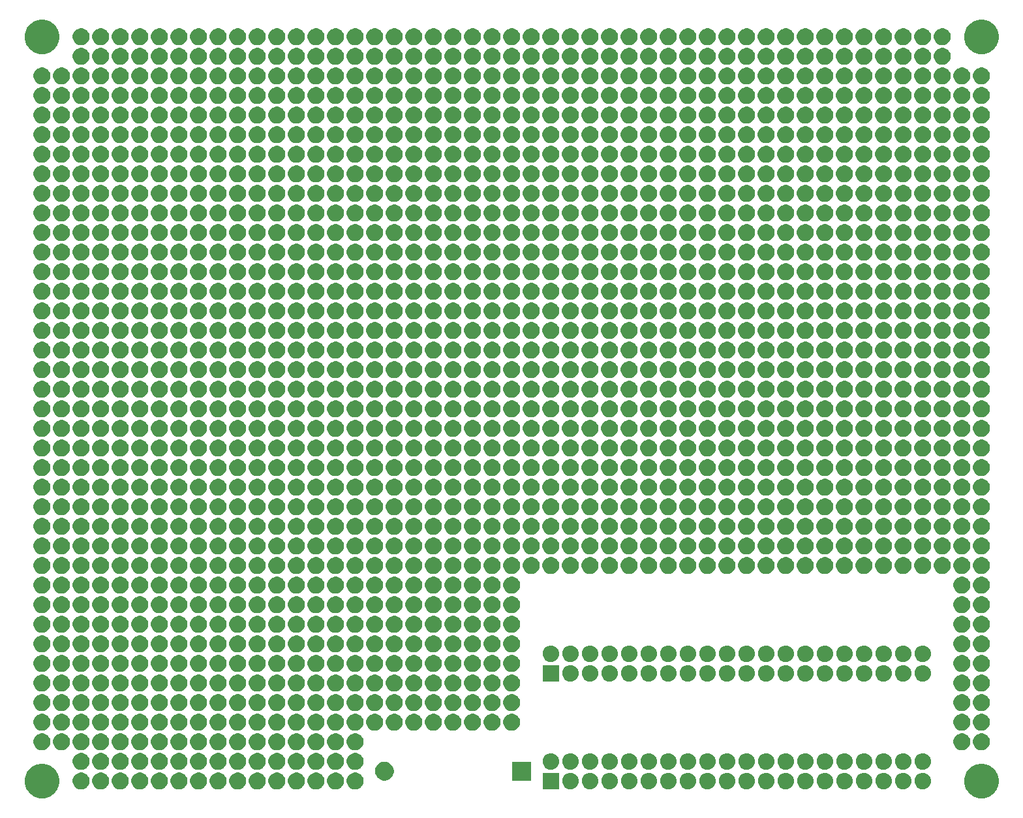
<source format=gbr>
G04 #@! TF.GenerationSoftware,KiCad,Pcbnew,(5.0.1-3-g963ef8bb5)*
G04 #@! TF.CreationDate,2024-01-24T15:10:01-05:00*
G04 #@! TF.ProjectId,gw-glitchbus-proto2,67772D676C697463686275732D70726F,rev?*
G04 #@! TF.SameCoordinates,Original*
G04 #@! TF.FileFunction,Soldermask,Top*
G04 #@! TF.FilePolarity,Negative*
%FSLAX46Y46*%
G04 Gerber Fmt 4.6, Leading zero omitted, Abs format (unit mm)*
G04 Created by KiCad (PCBNEW (5.0.1-3-g963ef8bb5)) date Wednesday, January 24, 2024 at 03:10:01 PM*
%MOMM*%
%LPD*%
G01*
G04 APERTURE LIST*
%ADD10C,0.100000*%
G04 APERTURE END LIST*
D10*
G36*
X196231050Y-150253774D02*
X196525725Y-150375832D01*
X196637249Y-150422027D01*
X196834771Y-150554007D01*
X197002820Y-150666294D01*
X197313706Y-150977180D01*
X197313708Y-150977183D01*
X197536758Y-151311000D01*
X197557974Y-151342753D01*
X197726226Y-151748950D01*
X197812000Y-152180166D01*
X197812000Y-152619834D01*
X197726226Y-153051050D01*
X197596159Y-153365061D01*
X197557973Y-153457249D01*
X197316958Y-153817953D01*
X197313706Y-153822820D01*
X197002820Y-154133706D01*
X197002817Y-154133708D01*
X196637249Y-154377973D01*
X196637248Y-154377974D01*
X196637247Y-154377974D01*
X196231050Y-154546226D01*
X195799834Y-154632000D01*
X195360166Y-154632000D01*
X194928950Y-154546226D01*
X194522753Y-154377974D01*
X194522752Y-154377974D01*
X194522751Y-154377973D01*
X194157183Y-154133708D01*
X194157180Y-154133706D01*
X193846294Y-153822820D01*
X193843042Y-153817953D01*
X193602027Y-153457249D01*
X193563842Y-153365061D01*
X193433774Y-153051050D01*
X193348000Y-152619834D01*
X193348000Y-152180166D01*
X193433774Y-151748950D01*
X193602026Y-151342753D01*
X193623243Y-151311000D01*
X193846292Y-150977183D01*
X193846294Y-150977180D01*
X194157180Y-150666294D01*
X194325229Y-150554007D01*
X194522751Y-150422027D01*
X194634276Y-150375832D01*
X194928950Y-150253774D01*
X195360166Y-150168000D01*
X195799834Y-150168000D01*
X196231050Y-150253774D01*
X196231050Y-150253774D01*
G37*
G36*
X74311050Y-150253774D02*
X74605725Y-150375832D01*
X74717249Y-150422027D01*
X74914771Y-150554007D01*
X75082820Y-150666294D01*
X75393706Y-150977180D01*
X75393708Y-150977183D01*
X75616758Y-151311000D01*
X75637974Y-151342753D01*
X75806226Y-151748950D01*
X75892000Y-152180166D01*
X75892000Y-152619834D01*
X75806226Y-153051050D01*
X75676159Y-153365061D01*
X75637973Y-153457249D01*
X75396958Y-153817953D01*
X75393706Y-153822820D01*
X75082820Y-154133706D01*
X75082817Y-154133708D01*
X74717249Y-154377973D01*
X74717248Y-154377974D01*
X74717247Y-154377974D01*
X74311050Y-154546226D01*
X73879834Y-154632000D01*
X73440166Y-154632000D01*
X73008950Y-154546226D01*
X72602753Y-154377974D01*
X72602752Y-154377974D01*
X72602751Y-154377973D01*
X72237183Y-154133708D01*
X72237180Y-154133706D01*
X71926294Y-153822820D01*
X71923042Y-153817953D01*
X71682027Y-153457249D01*
X71643842Y-153365061D01*
X71513774Y-153051050D01*
X71428000Y-152619834D01*
X71428000Y-152180166D01*
X71513774Y-151748950D01*
X71682026Y-151342753D01*
X71703243Y-151311000D01*
X71926292Y-150977183D01*
X71926294Y-150977180D01*
X72237180Y-150666294D01*
X72405229Y-150554007D01*
X72602751Y-150422027D01*
X72714276Y-150375832D01*
X73008950Y-150253774D01*
X73440166Y-150168000D01*
X73879834Y-150168000D01*
X74311050Y-150253774D01*
X74311050Y-150253774D01*
G37*
G36*
X109537649Y-151352849D02*
X109735832Y-151434939D01*
X109735835Y-151434941D01*
X109850219Y-151511370D01*
X109914201Y-151554122D01*
X110065878Y-151705799D01*
X110185061Y-151884168D01*
X110267151Y-152082351D01*
X110309000Y-152292741D01*
X110309000Y-152507259D01*
X110267151Y-152717649D01*
X110185061Y-152915832D01*
X110065878Y-153094201D01*
X109914201Y-153245878D01*
X109914198Y-153245880D01*
X109914197Y-153245881D01*
X109850217Y-153288631D01*
X109735832Y-153365061D01*
X109537649Y-153447151D01*
X109327259Y-153489000D01*
X109112741Y-153489000D01*
X108902351Y-153447151D01*
X108704168Y-153365061D01*
X108589783Y-153288631D01*
X108525803Y-153245881D01*
X108525802Y-153245880D01*
X108525799Y-153245878D01*
X108374122Y-153094201D01*
X108254939Y-152915832D01*
X108172849Y-152717649D01*
X108131000Y-152507259D01*
X108131000Y-152292741D01*
X108172849Y-152082351D01*
X108254939Y-151884168D01*
X108374122Y-151705799D01*
X108525799Y-151554122D01*
X108589782Y-151511370D01*
X108704165Y-151434941D01*
X108704168Y-151434939D01*
X108902351Y-151352849D01*
X109112741Y-151311000D01*
X109327259Y-151311000D01*
X109537649Y-151352849D01*
X109537649Y-151352849D01*
G37*
G36*
X106997649Y-151352849D02*
X107195832Y-151434939D01*
X107195835Y-151434941D01*
X107310219Y-151511370D01*
X107374201Y-151554122D01*
X107525878Y-151705799D01*
X107645061Y-151884168D01*
X107727151Y-152082351D01*
X107769000Y-152292741D01*
X107769000Y-152507259D01*
X107727151Y-152717649D01*
X107645061Y-152915832D01*
X107525878Y-153094201D01*
X107374201Y-153245878D01*
X107374198Y-153245880D01*
X107374197Y-153245881D01*
X107310217Y-153288631D01*
X107195832Y-153365061D01*
X106997649Y-153447151D01*
X106787259Y-153489000D01*
X106572741Y-153489000D01*
X106362351Y-153447151D01*
X106164168Y-153365061D01*
X106049783Y-153288631D01*
X105985803Y-153245881D01*
X105985802Y-153245880D01*
X105985799Y-153245878D01*
X105834122Y-153094201D01*
X105714939Y-152915832D01*
X105632849Y-152717649D01*
X105591000Y-152507259D01*
X105591000Y-152292741D01*
X105632849Y-152082351D01*
X105714939Y-151884168D01*
X105834122Y-151705799D01*
X105985799Y-151554122D01*
X106049782Y-151511370D01*
X106164165Y-151434941D01*
X106164168Y-151434939D01*
X106362351Y-151352849D01*
X106572741Y-151311000D01*
X106787259Y-151311000D01*
X106997649Y-151352849D01*
X106997649Y-151352849D01*
G37*
G36*
X104457649Y-151352849D02*
X104655832Y-151434939D01*
X104655835Y-151434941D01*
X104770219Y-151511370D01*
X104834201Y-151554122D01*
X104985878Y-151705799D01*
X105105061Y-151884168D01*
X105187151Y-152082351D01*
X105229000Y-152292741D01*
X105229000Y-152507259D01*
X105187151Y-152717649D01*
X105105061Y-152915832D01*
X104985878Y-153094201D01*
X104834201Y-153245878D01*
X104834198Y-153245880D01*
X104834197Y-153245881D01*
X104770217Y-153288631D01*
X104655832Y-153365061D01*
X104457649Y-153447151D01*
X104247259Y-153489000D01*
X104032741Y-153489000D01*
X103822351Y-153447151D01*
X103624168Y-153365061D01*
X103509783Y-153288631D01*
X103445803Y-153245881D01*
X103445802Y-153245880D01*
X103445799Y-153245878D01*
X103294122Y-153094201D01*
X103174939Y-152915832D01*
X103092849Y-152717649D01*
X103051000Y-152507259D01*
X103051000Y-152292741D01*
X103092849Y-152082351D01*
X103174939Y-151884168D01*
X103294122Y-151705799D01*
X103445799Y-151554122D01*
X103509782Y-151511370D01*
X103624165Y-151434941D01*
X103624168Y-151434939D01*
X103822351Y-151352849D01*
X104032741Y-151311000D01*
X104247259Y-151311000D01*
X104457649Y-151352849D01*
X104457649Y-151352849D01*
G37*
G36*
X101917649Y-151352849D02*
X102115832Y-151434939D01*
X102115835Y-151434941D01*
X102230219Y-151511370D01*
X102294201Y-151554122D01*
X102445878Y-151705799D01*
X102565061Y-151884168D01*
X102647151Y-152082351D01*
X102689000Y-152292741D01*
X102689000Y-152507259D01*
X102647151Y-152717649D01*
X102565061Y-152915832D01*
X102445878Y-153094201D01*
X102294201Y-153245878D01*
X102294198Y-153245880D01*
X102294197Y-153245881D01*
X102230217Y-153288631D01*
X102115832Y-153365061D01*
X101917649Y-153447151D01*
X101707259Y-153489000D01*
X101492741Y-153489000D01*
X101282351Y-153447151D01*
X101084168Y-153365061D01*
X100969783Y-153288631D01*
X100905803Y-153245881D01*
X100905802Y-153245880D01*
X100905799Y-153245878D01*
X100754122Y-153094201D01*
X100634939Y-152915832D01*
X100552849Y-152717649D01*
X100511000Y-152507259D01*
X100511000Y-152292741D01*
X100552849Y-152082351D01*
X100634939Y-151884168D01*
X100754122Y-151705799D01*
X100905799Y-151554122D01*
X100969782Y-151511370D01*
X101084165Y-151434941D01*
X101084168Y-151434939D01*
X101282351Y-151352849D01*
X101492741Y-151311000D01*
X101707259Y-151311000D01*
X101917649Y-151352849D01*
X101917649Y-151352849D01*
G37*
G36*
X99377649Y-151352849D02*
X99575832Y-151434939D01*
X99575835Y-151434941D01*
X99690219Y-151511370D01*
X99754201Y-151554122D01*
X99905878Y-151705799D01*
X100025061Y-151884168D01*
X100107151Y-152082351D01*
X100149000Y-152292741D01*
X100149000Y-152507259D01*
X100107151Y-152717649D01*
X100025061Y-152915832D01*
X99905878Y-153094201D01*
X99754201Y-153245878D01*
X99754198Y-153245880D01*
X99754197Y-153245881D01*
X99690217Y-153288631D01*
X99575832Y-153365061D01*
X99377649Y-153447151D01*
X99167259Y-153489000D01*
X98952741Y-153489000D01*
X98742351Y-153447151D01*
X98544168Y-153365061D01*
X98429783Y-153288631D01*
X98365803Y-153245881D01*
X98365802Y-153245880D01*
X98365799Y-153245878D01*
X98214122Y-153094201D01*
X98094939Y-152915832D01*
X98012849Y-152717649D01*
X97971000Y-152507259D01*
X97971000Y-152292741D01*
X98012849Y-152082351D01*
X98094939Y-151884168D01*
X98214122Y-151705799D01*
X98365799Y-151554122D01*
X98429782Y-151511370D01*
X98544165Y-151434941D01*
X98544168Y-151434939D01*
X98742351Y-151352849D01*
X98952741Y-151311000D01*
X99167259Y-151311000D01*
X99377649Y-151352849D01*
X99377649Y-151352849D01*
G37*
G36*
X96837649Y-151352849D02*
X97035832Y-151434939D01*
X97035835Y-151434941D01*
X97150219Y-151511370D01*
X97214201Y-151554122D01*
X97365878Y-151705799D01*
X97485061Y-151884168D01*
X97567151Y-152082351D01*
X97609000Y-152292741D01*
X97609000Y-152507259D01*
X97567151Y-152717649D01*
X97485061Y-152915832D01*
X97365878Y-153094201D01*
X97214201Y-153245878D01*
X97214198Y-153245880D01*
X97214197Y-153245881D01*
X97150217Y-153288631D01*
X97035832Y-153365061D01*
X96837649Y-153447151D01*
X96627259Y-153489000D01*
X96412741Y-153489000D01*
X96202351Y-153447151D01*
X96004168Y-153365061D01*
X95889783Y-153288631D01*
X95825803Y-153245881D01*
X95825802Y-153245880D01*
X95825799Y-153245878D01*
X95674122Y-153094201D01*
X95554939Y-152915832D01*
X95472849Y-152717649D01*
X95431000Y-152507259D01*
X95431000Y-152292741D01*
X95472849Y-152082351D01*
X95554939Y-151884168D01*
X95674122Y-151705799D01*
X95825799Y-151554122D01*
X95889782Y-151511370D01*
X96004165Y-151434941D01*
X96004168Y-151434939D01*
X96202351Y-151352849D01*
X96412741Y-151311000D01*
X96627259Y-151311000D01*
X96837649Y-151352849D01*
X96837649Y-151352849D01*
G37*
G36*
X94297649Y-151352849D02*
X94495832Y-151434939D01*
X94495835Y-151434941D01*
X94610219Y-151511370D01*
X94674201Y-151554122D01*
X94825878Y-151705799D01*
X94945061Y-151884168D01*
X95027151Y-152082351D01*
X95069000Y-152292741D01*
X95069000Y-152507259D01*
X95027151Y-152717649D01*
X94945061Y-152915832D01*
X94825878Y-153094201D01*
X94674201Y-153245878D01*
X94674198Y-153245880D01*
X94674197Y-153245881D01*
X94610217Y-153288631D01*
X94495832Y-153365061D01*
X94297649Y-153447151D01*
X94087259Y-153489000D01*
X93872741Y-153489000D01*
X93662351Y-153447151D01*
X93464168Y-153365061D01*
X93349783Y-153288631D01*
X93285803Y-153245881D01*
X93285802Y-153245880D01*
X93285799Y-153245878D01*
X93134122Y-153094201D01*
X93014939Y-152915832D01*
X92932849Y-152717649D01*
X92891000Y-152507259D01*
X92891000Y-152292741D01*
X92932849Y-152082351D01*
X93014939Y-151884168D01*
X93134122Y-151705799D01*
X93285799Y-151554122D01*
X93349782Y-151511370D01*
X93464165Y-151434941D01*
X93464168Y-151434939D01*
X93662351Y-151352849D01*
X93872741Y-151311000D01*
X94087259Y-151311000D01*
X94297649Y-151352849D01*
X94297649Y-151352849D01*
G37*
G36*
X91757649Y-151352849D02*
X91955832Y-151434939D01*
X91955835Y-151434941D01*
X92070219Y-151511370D01*
X92134201Y-151554122D01*
X92285878Y-151705799D01*
X92405061Y-151884168D01*
X92487151Y-152082351D01*
X92529000Y-152292741D01*
X92529000Y-152507259D01*
X92487151Y-152717649D01*
X92405061Y-152915832D01*
X92285878Y-153094201D01*
X92134201Y-153245878D01*
X92134198Y-153245880D01*
X92134197Y-153245881D01*
X92070217Y-153288631D01*
X91955832Y-153365061D01*
X91757649Y-153447151D01*
X91547259Y-153489000D01*
X91332741Y-153489000D01*
X91122351Y-153447151D01*
X90924168Y-153365061D01*
X90809783Y-153288631D01*
X90745803Y-153245881D01*
X90745802Y-153245880D01*
X90745799Y-153245878D01*
X90594122Y-153094201D01*
X90474939Y-152915832D01*
X90392849Y-152717649D01*
X90351000Y-152507259D01*
X90351000Y-152292741D01*
X90392849Y-152082351D01*
X90474939Y-151884168D01*
X90594122Y-151705799D01*
X90745799Y-151554122D01*
X90809782Y-151511370D01*
X90924165Y-151434941D01*
X90924168Y-151434939D01*
X91122351Y-151352849D01*
X91332741Y-151311000D01*
X91547259Y-151311000D01*
X91757649Y-151352849D01*
X91757649Y-151352849D01*
G37*
G36*
X89217649Y-151352849D02*
X89415832Y-151434939D01*
X89415835Y-151434941D01*
X89530219Y-151511370D01*
X89594201Y-151554122D01*
X89745878Y-151705799D01*
X89865061Y-151884168D01*
X89947151Y-152082351D01*
X89989000Y-152292741D01*
X89989000Y-152507259D01*
X89947151Y-152717649D01*
X89865061Y-152915832D01*
X89745878Y-153094201D01*
X89594201Y-153245878D01*
X89594198Y-153245880D01*
X89594197Y-153245881D01*
X89530217Y-153288631D01*
X89415832Y-153365061D01*
X89217649Y-153447151D01*
X89007259Y-153489000D01*
X88792741Y-153489000D01*
X88582351Y-153447151D01*
X88384168Y-153365061D01*
X88269783Y-153288631D01*
X88205803Y-153245881D01*
X88205802Y-153245880D01*
X88205799Y-153245878D01*
X88054122Y-153094201D01*
X87934939Y-152915832D01*
X87852849Y-152717649D01*
X87811000Y-152507259D01*
X87811000Y-152292741D01*
X87852849Y-152082351D01*
X87934939Y-151884168D01*
X88054122Y-151705799D01*
X88205799Y-151554122D01*
X88269782Y-151511370D01*
X88384165Y-151434941D01*
X88384168Y-151434939D01*
X88582351Y-151352849D01*
X88792741Y-151311000D01*
X89007259Y-151311000D01*
X89217649Y-151352849D01*
X89217649Y-151352849D01*
G37*
G36*
X86677649Y-151352849D02*
X86875832Y-151434939D01*
X86875835Y-151434941D01*
X86990219Y-151511370D01*
X87054201Y-151554122D01*
X87205878Y-151705799D01*
X87325061Y-151884168D01*
X87407151Y-152082351D01*
X87449000Y-152292741D01*
X87449000Y-152507259D01*
X87407151Y-152717649D01*
X87325061Y-152915832D01*
X87205878Y-153094201D01*
X87054201Y-153245878D01*
X87054198Y-153245880D01*
X87054197Y-153245881D01*
X86990217Y-153288631D01*
X86875832Y-153365061D01*
X86677649Y-153447151D01*
X86467259Y-153489000D01*
X86252741Y-153489000D01*
X86042351Y-153447151D01*
X85844168Y-153365061D01*
X85729783Y-153288631D01*
X85665803Y-153245881D01*
X85665802Y-153245880D01*
X85665799Y-153245878D01*
X85514122Y-153094201D01*
X85394939Y-152915832D01*
X85312849Y-152717649D01*
X85271000Y-152507259D01*
X85271000Y-152292741D01*
X85312849Y-152082351D01*
X85394939Y-151884168D01*
X85514122Y-151705799D01*
X85665799Y-151554122D01*
X85729782Y-151511370D01*
X85844165Y-151434941D01*
X85844168Y-151434939D01*
X86042351Y-151352849D01*
X86252741Y-151311000D01*
X86467259Y-151311000D01*
X86677649Y-151352849D01*
X86677649Y-151352849D01*
G37*
G36*
X84137649Y-151352849D02*
X84335832Y-151434939D01*
X84335835Y-151434941D01*
X84450219Y-151511370D01*
X84514201Y-151554122D01*
X84665878Y-151705799D01*
X84785061Y-151884168D01*
X84867151Y-152082351D01*
X84909000Y-152292741D01*
X84909000Y-152507259D01*
X84867151Y-152717649D01*
X84785061Y-152915832D01*
X84665878Y-153094201D01*
X84514201Y-153245878D01*
X84514198Y-153245880D01*
X84514197Y-153245881D01*
X84450217Y-153288631D01*
X84335832Y-153365061D01*
X84137649Y-153447151D01*
X83927259Y-153489000D01*
X83712741Y-153489000D01*
X83502351Y-153447151D01*
X83304168Y-153365061D01*
X83189783Y-153288631D01*
X83125803Y-153245881D01*
X83125802Y-153245880D01*
X83125799Y-153245878D01*
X82974122Y-153094201D01*
X82854939Y-152915832D01*
X82772849Y-152717649D01*
X82731000Y-152507259D01*
X82731000Y-152292741D01*
X82772849Y-152082351D01*
X82854939Y-151884168D01*
X82974122Y-151705799D01*
X83125799Y-151554122D01*
X83189782Y-151511370D01*
X83304165Y-151434941D01*
X83304168Y-151434939D01*
X83502351Y-151352849D01*
X83712741Y-151311000D01*
X83927259Y-151311000D01*
X84137649Y-151352849D01*
X84137649Y-151352849D01*
G37*
G36*
X81597649Y-151352849D02*
X81795832Y-151434939D01*
X81795835Y-151434941D01*
X81910219Y-151511370D01*
X81974201Y-151554122D01*
X82125878Y-151705799D01*
X82245061Y-151884168D01*
X82327151Y-152082351D01*
X82369000Y-152292741D01*
X82369000Y-152507259D01*
X82327151Y-152717649D01*
X82245061Y-152915832D01*
X82125878Y-153094201D01*
X81974201Y-153245878D01*
X81974198Y-153245880D01*
X81974197Y-153245881D01*
X81910217Y-153288631D01*
X81795832Y-153365061D01*
X81597649Y-153447151D01*
X81387259Y-153489000D01*
X81172741Y-153489000D01*
X80962351Y-153447151D01*
X80764168Y-153365061D01*
X80649783Y-153288631D01*
X80585803Y-153245881D01*
X80585802Y-153245880D01*
X80585799Y-153245878D01*
X80434122Y-153094201D01*
X80314939Y-152915832D01*
X80232849Y-152717649D01*
X80191000Y-152507259D01*
X80191000Y-152292741D01*
X80232849Y-152082351D01*
X80314939Y-151884168D01*
X80434122Y-151705799D01*
X80585799Y-151554122D01*
X80649782Y-151511370D01*
X80764165Y-151434941D01*
X80764168Y-151434939D01*
X80962351Y-151352849D01*
X81172741Y-151311000D01*
X81387259Y-151311000D01*
X81597649Y-151352849D01*
X81597649Y-151352849D01*
G37*
G36*
X79057649Y-151352849D02*
X79255832Y-151434939D01*
X79255835Y-151434941D01*
X79370219Y-151511370D01*
X79434201Y-151554122D01*
X79585878Y-151705799D01*
X79705061Y-151884168D01*
X79787151Y-152082351D01*
X79829000Y-152292741D01*
X79829000Y-152507259D01*
X79787151Y-152717649D01*
X79705061Y-152915832D01*
X79585878Y-153094201D01*
X79434201Y-153245878D01*
X79434198Y-153245880D01*
X79434197Y-153245881D01*
X79370217Y-153288631D01*
X79255832Y-153365061D01*
X79057649Y-153447151D01*
X78847259Y-153489000D01*
X78632741Y-153489000D01*
X78422351Y-153447151D01*
X78224168Y-153365061D01*
X78109783Y-153288631D01*
X78045803Y-153245881D01*
X78045802Y-153245880D01*
X78045799Y-153245878D01*
X77894122Y-153094201D01*
X77774939Y-152915832D01*
X77692849Y-152717649D01*
X77651000Y-152507259D01*
X77651000Y-152292741D01*
X77692849Y-152082351D01*
X77774939Y-151884168D01*
X77894122Y-151705799D01*
X78045799Y-151554122D01*
X78109782Y-151511370D01*
X78224165Y-151434941D01*
X78224168Y-151434939D01*
X78422351Y-151352849D01*
X78632741Y-151311000D01*
X78847259Y-151311000D01*
X79057649Y-151352849D01*
X79057649Y-151352849D01*
G37*
G36*
X114617649Y-151352849D02*
X114815832Y-151434939D01*
X114815835Y-151434941D01*
X114930219Y-151511370D01*
X114994201Y-151554122D01*
X115145878Y-151705799D01*
X115265061Y-151884168D01*
X115347151Y-152082351D01*
X115389000Y-152292741D01*
X115389000Y-152507259D01*
X115347151Y-152717649D01*
X115265061Y-152915832D01*
X115145878Y-153094201D01*
X114994201Y-153245878D01*
X114994198Y-153245880D01*
X114994197Y-153245881D01*
X114930217Y-153288631D01*
X114815832Y-153365061D01*
X114617649Y-153447151D01*
X114407259Y-153489000D01*
X114192741Y-153489000D01*
X113982351Y-153447151D01*
X113784168Y-153365061D01*
X113669783Y-153288631D01*
X113605803Y-153245881D01*
X113605802Y-153245880D01*
X113605799Y-153245878D01*
X113454122Y-153094201D01*
X113334939Y-152915832D01*
X113252849Y-152717649D01*
X113211000Y-152507259D01*
X113211000Y-152292741D01*
X113252849Y-152082351D01*
X113334939Y-151884168D01*
X113454122Y-151705799D01*
X113605799Y-151554122D01*
X113669782Y-151511370D01*
X113784165Y-151434941D01*
X113784168Y-151434939D01*
X113982351Y-151352849D01*
X114192741Y-151311000D01*
X114407259Y-151311000D01*
X114617649Y-151352849D01*
X114617649Y-151352849D01*
G37*
G36*
X112077649Y-151352849D02*
X112275832Y-151434939D01*
X112275835Y-151434941D01*
X112390219Y-151511370D01*
X112454201Y-151554122D01*
X112605878Y-151705799D01*
X112725061Y-151884168D01*
X112807151Y-152082351D01*
X112849000Y-152292741D01*
X112849000Y-152507259D01*
X112807151Y-152717649D01*
X112725061Y-152915832D01*
X112605878Y-153094201D01*
X112454201Y-153245878D01*
X112454198Y-153245880D01*
X112454197Y-153245881D01*
X112390217Y-153288631D01*
X112275832Y-153365061D01*
X112077649Y-153447151D01*
X111867259Y-153489000D01*
X111652741Y-153489000D01*
X111442351Y-153447151D01*
X111244168Y-153365061D01*
X111129783Y-153288631D01*
X111065803Y-153245881D01*
X111065802Y-153245880D01*
X111065799Y-153245878D01*
X110914122Y-153094201D01*
X110794939Y-152915832D01*
X110712849Y-152717649D01*
X110671000Y-152507259D01*
X110671000Y-152292741D01*
X110712849Y-152082351D01*
X110794939Y-151884168D01*
X110914122Y-151705799D01*
X111065799Y-151554122D01*
X111129782Y-151511370D01*
X111244165Y-151434941D01*
X111244168Y-151434939D01*
X111442351Y-151352849D01*
X111652741Y-151311000D01*
X111867259Y-151311000D01*
X112077649Y-151352849D01*
X112077649Y-151352849D01*
G37*
G36*
X144988503Y-151351789D02*
X145188991Y-151412607D01*
X145373764Y-151511369D01*
X145535718Y-151644282D01*
X145668631Y-151806236D01*
X145767393Y-151991009D01*
X145828211Y-152191497D01*
X145848746Y-152400000D01*
X145828211Y-152608503D01*
X145767393Y-152808991D01*
X145668631Y-152993764D01*
X145535718Y-153155718D01*
X145373764Y-153288631D01*
X145188991Y-153387393D01*
X144988503Y-153448211D01*
X144832251Y-153463600D01*
X144727749Y-153463600D01*
X144571497Y-153448211D01*
X144371009Y-153387393D01*
X144186236Y-153288631D01*
X144024282Y-153155718D01*
X143891369Y-152993764D01*
X143792607Y-152808991D01*
X143731789Y-152608503D01*
X143711254Y-152400000D01*
X143731789Y-152191497D01*
X143792607Y-151991009D01*
X143891369Y-151806236D01*
X144024282Y-151644282D01*
X144186236Y-151511369D01*
X144371009Y-151412607D01*
X144571497Y-151351789D01*
X144727749Y-151336400D01*
X144832251Y-151336400D01*
X144988503Y-151351789D01*
X144988503Y-151351789D01*
G37*
G36*
X142448503Y-151351789D02*
X142648991Y-151412607D01*
X142833764Y-151511369D01*
X142995718Y-151644282D01*
X143128631Y-151806236D01*
X143227393Y-151991009D01*
X143288211Y-152191497D01*
X143308746Y-152400000D01*
X143288211Y-152608503D01*
X143227393Y-152808991D01*
X143128631Y-152993764D01*
X142995718Y-153155718D01*
X142833764Y-153288631D01*
X142648991Y-153387393D01*
X142448503Y-153448211D01*
X142292251Y-153463600D01*
X142187749Y-153463600D01*
X142031497Y-153448211D01*
X141831009Y-153387393D01*
X141646236Y-153288631D01*
X141484282Y-153155718D01*
X141351369Y-152993764D01*
X141252607Y-152808991D01*
X141191789Y-152608503D01*
X141171254Y-152400000D01*
X141191789Y-152191497D01*
X141252607Y-151991009D01*
X141351369Y-151806236D01*
X141484282Y-151644282D01*
X141646236Y-151511369D01*
X141831009Y-151412607D01*
X142031497Y-151351789D01*
X142187749Y-151336400D01*
X142292251Y-151336400D01*
X142448503Y-151351789D01*
X142448503Y-151351789D01*
G37*
G36*
X140763600Y-153463600D02*
X138636400Y-153463600D01*
X138636400Y-151336400D01*
X140763600Y-151336400D01*
X140763600Y-153463600D01*
X140763600Y-153463600D01*
G37*
G36*
X147528503Y-151351789D02*
X147728991Y-151412607D01*
X147913764Y-151511369D01*
X148075718Y-151644282D01*
X148208631Y-151806236D01*
X148307393Y-151991009D01*
X148368211Y-152191497D01*
X148388746Y-152400000D01*
X148368211Y-152608503D01*
X148307393Y-152808991D01*
X148208631Y-152993764D01*
X148075718Y-153155718D01*
X147913764Y-153288631D01*
X147728991Y-153387393D01*
X147528503Y-153448211D01*
X147372251Y-153463600D01*
X147267749Y-153463600D01*
X147111497Y-153448211D01*
X146911009Y-153387393D01*
X146726236Y-153288631D01*
X146564282Y-153155718D01*
X146431369Y-152993764D01*
X146332607Y-152808991D01*
X146271789Y-152608503D01*
X146251254Y-152400000D01*
X146271789Y-152191497D01*
X146332607Y-151991009D01*
X146431369Y-151806236D01*
X146564282Y-151644282D01*
X146726236Y-151511369D01*
X146911009Y-151412607D01*
X147111497Y-151351789D01*
X147267749Y-151336400D01*
X147372251Y-151336400D01*
X147528503Y-151351789D01*
X147528503Y-151351789D01*
G37*
G36*
X150068503Y-151351789D02*
X150268991Y-151412607D01*
X150453764Y-151511369D01*
X150615718Y-151644282D01*
X150748631Y-151806236D01*
X150847393Y-151991009D01*
X150908211Y-152191497D01*
X150928746Y-152400000D01*
X150908211Y-152608503D01*
X150847393Y-152808991D01*
X150748631Y-152993764D01*
X150615718Y-153155718D01*
X150453764Y-153288631D01*
X150268991Y-153387393D01*
X150068503Y-153448211D01*
X149912251Y-153463600D01*
X149807749Y-153463600D01*
X149651497Y-153448211D01*
X149451009Y-153387393D01*
X149266236Y-153288631D01*
X149104282Y-153155718D01*
X148971369Y-152993764D01*
X148872607Y-152808991D01*
X148811789Y-152608503D01*
X148791254Y-152400000D01*
X148811789Y-152191497D01*
X148872607Y-151991009D01*
X148971369Y-151806236D01*
X149104282Y-151644282D01*
X149266236Y-151511369D01*
X149451009Y-151412607D01*
X149651497Y-151351789D01*
X149807749Y-151336400D01*
X149912251Y-151336400D01*
X150068503Y-151351789D01*
X150068503Y-151351789D01*
G37*
G36*
X152608503Y-151351789D02*
X152808991Y-151412607D01*
X152993764Y-151511369D01*
X153155718Y-151644282D01*
X153288631Y-151806236D01*
X153387393Y-151991009D01*
X153448211Y-152191497D01*
X153468746Y-152400000D01*
X153448211Y-152608503D01*
X153387393Y-152808991D01*
X153288631Y-152993764D01*
X153155718Y-153155718D01*
X152993764Y-153288631D01*
X152808991Y-153387393D01*
X152608503Y-153448211D01*
X152452251Y-153463600D01*
X152347749Y-153463600D01*
X152191497Y-153448211D01*
X151991009Y-153387393D01*
X151806236Y-153288631D01*
X151644282Y-153155718D01*
X151511369Y-152993764D01*
X151412607Y-152808991D01*
X151351789Y-152608503D01*
X151331254Y-152400000D01*
X151351789Y-152191497D01*
X151412607Y-151991009D01*
X151511369Y-151806236D01*
X151644282Y-151644282D01*
X151806236Y-151511369D01*
X151991009Y-151412607D01*
X152191497Y-151351789D01*
X152347749Y-151336400D01*
X152452251Y-151336400D01*
X152608503Y-151351789D01*
X152608503Y-151351789D01*
G37*
G36*
X155148503Y-151351789D02*
X155348991Y-151412607D01*
X155533764Y-151511369D01*
X155695718Y-151644282D01*
X155828631Y-151806236D01*
X155927393Y-151991009D01*
X155988211Y-152191497D01*
X156008746Y-152400000D01*
X155988211Y-152608503D01*
X155927393Y-152808991D01*
X155828631Y-152993764D01*
X155695718Y-153155718D01*
X155533764Y-153288631D01*
X155348991Y-153387393D01*
X155148503Y-153448211D01*
X154992251Y-153463600D01*
X154887749Y-153463600D01*
X154731497Y-153448211D01*
X154531009Y-153387393D01*
X154346236Y-153288631D01*
X154184282Y-153155718D01*
X154051369Y-152993764D01*
X153952607Y-152808991D01*
X153891789Y-152608503D01*
X153871254Y-152400000D01*
X153891789Y-152191497D01*
X153952607Y-151991009D01*
X154051369Y-151806236D01*
X154184282Y-151644282D01*
X154346236Y-151511369D01*
X154531009Y-151412607D01*
X154731497Y-151351789D01*
X154887749Y-151336400D01*
X154992251Y-151336400D01*
X155148503Y-151351789D01*
X155148503Y-151351789D01*
G37*
G36*
X157688503Y-151351789D02*
X157888991Y-151412607D01*
X158073764Y-151511369D01*
X158235718Y-151644282D01*
X158368631Y-151806236D01*
X158467393Y-151991009D01*
X158528211Y-152191497D01*
X158548746Y-152400000D01*
X158528211Y-152608503D01*
X158467393Y-152808991D01*
X158368631Y-152993764D01*
X158235718Y-153155718D01*
X158073764Y-153288631D01*
X157888991Y-153387393D01*
X157688503Y-153448211D01*
X157532251Y-153463600D01*
X157427749Y-153463600D01*
X157271497Y-153448211D01*
X157071009Y-153387393D01*
X156886236Y-153288631D01*
X156724282Y-153155718D01*
X156591369Y-152993764D01*
X156492607Y-152808991D01*
X156431789Y-152608503D01*
X156411254Y-152400000D01*
X156431789Y-152191497D01*
X156492607Y-151991009D01*
X156591369Y-151806236D01*
X156724282Y-151644282D01*
X156886236Y-151511369D01*
X157071009Y-151412607D01*
X157271497Y-151351789D01*
X157427749Y-151336400D01*
X157532251Y-151336400D01*
X157688503Y-151351789D01*
X157688503Y-151351789D01*
G37*
G36*
X160228503Y-151351789D02*
X160428991Y-151412607D01*
X160613764Y-151511369D01*
X160775718Y-151644282D01*
X160908631Y-151806236D01*
X161007393Y-151991009D01*
X161068211Y-152191497D01*
X161088746Y-152400000D01*
X161068211Y-152608503D01*
X161007393Y-152808991D01*
X160908631Y-152993764D01*
X160775718Y-153155718D01*
X160613764Y-153288631D01*
X160428991Y-153387393D01*
X160228503Y-153448211D01*
X160072251Y-153463600D01*
X159967749Y-153463600D01*
X159811497Y-153448211D01*
X159611009Y-153387393D01*
X159426236Y-153288631D01*
X159264282Y-153155718D01*
X159131369Y-152993764D01*
X159032607Y-152808991D01*
X158971789Y-152608503D01*
X158951254Y-152400000D01*
X158971789Y-152191497D01*
X159032607Y-151991009D01*
X159131369Y-151806236D01*
X159264282Y-151644282D01*
X159426236Y-151511369D01*
X159611009Y-151412607D01*
X159811497Y-151351789D01*
X159967749Y-151336400D01*
X160072251Y-151336400D01*
X160228503Y-151351789D01*
X160228503Y-151351789D01*
G37*
G36*
X162768503Y-151351789D02*
X162968991Y-151412607D01*
X163153764Y-151511369D01*
X163315718Y-151644282D01*
X163448631Y-151806236D01*
X163547393Y-151991009D01*
X163608211Y-152191497D01*
X163628746Y-152400000D01*
X163608211Y-152608503D01*
X163547393Y-152808991D01*
X163448631Y-152993764D01*
X163315718Y-153155718D01*
X163153764Y-153288631D01*
X162968991Y-153387393D01*
X162768503Y-153448211D01*
X162612251Y-153463600D01*
X162507749Y-153463600D01*
X162351497Y-153448211D01*
X162151009Y-153387393D01*
X161966236Y-153288631D01*
X161804282Y-153155718D01*
X161671369Y-152993764D01*
X161572607Y-152808991D01*
X161511789Y-152608503D01*
X161491254Y-152400000D01*
X161511789Y-152191497D01*
X161572607Y-151991009D01*
X161671369Y-151806236D01*
X161804282Y-151644282D01*
X161966236Y-151511369D01*
X162151009Y-151412607D01*
X162351497Y-151351789D01*
X162507749Y-151336400D01*
X162612251Y-151336400D01*
X162768503Y-151351789D01*
X162768503Y-151351789D01*
G37*
G36*
X165308503Y-151351789D02*
X165508991Y-151412607D01*
X165693764Y-151511369D01*
X165855718Y-151644282D01*
X165988631Y-151806236D01*
X166087393Y-151991009D01*
X166148211Y-152191497D01*
X166168746Y-152400000D01*
X166148211Y-152608503D01*
X166087393Y-152808991D01*
X165988631Y-152993764D01*
X165855718Y-153155718D01*
X165693764Y-153288631D01*
X165508991Y-153387393D01*
X165308503Y-153448211D01*
X165152251Y-153463600D01*
X165047749Y-153463600D01*
X164891497Y-153448211D01*
X164691009Y-153387393D01*
X164506236Y-153288631D01*
X164344282Y-153155718D01*
X164211369Y-152993764D01*
X164112607Y-152808991D01*
X164051789Y-152608503D01*
X164031254Y-152400000D01*
X164051789Y-152191497D01*
X164112607Y-151991009D01*
X164211369Y-151806236D01*
X164344282Y-151644282D01*
X164506236Y-151511369D01*
X164691009Y-151412607D01*
X164891497Y-151351789D01*
X165047749Y-151336400D01*
X165152251Y-151336400D01*
X165308503Y-151351789D01*
X165308503Y-151351789D01*
G37*
G36*
X167848503Y-151351789D02*
X168048991Y-151412607D01*
X168233764Y-151511369D01*
X168395718Y-151644282D01*
X168528631Y-151806236D01*
X168627393Y-151991009D01*
X168688211Y-152191497D01*
X168708746Y-152400000D01*
X168688211Y-152608503D01*
X168627393Y-152808991D01*
X168528631Y-152993764D01*
X168395718Y-153155718D01*
X168233764Y-153288631D01*
X168048991Y-153387393D01*
X167848503Y-153448211D01*
X167692251Y-153463600D01*
X167587749Y-153463600D01*
X167431497Y-153448211D01*
X167231009Y-153387393D01*
X167046236Y-153288631D01*
X166884282Y-153155718D01*
X166751369Y-152993764D01*
X166652607Y-152808991D01*
X166591789Y-152608503D01*
X166571254Y-152400000D01*
X166591789Y-152191497D01*
X166652607Y-151991009D01*
X166751369Y-151806236D01*
X166884282Y-151644282D01*
X167046236Y-151511369D01*
X167231009Y-151412607D01*
X167431497Y-151351789D01*
X167587749Y-151336400D01*
X167692251Y-151336400D01*
X167848503Y-151351789D01*
X167848503Y-151351789D01*
G37*
G36*
X170388503Y-151351789D02*
X170588991Y-151412607D01*
X170773764Y-151511369D01*
X170935718Y-151644282D01*
X171068631Y-151806236D01*
X171167393Y-151991009D01*
X171228211Y-152191497D01*
X171248746Y-152400000D01*
X171228211Y-152608503D01*
X171167393Y-152808991D01*
X171068631Y-152993764D01*
X170935718Y-153155718D01*
X170773764Y-153288631D01*
X170588991Y-153387393D01*
X170388503Y-153448211D01*
X170232251Y-153463600D01*
X170127749Y-153463600D01*
X169971497Y-153448211D01*
X169771009Y-153387393D01*
X169586236Y-153288631D01*
X169424282Y-153155718D01*
X169291369Y-152993764D01*
X169192607Y-152808991D01*
X169131789Y-152608503D01*
X169111254Y-152400000D01*
X169131789Y-152191497D01*
X169192607Y-151991009D01*
X169291369Y-151806236D01*
X169424282Y-151644282D01*
X169586236Y-151511369D01*
X169771009Y-151412607D01*
X169971497Y-151351789D01*
X170127749Y-151336400D01*
X170232251Y-151336400D01*
X170388503Y-151351789D01*
X170388503Y-151351789D01*
G37*
G36*
X172928503Y-151351789D02*
X173128991Y-151412607D01*
X173313764Y-151511369D01*
X173475718Y-151644282D01*
X173608631Y-151806236D01*
X173707393Y-151991009D01*
X173768211Y-152191497D01*
X173788746Y-152400000D01*
X173768211Y-152608503D01*
X173707393Y-152808991D01*
X173608631Y-152993764D01*
X173475718Y-153155718D01*
X173313764Y-153288631D01*
X173128991Y-153387393D01*
X172928503Y-153448211D01*
X172772251Y-153463600D01*
X172667749Y-153463600D01*
X172511497Y-153448211D01*
X172311009Y-153387393D01*
X172126236Y-153288631D01*
X171964282Y-153155718D01*
X171831369Y-152993764D01*
X171732607Y-152808991D01*
X171671789Y-152608503D01*
X171651254Y-152400000D01*
X171671789Y-152191497D01*
X171732607Y-151991009D01*
X171831369Y-151806236D01*
X171964282Y-151644282D01*
X172126236Y-151511369D01*
X172311009Y-151412607D01*
X172511497Y-151351789D01*
X172667749Y-151336400D01*
X172772251Y-151336400D01*
X172928503Y-151351789D01*
X172928503Y-151351789D01*
G37*
G36*
X175468503Y-151351789D02*
X175668991Y-151412607D01*
X175853764Y-151511369D01*
X176015718Y-151644282D01*
X176148631Y-151806236D01*
X176247393Y-151991009D01*
X176308211Y-152191497D01*
X176328746Y-152400000D01*
X176308211Y-152608503D01*
X176247393Y-152808991D01*
X176148631Y-152993764D01*
X176015718Y-153155718D01*
X175853764Y-153288631D01*
X175668991Y-153387393D01*
X175468503Y-153448211D01*
X175312251Y-153463600D01*
X175207749Y-153463600D01*
X175051497Y-153448211D01*
X174851009Y-153387393D01*
X174666236Y-153288631D01*
X174504282Y-153155718D01*
X174371369Y-152993764D01*
X174272607Y-152808991D01*
X174211789Y-152608503D01*
X174191254Y-152400000D01*
X174211789Y-152191497D01*
X174272607Y-151991009D01*
X174371369Y-151806236D01*
X174504282Y-151644282D01*
X174666236Y-151511369D01*
X174851009Y-151412607D01*
X175051497Y-151351789D01*
X175207749Y-151336400D01*
X175312251Y-151336400D01*
X175468503Y-151351789D01*
X175468503Y-151351789D01*
G37*
G36*
X178008503Y-151351789D02*
X178208991Y-151412607D01*
X178393764Y-151511369D01*
X178555718Y-151644282D01*
X178688631Y-151806236D01*
X178787393Y-151991009D01*
X178848211Y-152191497D01*
X178868746Y-152400000D01*
X178848211Y-152608503D01*
X178787393Y-152808991D01*
X178688631Y-152993764D01*
X178555718Y-153155718D01*
X178393764Y-153288631D01*
X178208991Y-153387393D01*
X178008503Y-153448211D01*
X177852251Y-153463600D01*
X177747749Y-153463600D01*
X177591497Y-153448211D01*
X177391009Y-153387393D01*
X177206236Y-153288631D01*
X177044282Y-153155718D01*
X176911369Y-152993764D01*
X176812607Y-152808991D01*
X176751789Y-152608503D01*
X176731254Y-152400000D01*
X176751789Y-152191497D01*
X176812607Y-151991009D01*
X176911369Y-151806236D01*
X177044282Y-151644282D01*
X177206236Y-151511369D01*
X177391009Y-151412607D01*
X177591497Y-151351789D01*
X177747749Y-151336400D01*
X177852251Y-151336400D01*
X178008503Y-151351789D01*
X178008503Y-151351789D01*
G37*
G36*
X180548503Y-151351789D02*
X180748991Y-151412607D01*
X180933764Y-151511369D01*
X181095718Y-151644282D01*
X181228631Y-151806236D01*
X181327393Y-151991009D01*
X181388211Y-152191497D01*
X181408746Y-152400000D01*
X181388211Y-152608503D01*
X181327393Y-152808991D01*
X181228631Y-152993764D01*
X181095718Y-153155718D01*
X180933764Y-153288631D01*
X180748991Y-153387393D01*
X180548503Y-153448211D01*
X180392251Y-153463600D01*
X180287749Y-153463600D01*
X180131497Y-153448211D01*
X179931009Y-153387393D01*
X179746236Y-153288631D01*
X179584282Y-153155718D01*
X179451369Y-152993764D01*
X179352607Y-152808991D01*
X179291789Y-152608503D01*
X179271254Y-152400000D01*
X179291789Y-152191497D01*
X179352607Y-151991009D01*
X179451369Y-151806236D01*
X179584282Y-151644282D01*
X179746236Y-151511369D01*
X179931009Y-151412607D01*
X180131497Y-151351789D01*
X180287749Y-151336400D01*
X180392251Y-151336400D01*
X180548503Y-151351789D01*
X180548503Y-151351789D01*
G37*
G36*
X183088503Y-151351789D02*
X183288991Y-151412607D01*
X183473764Y-151511369D01*
X183635718Y-151644282D01*
X183768631Y-151806236D01*
X183867393Y-151991009D01*
X183928211Y-152191497D01*
X183948746Y-152400000D01*
X183928211Y-152608503D01*
X183867393Y-152808991D01*
X183768631Y-152993764D01*
X183635718Y-153155718D01*
X183473764Y-153288631D01*
X183288991Y-153387393D01*
X183088503Y-153448211D01*
X182932251Y-153463600D01*
X182827749Y-153463600D01*
X182671497Y-153448211D01*
X182471009Y-153387393D01*
X182286236Y-153288631D01*
X182124282Y-153155718D01*
X181991369Y-152993764D01*
X181892607Y-152808991D01*
X181831789Y-152608503D01*
X181811254Y-152400000D01*
X181831789Y-152191497D01*
X181892607Y-151991009D01*
X181991369Y-151806236D01*
X182124282Y-151644282D01*
X182286236Y-151511369D01*
X182471009Y-151412607D01*
X182671497Y-151351789D01*
X182827749Y-151336400D01*
X182932251Y-151336400D01*
X183088503Y-151351789D01*
X183088503Y-151351789D01*
G37*
G36*
X185628503Y-151351789D02*
X185828991Y-151412607D01*
X186013764Y-151511369D01*
X186175718Y-151644282D01*
X186308631Y-151806236D01*
X186407393Y-151991009D01*
X186468211Y-152191497D01*
X186488746Y-152400000D01*
X186468211Y-152608503D01*
X186407393Y-152808991D01*
X186308631Y-152993764D01*
X186175718Y-153155718D01*
X186013764Y-153288631D01*
X185828991Y-153387393D01*
X185628503Y-153448211D01*
X185472251Y-153463600D01*
X185367749Y-153463600D01*
X185211497Y-153448211D01*
X185011009Y-153387393D01*
X184826236Y-153288631D01*
X184664282Y-153155718D01*
X184531369Y-152993764D01*
X184432607Y-152808991D01*
X184371789Y-152608503D01*
X184351254Y-152400000D01*
X184371789Y-152191497D01*
X184432607Y-151991009D01*
X184531369Y-151806236D01*
X184664282Y-151644282D01*
X184826236Y-151511369D01*
X185011009Y-151412607D01*
X185211497Y-151351789D01*
X185367749Y-151336400D01*
X185472251Y-151336400D01*
X185628503Y-151351789D01*
X185628503Y-151351789D01*
G37*
G36*
X188168503Y-151351789D02*
X188368991Y-151412607D01*
X188553764Y-151511369D01*
X188715718Y-151644282D01*
X188848631Y-151806236D01*
X188947393Y-151991009D01*
X189008211Y-152191497D01*
X189028746Y-152400000D01*
X189008211Y-152608503D01*
X188947393Y-152808991D01*
X188848631Y-152993764D01*
X188715718Y-153155718D01*
X188553764Y-153288631D01*
X188368991Y-153387393D01*
X188168503Y-153448211D01*
X188012251Y-153463600D01*
X187907749Y-153463600D01*
X187751497Y-153448211D01*
X187551009Y-153387393D01*
X187366236Y-153288631D01*
X187204282Y-153155718D01*
X187071369Y-152993764D01*
X186972607Y-152808991D01*
X186911789Y-152608503D01*
X186891254Y-152400000D01*
X186911789Y-152191497D01*
X186972607Y-151991009D01*
X187071369Y-151806236D01*
X187204282Y-151644282D01*
X187366236Y-151511369D01*
X187551009Y-151412607D01*
X187751497Y-151351789D01*
X187907749Y-151336400D01*
X188012251Y-151336400D01*
X188168503Y-151351789D01*
X188168503Y-151351789D01*
G37*
G36*
X118464692Y-149960729D02*
X118685993Y-150052395D01*
X118885158Y-150185473D01*
X119054527Y-150354842D01*
X119187605Y-150554007D01*
X119279271Y-150775308D01*
X119326000Y-151010233D01*
X119326000Y-151249767D01*
X119279271Y-151484692D01*
X119187605Y-151705993D01*
X119054527Y-151905158D01*
X118885158Y-152074527D01*
X118685993Y-152207605D01*
X118464692Y-152299271D01*
X118229767Y-152346000D01*
X117990233Y-152346000D01*
X117755308Y-152299271D01*
X117534007Y-152207605D01*
X117334842Y-152074527D01*
X117165473Y-151905158D01*
X117032395Y-151705993D01*
X116940729Y-151484692D01*
X116894000Y-151249767D01*
X116894000Y-151010233D01*
X116940729Y-150775308D01*
X117032395Y-150554007D01*
X117165473Y-150354842D01*
X117334842Y-150185473D01*
X117534007Y-150052395D01*
X117755308Y-149960729D01*
X117990233Y-149914000D01*
X118229767Y-149914000D01*
X118464692Y-149960729D01*
X118464692Y-149960729D01*
G37*
G36*
X137106000Y-152346000D02*
X134674000Y-152346000D01*
X134674000Y-149914000D01*
X137106000Y-149914000D01*
X137106000Y-152346000D01*
X137106000Y-152346000D01*
G37*
G36*
X96837649Y-148812849D02*
X97035832Y-148894939D01*
X97035835Y-148894941D01*
X97150219Y-148971370D01*
X97214201Y-149014122D01*
X97365878Y-149165799D01*
X97485061Y-149344168D01*
X97567151Y-149542351D01*
X97609000Y-149752741D01*
X97609000Y-149967259D01*
X97567151Y-150177649D01*
X97485061Y-150375832D01*
X97365878Y-150554201D01*
X97214201Y-150705878D01*
X97214198Y-150705880D01*
X97214197Y-150705881D01*
X97150217Y-150748631D01*
X97035832Y-150825061D01*
X96837649Y-150907151D01*
X96627259Y-150949000D01*
X96412741Y-150949000D01*
X96202351Y-150907151D01*
X96004168Y-150825061D01*
X95889783Y-150748631D01*
X95825803Y-150705881D01*
X95825802Y-150705880D01*
X95825799Y-150705878D01*
X95674122Y-150554201D01*
X95554939Y-150375832D01*
X95472849Y-150177649D01*
X95431000Y-149967259D01*
X95431000Y-149752741D01*
X95472849Y-149542351D01*
X95554939Y-149344168D01*
X95674122Y-149165799D01*
X95825799Y-149014122D01*
X95889782Y-148971370D01*
X96004165Y-148894941D01*
X96004168Y-148894939D01*
X96202351Y-148812849D01*
X96412741Y-148771000D01*
X96627259Y-148771000D01*
X96837649Y-148812849D01*
X96837649Y-148812849D01*
G37*
G36*
X114617649Y-148812849D02*
X114815832Y-148894939D01*
X114815835Y-148894941D01*
X114930219Y-148971370D01*
X114994201Y-149014122D01*
X115145878Y-149165799D01*
X115265061Y-149344168D01*
X115347151Y-149542351D01*
X115389000Y-149752741D01*
X115389000Y-149967259D01*
X115347151Y-150177649D01*
X115265061Y-150375832D01*
X115145878Y-150554201D01*
X114994201Y-150705878D01*
X114994198Y-150705880D01*
X114994197Y-150705881D01*
X114930217Y-150748631D01*
X114815832Y-150825061D01*
X114617649Y-150907151D01*
X114407259Y-150949000D01*
X114192741Y-150949000D01*
X113982351Y-150907151D01*
X113784168Y-150825061D01*
X113669783Y-150748631D01*
X113605803Y-150705881D01*
X113605802Y-150705880D01*
X113605799Y-150705878D01*
X113454122Y-150554201D01*
X113334939Y-150375832D01*
X113252849Y-150177649D01*
X113211000Y-149967259D01*
X113211000Y-149752741D01*
X113252849Y-149542351D01*
X113334939Y-149344168D01*
X113454122Y-149165799D01*
X113605799Y-149014122D01*
X113669782Y-148971370D01*
X113784165Y-148894941D01*
X113784168Y-148894939D01*
X113982351Y-148812849D01*
X114192741Y-148771000D01*
X114407259Y-148771000D01*
X114617649Y-148812849D01*
X114617649Y-148812849D01*
G37*
G36*
X104457649Y-148812849D02*
X104655832Y-148894939D01*
X104655835Y-148894941D01*
X104770219Y-148971370D01*
X104834201Y-149014122D01*
X104985878Y-149165799D01*
X105105061Y-149344168D01*
X105187151Y-149542351D01*
X105229000Y-149752741D01*
X105229000Y-149967259D01*
X105187151Y-150177649D01*
X105105061Y-150375832D01*
X104985878Y-150554201D01*
X104834201Y-150705878D01*
X104834198Y-150705880D01*
X104834197Y-150705881D01*
X104770217Y-150748631D01*
X104655832Y-150825061D01*
X104457649Y-150907151D01*
X104247259Y-150949000D01*
X104032741Y-150949000D01*
X103822351Y-150907151D01*
X103624168Y-150825061D01*
X103509783Y-150748631D01*
X103445803Y-150705881D01*
X103445802Y-150705880D01*
X103445799Y-150705878D01*
X103294122Y-150554201D01*
X103174939Y-150375832D01*
X103092849Y-150177649D01*
X103051000Y-149967259D01*
X103051000Y-149752741D01*
X103092849Y-149542351D01*
X103174939Y-149344168D01*
X103294122Y-149165799D01*
X103445799Y-149014122D01*
X103509782Y-148971370D01*
X103624165Y-148894941D01*
X103624168Y-148894939D01*
X103822351Y-148812849D01*
X104032741Y-148771000D01*
X104247259Y-148771000D01*
X104457649Y-148812849D01*
X104457649Y-148812849D01*
G37*
G36*
X112077649Y-148812849D02*
X112275832Y-148894939D01*
X112275835Y-148894941D01*
X112390219Y-148971370D01*
X112454201Y-149014122D01*
X112605878Y-149165799D01*
X112725061Y-149344168D01*
X112807151Y-149542351D01*
X112849000Y-149752741D01*
X112849000Y-149967259D01*
X112807151Y-150177649D01*
X112725061Y-150375832D01*
X112605878Y-150554201D01*
X112454201Y-150705878D01*
X112454198Y-150705880D01*
X112454197Y-150705881D01*
X112390217Y-150748631D01*
X112275832Y-150825061D01*
X112077649Y-150907151D01*
X111867259Y-150949000D01*
X111652741Y-150949000D01*
X111442351Y-150907151D01*
X111244168Y-150825061D01*
X111129783Y-150748631D01*
X111065803Y-150705881D01*
X111065802Y-150705880D01*
X111065799Y-150705878D01*
X110914122Y-150554201D01*
X110794939Y-150375832D01*
X110712849Y-150177649D01*
X110671000Y-149967259D01*
X110671000Y-149752741D01*
X110712849Y-149542351D01*
X110794939Y-149344168D01*
X110914122Y-149165799D01*
X111065799Y-149014122D01*
X111129782Y-148971370D01*
X111244165Y-148894941D01*
X111244168Y-148894939D01*
X111442351Y-148812849D01*
X111652741Y-148771000D01*
X111867259Y-148771000D01*
X112077649Y-148812849D01*
X112077649Y-148812849D01*
G37*
G36*
X109537649Y-148812849D02*
X109735832Y-148894939D01*
X109735835Y-148894941D01*
X109850219Y-148971370D01*
X109914201Y-149014122D01*
X110065878Y-149165799D01*
X110185061Y-149344168D01*
X110267151Y-149542351D01*
X110309000Y-149752741D01*
X110309000Y-149967259D01*
X110267151Y-150177649D01*
X110185061Y-150375832D01*
X110065878Y-150554201D01*
X109914201Y-150705878D01*
X109914198Y-150705880D01*
X109914197Y-150705881D01*
X109850217Y-150748631D01*
X109735832Y-150825061D01*
X109537649Y-150907151D01*
X109327259Y-150949000D01*
X109112741Y-150949000D01*
X108902351Y-150907151D01*
X108704168Y-150825061D01*
X108589783Y-150748631D01*
X108525803Y-150705881D01*
X108525802Y-150705880D01*
X108525799Y-150705878D01*
X108374122Y-150554201D01*
X108254939Y-150375832D01*
X108172849Y-150177649D01*
X108131000Y-149967259D01*
X108131000Y-149752741D01*
X108172849Y-149542351D01*
X108254939Y-149344168D01*
X108374122Y-149165799D01*
X108525799Y-149014122D01*
X108589782Y-148971370D01*
X108704165Y-148894941D01*
X108704168Y-148894939D01*
X108902351Y-148812849D01*
X109112741Y-148771000D01*
X109327259Y-148771000D01*
X109537649Y-148812849D01*
X109537649Y-148812849D01*
G37*
G36*
X81597649Y-148812849D02*
X81795832Y-148894939D01*
X81795835Y-148894941D01*
X81910219Y-148971370D01*
X81974201Y-149014122D01*
X82125878Y-149165799D01*
X82245061Y-149344168D01*
X82327151Y-149542351D01*
X82369000Y-149752741D01*
X82369000Y-149967259D01*
X82327151Y-150177649D01*
X82245061Y-150375832D01*
X82125878Y-150554201D01*
X81974201Y-150705878D01*
X81974198Y-150705880D01*
X81974197Y-150705881D01*
X81910217Y-150748631D01*
X81795832Y-150825061D01*
X81597649Y-150907151D01*
X81387259Y-150949000D01*
X81172741Y-150949000D01*
X80962351Y-150907151D01*
X80764168Y-150825061D01*
X80649783Y-150748631D01*
X80585803Y-150705881D01*
X80585802Y-150705880D01*
X80585799Y-150705878D01*
X80434122Y-150554201D01*
X80314939Y-150375832D01*
X80232849Y-150177649D01*
X80191000Y-149967259D01*
X80191000Y-149752741D01*
X80232849Y-149542351D01*
X80314939Y-149344168D01*
X80434122Y-149165799D01*
X80585799Y-149014122D01*
X80649782Y-148971370D01*
X80764165Y-148894941D01*
X80764168Y-148894939D01*
X80962351Y-148812849D01*
X81172741Y-148771000D01*
X81387259Y-148771000D01*
X81597649Y-148812849D01*
X81597649Y-148812849D01*
G37*
G36*
X106997649Y-148812849D02*
X107195832Y-148894939D01*
X107195835Y-148894941D01*
X107310219Y-148971370D01*
X107374201Y-149014122D01*
X107525878Y-149165799D01*
X107645061Y-149344168D01*
X107727151Y-149542351D01*
X107769000Y-149752741D01*
X107769000Y-149967259D01*
X107727151Y-150177649D01*
X107645061Y-150375832D01*
X107525878Y-150554201D01*
X107374201Y-150705878D01*
X107374198Y-150705880D01*
X107374197Y-150705881D01*
X107310217Y-150748631D01*
X107195832Y-150825061D01*
X106997649Y-150907151D01*
X106787259Y-150949000D01*
X106572741Y-150949000D01*
X106362351Y-150907151D01*
X106164168Y-150825061D01*
X106049783Y-150748631D01*
X105985803Y-150705881D01*
X105985802Y-150705880D01*
X105985799Y-150705878D01*
X105834122Y-150554201D01*
X105714939Y-150375832D01*
X105632849Y-150177649D01*
X105591000Y-149967259D01*
X105591000Y-149752741D01*
X105632849Y-149542351D01*
X105714939Y-149344168D01*
X105834122Y-149165799D01*
X105985799Y-149014122D01*
X106049782Y-148971370D01*
X106164165Y-148894941D01*
X106164168Y-148894939D01*
X106362351Y-148812849D01*
X106572741Y-148771000D01*
X106787259Y-148771000D01*
X106997649Y-148812849D01*
X106997649Y-148812849D01*
G37*
G36*
X94297649Y-148812849D02*
X94495832Y-148894939D01*
X94495835Y-148894941D01*
X94610219Y-148971370D01*
X94674201Y-149014122D01*
X94825878Y-149165799D01*
X94945061Y-149344168D01*
X95027151Y-149542351D01*
X95069000Y-149752741D01*
X95069000Y-149967259D01*
X95027151Y-150177649D01*
X94945061Y-150375832D01*
X94825878Y-150554201D01*
X94674201Y-150705878D01*
X94674198Y-150705880D01*
X94674197Y-150705881D01*
X94610217Y-150748631D01*
X94495832Y-150825061D01*
X94297649Y-150907151D01*
X94087259Y-150949000D01*
X93872741Y-150949000D01*
X93662351Y-150907151D01*
X93464168Y-150825061D01*
X93349783Y-150748631D01*
X93285803Y-150705881D01*
X93285802Y-150705880D01*
X93285799Y-150705878D01*
X93134122Y-150554201D01*
X93014939Y-150375832D01*
X92932849Y-150177649D01*
X92891000Y-149967259D01*
X92891000Y-149752741D01*
X92932849Y-149542351D01*
X93014939Y-149344168D01*
X93134122Y-149165799D01*
X93285799Y-149014122D01*
X93349782Y-148971370D01*
X93464165Y-148894941D01*
X93464168Y-148894939D01*
X93662351Y-148812849D01*
X93872741Y-148771000D01*
X94087259Y-148771000D01*
X94297649Y-148812849D01*
X94297649Y-148812849D01*
G37*
G36*
X91757649Y-148812849D02*
X91955832Y-148894939D01*
X91955835Y-148894941D01*
X92070219Y-148971370D01*
X92134201Y-149014122D01*
X92285878Y-149165799D01*
X92405061Y-149344168D01*
X92487151Y-149542351D01*
X92529000Y-149752741D01*
X92529000Y-149967259D01*
X92487151Y-150177649D01*
X92405061Y-150375832D01*
X92285878Y-150554201D01*
X92134201Y-150705878D01*
X92134198Y-150705880D01*
X92134197Y-150705881D01*
X92070217Y-150748631D01*
X91955832Y-150825061D01*
X91757649Y-150907151D01*
X91547259Y-150949000D01*
X91332741Y-150949000D01*
X91122351Y-150907151D01*
X90924168Y-150825061D01*
X90809783Y-150748631D01*
X90745803Y-150705881D01*
X90745802Y-150705880D01*
X90745799Y-150705878D01*
X90594122Y-150554201D01*
X90474939Y-150375832D01*
X90392849Y-150177649D01*
X90351000Y-149967259D01*
X90351000Y-149752741D01*
X90392849Y-149542351D01*
X90474939Y-149344168D01*
X90594122Y-149165799D01*
X90745799Y-149014122D01*
X90809782Y-148971370D01*
X90924165Y-148894941D01*
X90924168Y-148894939D01*
X91122351Y-148812849D01*
X91332741Y-148771000D01*
X91547259Y-148771000D01*
X91757649Y-148812849D01*
X91757649Y-148812849D01*
G37*
G36*
X101917649Y-148812849D02*
X102115832Y-148894939D01*
X102115835Y-148894941D01*
X102230219Y-148971370D01*
X102294201Y-149014122D01*
X102445878Y-149165799D01*
X102565061Y-149344168D01*
X102647151Y-149542351D01*
X102689000Y-149752741D01*
X102689000Y-149967259D01*
X102647151Y-150177649D01*
X102565061Y-150375832D01*
X102445878Y-150554201D01*
X102294201Y-150705878D01*
X102294198Y-150705880D01*
X102294197Y-150705881D01*
X102230217Y-150748631D01*
X102115832Y-150825061D01*
X101917649Y-150907151D01*
X101707259Y-150949000D01*
X101492741Y-150949000D01*
X101282351Y-150907151D01*
X101084168Y-150825061D01*
X100969783Y-150748631D01*
X100905803Y-150705881D01*
X100905802Y-150705880D01*
X100905799Y-150705878D01*
X100754122Y-150554201D01*
X100634939Y-150375832D01*
X100552849Y-150177649D01*
X100511000Y-149967259D01*
X100511000Y-149752741D01*
X100552849Y-149542351D01*
X100634939Y-149344168D01*
X100754122Y-149165799D01*
X100905799Y-149014122D01*
X100969782Y-148971370D01*
X101084165Y-148894941D01*
X101084168Y-148894939D01*
X101282351Y-148812849D01*
X101492741Y-148771000D01*
X101707259Y-148771000D01*
X101917649Y-148812849D01*
X101917649Y-148812849D01*
G37*
G36*
X99377649Y-148812849D02*
X99575832Y-148894939D01*
X99575835Y-148894941D01*
X99690219Y-148971370D01*
X99754201Y-149014122D01*
X99905878Y-149165799D01*
X100025061Y-149344168D01*
X100107151Y-149542351D01*
X100149000Y-149752741D01*
X100149000Y-149967259D01*
X100107151Y-150177649D01*
X100025061Y-150375832D01*
X99905878Y-150554201D01*
X99754201Y-150705878D01*
X99754198Y-150705880D01*
X99754197Y-150705881D01*
X99690217Y-150748631D01*
X99575832Y-150825061D01*
X99377649Y-150907151D01*
X99167259Y-150949000D01*
X98952741Y-150949000D01*
X98742351Y-150907151D01*
X98544168Y-150825061D01*
X98429783Y-150748631D01*
X98365803Y-150705881D01*
X98365802Y-150705880D01*
X98365799Y-150705878D01*
X98214122Y-150554201D01*
X98094939Y-150375832D01*
X98012849Y-150177649D01*
X97971000Y-149967259D01*
X97971000Y-149752741D01*
X98012849Y-149542351D01*
X98094939Y-149344168D01*
X98214122Y-149165799D01*
X98365799Y-149014122D01*
X98429782Y-148971370D01*
X98544165Y-148894941D01*
X98544168Y-148894939D01*
X98742351Y-148812849D01*
X98952741Y-148771000D01*
X99167259Y-148771000D01*
X99377649Y-148812849D01*
X99377649Y-148812849D01*
G37*
G36*
X84137649Y-148812849D02*
X84335832Y-148894939D01*
X84335835Y-148894941D01*
X84450219Y-148971370D01*
X84514201Y-149014122D01*
X84665878Y-149165799D01*
X84785061Y-149344168D01*
X84867151Y-149542351D01*
X84909000Y-149752741D01*
X84909000Y-149967259D01*
X84867151Y-150177649D01*
X84785061Y-150375832D01*
X84665878Y-150554201D01*
X84514201Y-150705878D01*
X84514198Y-150705880D01*
X84514197Y-150705881D01*
X84450217Y-150748631D01*
X84335832Y-150825061D01*
X84137649Y-150907151D01*
X83927259Y-150949000D01*
X83712741Y-150949000D01*
X83502351Y-150907151D01*
X83304168Y-150825061D01*
X83189783Y-150748631D01*
X83125803Y-150705881D01*
X83125802Y-150705880D01*
X83125799Y-150705878D01*
X82974122Y-150554201D01*
X82854939Y-150375832D01*
X82772849Y-150177649D01*
X82731000Y-149967259D01*
X82731000Y-149752741D01*
X82772849Y-149542351D01*
X82854939Y-149344168D01*
X82974122Y-149165799D01*
X83125799Y-149014122D01*
X83189782Y-148971370D01*
X83304165Y-148894941D01*
X83304168Y-148894939D01*
X83502351Y-148812849D01*
X83712741Y-148771000D01*
X83927259Y-148771000D01*
X84137649Y-148812849D01*
X84137649Y-148812849D01*
G37*
G36*
X79057649Y-148812849D02*
X79255832Y-148894939D01*
X79255835Y-148894941D01*
X79370219Y-148971370D01*
X79434201Y-149014122D01*
X79585878Y-149165799D01*
X79705061Y-149344168D01*
X79787151Y-149542351D01*
X79829000Y-149752741D01*
X79829000Y-149967259D01*
X79787151Y-150177649D01*
X79705061Y-150375832D01*
X79585878Y-150554201D01*
X79434201Y-150705878D01*
X79434198Y-150705880D01*
X79434197Y-150705881D01*
X79370217Y-150748631D01*
X79255832Y-150825061D01*
X79057649Y-150907151D01*
X78847259Y-150949000D01*
X78632741Y-150949000D01*
X78422351Y-150907151D01*
X78224168Y-150825061D01*
X78109783Y-150748631D01*
X78045803Y-150705881D01*
X78045802Y-150705880D01*
X78045799Y-150705878D01*
X77894122Y-150554201D01*
X77774939Y-150375832D01*
X77692849Y-150177649D01*
X77651000Y-149967259D01*
X77651000Y-149752741D01*
X77692849Y-149542351D01*
X77774939Y-149344168D01*
X77894122Y-149165799D01*
X78045799Y-149014122D01*
X78109782Y-148971370D01*
X78224165Y-148894941D01*
X78224168Y-148894939D01*
X78422351Y-148812849D01*
X78632741Y-148771000D01*
X78847259Y-148771000D01*
X79057649Y-148812849D01*
X79057649Y-148812849D01*
G37*
G36*
X89217649Y-148812849D02*
X89415832Y-148894939D01*
X89415835Y-148894941D01*
X89530219Y-148971370D01*
X89594201Y-149014122D01*
X89745878Y-149165799D01*
X89865061Y-149344168D01*
X89947151Y-149542351D01*
X89989000Y-149752741D01*
X89989000Y-149967259D01*
X89947151Y-150177649D01*
X89865061Y-150375832D01*
X89745878Y-150554201D01*
X89594201Y-150705878D01*
X89594198Y-150705880D01*
X89594197Y-150705881D01*
X89530217Y-150748631D01*
X89415832Y-150825061D01*
X89217649Y-150907151D01*
X89007259Y-150949000D01*
X88792741Y-150949000D01*
X88582351Y-150907151D01*
X88384168Y-150825061D01*
X88269783Y-150748631D01*
X88205803Y-150705881D01*
X88205802Y-150705880D01*
X88205799Y-150705878D01*
X88054122Y-150554201D01*
X87934939Y-150375832D01*
X87852849Y-150177649D01*
X87811000Y-149967259D01*
X87811000Y-149752741D01*
X87852849Y-149542351D01*
X87934939Y-149344168D01*
X88054122Y-149165799D01*
X88205799Y-149014122D01*
X88269782Y-148971370D01*
X88384165Y-148894941D01*
X88384168Y-148894939D01*
X88582351Y-148812849D01*
X88792741Y-148771000D01*
X89007259Y-148771000D01*
X89217649Y-148812849D01*
X89217649Y-148812849D01*
G37*
G36*
X86677649Y-148812849D02*
X86875832Y-148894939D01*
X86875835Y-148894941D01*
X86990219Y-148971370D01*
X87054201Y-149014122D01*
X87205878Y-149165799D01*
X87325061Y-149344168D01*
X87407151Y-149542351D01*
X87449000Y-149752741D01*
X87449000Y-149967259D01*
X87407151Y-150177649D01*
X87325061Y-150375832D01*
X87205878Y-150554201D01*
X87054201Y-150705878D01*
X87054198Y-150705880D01*
X87054197Y-150705881D01*
X86990217Y-150748631D01*
X86875832Y-150825061D01*
X86677649Y-150907151D01*
X86467259Y-150949000D01*
X86252741Y-150949000D01*
X86042351Y-150907151D01*
X85844168Y-150825061D01*
X85729783Y-150748631D01*
X85665803Y-150705881D01*
X85665802Y-150705880D01*
X85665799Y-150705878D01*
X85514122Y-150554201D01*
X85394939Y-150375832D01*
X85312849Y-150177649D01*
X85271000Y-149967259D01*
X85271000Y-149752741D01*
X85312849Y-149542351D01*
X85394939Y-149344168D01*
X85514122Y-149165799D01*
X85665799Y-149014122D01*
X85729782Y-148971370D01*
X85844165Y-148894941D01*
X85844168Y-148894939D01*
X86042351Y-148812849D01*
X86252741Y-148771000D01*
X86467259Y-148771000D01*
X86677649Y-148812849D01*
X86677649Y-148812849D01*
G37*
G36*
X188168503Y-148811789D02*
X188368991Y-148872607D01*
X188553764Y-148971369D01*
X188715718Y-149104282D01*
X188848631Y-149266236D01*
X188947393Y-149451009D01*
X189008211Y-149651497D01*
X189028746Y-149860000D01*
X189008211Y-150068503D01*
X188947393Y-150268991D01*
X188848631Y-150453764D01*
X188715718Y-150615718D01*
X188553764Y-150748631D01*
X188368991Y-150847393D01*
X188168503Y-150908211D01*
X188012251Y-150923600D01*
X187907749Y-150923600D01*
X187751497Y-150908211D01*
X187551009Y-150847393D01*
X187366236Y-150748631D01*
X187204282Y-150615718D01*
X187071369Y-150453764D01*
X186972607Y-150268991D01*
X186911789Y-150068503D01*
X186891254Y-149860000D01*
X186911789Y-149651497D01*
X186972607Y-149451009D01*
X187071369Y-149266236D01*
X187204282Y-149104282D01*
X187366236Y-148971369D01*
X187551009Y-148872607D01*
X187751497Y-148811789D01*
X187907749Y-148796400D01*
X188012251Y-148796400D01*
X188168503Y-148811789D01*
X188168503Y-148811789D01*
G37*
G36*
X183088503Y-148811789D02*
X183288991Y-148872607D01*
X183473764Y-148971369D01*
X183635718Y-149104282D01*
X183768631Y-149266236D01*
X183867393Y-149451009D01*
X183928211Y-149651497D01*
X183948746Y-149860000D01*
X183928211Y-150068503D01*
X183867393Y-150268991D01*
X183768631Y-150453764D01*
X183635718Y-150615718D01*
X183473764Y-150748631D01*
X183288991Y-150847393D01*
X183088503Y-150908211D01*
X182932251Y-150923600D01*
X182827749Y-150923600D01*
X182671497Y-150908211D01*
X182471009Y-150847393D01*
X182286236Y-150748631D01*
X182124282Y-150615718D01*
X181991369Y-150453764D01*
X181892607Y-150268991D01*
X181831789Y-150068503D01*
X181811254Y-149860000D01*
X181831789Y-149651497D01*
X181892607Y-149451009D01*
X181991369Y-149266236D01*
X182124282Y-149104282D01*
X182286236Y-148971369D01*
X182471009Y-148872607D01*
X182671497Y-148811789D01*
X182827749Y-148796400D01*
X182932251Y-148796400D01*
X183088503Y-148811789D01*
X183088503Y-148811789D01*
G37*
G36*
X185628503Y-148811789D02*
X185828991Y-148872607D01*
X186013764Y-148971369D01*
X186175718Y-149104282D01*
X186308631Y-149266236D01*
X186407393Y-149451009D01*
X186468211Y-149651497D01*
X186488746Y-149860000D01*
X186468211Y-150068503D01*
X186407393Y-150268991D01*
X186308631Y-150453764D01*
X186175718Y-150615718D01*
X186013764Y-150748631D01*
X185828991Y-150847393D01*
X185628503Y-150908211D01*
X185472251Y-150923600D01*
X185367749Y-150923600D01*
X185211497Y-150908211D01*
X185011009Y-150847393D01*
X184826236Y-150748631D01*
X184664282Y-150615718D01*
X184531369Y-150453764D01*
X184432607Y-150268991D01*
X184371789Y-150068503D01*
X184351254Y-149860000D01*
X184371789Y-149651497D01*
X184432607Y-149451009D01*
X184531369Y-149266236D01*
X184664282Y-149104282D01*
X184826236Y-148971369D01*
X185011009Y-148872607D01*
X185211497Y-148811789D01*
X185367749Y-148796400D01*
X185472251Y-148796400D01*
X185628503Y-148811789D01*
X185628503Y-148811789D01*
G37*
G36*
X180548503Y-148811789D02*
X180748991Y-148872607D01*
X180933764Y-148971369D01*
X181095718Y-149104282D01*
X181228631Y-149266236D01*
X181327393Y-149451009D01*
X181388211Y-149651497D01*
X181408746Y-149860000D01*
X181388211Y-150068503D01*
X181327393Y-150268991D01*
X181228631Y-150453764D01*
X181095718Y-150615718D01*
X180933764Y-150748631D01*
X180748991Y-150847393D01*
X180548503Y-150908211D01*
X180392251Y-150923600D01*
X180287749Y-150923600D01*
X180131497Y-150908211D01*
X179931009Y-150847393D01*
X179746236Y-150748631D01*
X179584282Y-150615718D01*
X179451369Y-150453764D01*
X179352607Y-150268991D01*
X179291789Y-150068503D01*
X179271254Y-149860000D01*
X179291789Y-149651497D01*
X179352607Y-149451009D01*
X179451369Y-149266236D01*
X179584282Y-149104282D01*
X179746236Y-148971369D01*
X179931009Y-148872607D01*
X180131497Y-148811789D01*
X180287749Y-148796400D01*
X180392251Y-148796400D01*
X180548503Y-148811789D01*
X180548503Y-148811789D01*
G37*
G36*
X139908503Y-148811789D02*
X140108991Y-148872607D01*
X140293764Y-148971369D01*
X140455718Y-149104282D01*
X140588631Y-149266236D01*
X140687393Y-149451009D01*
X140748211Y-149651497D01*
X140768746Y-149860000D01*
X140748211Y-150068503D01*
X140687393Y-150268991D01*
X140588631Y-150453764D01*
X140455718Y-150615718D01*
X140293764Y-150748631D01*
X140108991Y-150847393D01*
X139908503Y-150908211D01*
X139752251Y-150923600D01*
X139647749Y-150923600D01*
X139491497Y-150908211D01*
X139291009Y-150847393D01*
X139106236Y-150748631D01*
X138944282Y-150615718D01*
X138811369Y-150453764D01*
X138712607Y-150268991D01*
X138651789Y-150068503D01*
X138631254Y-149860000D01*
X138651789Y-149651497D01*
X138712607Y-149451009D01*
X138811369Y-149266236D01*
X138944282Y-149104282D01*
X139106236Y-148971369D01*
X139291009Y-148872607D01*
X139491497Y-148811789D01*
X139647749Y-148796400D01*
X139752251Y-148796400D01*
X139908503Y-148811789D01*
X139908503Y-148811789D01*
G37*
G36*
X178008503Y-148811789D02*
X178208991Y-148872607D01*
X178393764Y-148971369D01*
X178555718Y-149104282D01*
X178688631Y-149266236D01*
X178787393Y-149451009D01*
X178848211Y-149651497D01*
X178868746Y-149860000D01*
X178848211Y-150068503D01*
X178787393Y-150268991D01*
X178688631Y-150453764D01*
X178555718Y-150615718D01*
X178393764Y-150748631D01*
X178208991Y-150847393D01*
X178008503Y-150908211D01*
X177852251Y-150923600D01*
X177747749Y-150923600D01*
X177591497Y-150908211D01*
X177391009Y-150847393D01*
X177206236Y-150748631D01*
X177044282Y-150615718D01*
X176911369Y-150453764D01*
X176812607Y-150268991D01*
X176751789Y-150068503D01*
X176731254Y-149860000D01*
X176751789Y-149651497D01*
X176812607Y-149451009D01*
X176911369Y-149266236D01*
X177044282Y-149104282D01*
X177206236Y-148971369D01*
X177391009Y-148872607D01*
X177591497Y-148811789D01*
X177747749Y-148796400D01*
X177852251Y-148796400D01*
X178008503Y-148811789D01*
X178008503Y-148811789D01*
G37*
G36*
X175468503Y-148811789D02*
X175668991Y-148872607D01*
X175853764Y-148971369D01*
X176015718Y-149104282D01*
X176148631Y-149266236D01*
X176247393Y-149451009D01*
X176308211Y-149651497D01*
X176328746Y-149860000D01*
X176308211Y-150068503D01*
X176247393Y-150268991D01*
X176148631Y-150453764D01*
X176015718Y-150615718D01*
X175853764Y-150748631D01*
X175668991Y-150847393D01*
X175468503Y-150908211D01*
X175312251Y-150923600D01*
X175207749Y-150923600D01*
X175051497Y-150908211D01*
X174851009Y-150847393D01*
X174666236Y-150748631D01*
X174504282Y-150615718D01*
X174371369Y-150453764D01*
X174272607Y-150268991D01*
X174211789Y-150068503D01*
X174191254Y-149860000D01*
X174211789Y-149651497D01*
X174272607Y-149451009D01*
X174371369Y-149266236D01*
X174504282Y-149104282D01*
X174666236Y-148971369D01*
X174851009Y-148872607D01*
X175051497Y-148811789D01*
X175207749Y-148796400D01*
X175312251Y-148796400D01*
X175468503Y-148811789D01*
X175468503Y-148811789D01*
G37*
G36*
X172928503Y-148811789D02*
X173128991Y-148872607D01*
X173313764Y-148971369D01*
X173475718Y-149104282D01*
X173608631Y-149266236D01*
X173707393Y-149451009D01*
X173768211Y-149651497D01*
X173788746Y-149860000D01*
X173768211Y-150068503D01*
X173707393Y-150268991D01*
X173608631Y-150453764D01*
X173475718Y-150615718D01*
X173313764Y-150748631D01*
X173128991Y-150847393D01*
X172928503Y-150908211D01*
X172772251Y-150923600D01*
X172667749Y-150923600D01*
X172511497Y-150908211D01*
X172311009Y-150847393D01*
X172126236Y-150748631D01*
X171964282Y-150615718D01*
X171831369Y-150453764D01*
X171732607Y-150268991D01*
X171671789Y-150068503D01*
X171651254Y-149860000D01*
X171671789Y-149651497D01*
X171732607Y-149451009D01*
X171831369Y-149266236D01*
X171964282Y-149104282D01*
X172126236Y-148971369D01*
X172311009Y-148872607D01*
X172511497Y-148811789D01*
X172667749Y-148796400D01*
X172772251Y-148796400D01*
X172928503Y-148811789D01*
X172928503Y-148811789D01*
G37*
G36*
X170388503Y-148811789D02*
X170588991Y-148872607D01*
X170773764Y-148971369D01*
X170935718Y-149104282D01*
X171068631Y-149266236D01*
X171167393Y-149451009D01*
X171228211Y-149651497D01*
X171248746Y-149860000D01*
X171228211Y-150068503D01*
X171167393Y-150268991D01*
X171068631Y-150453764D01*
X170935718Y-150615718D01*
X170773764Y-150748631D01*
X170588991Y-150847393D01*
X170388503Y-150908211D01*
X170232251Y-150923600D01*
X170127749Y-150923600D01*
X169971497Y-150908211D01*
X169771009Y-150847393D01*
X169586236Y-150748631D01*
X169424282Y-150615718D01*
X169291369Y-150453764D01*
X169192607Y-150268991D01*
X169131789Y-150068503D01*
X169111254Y-149860000D01*
X169131789Y-149651497D01*
X169192607Y-149451009D01*
X169291369Y-149266236D01*
X169424282Y-149104282D01*
X169586236Y-148971369D01*
X169771009Y-148872607D01*
X169971497Y-148811789D01*
X170127749Y-148796400D01*
X170232251Y-148796400D01*
X170388503Y-148811789D01*
X170388503Y-148811789D01*
G37*
G36*
X167848503Y-148811789D02*
X168048991Y-148872607D01*
X168233764Y-148971369D01*
X168395718Y-149104282D01*
X168528631Y-149266236D01*
X168627393Y-149451009D01*
X168688211Y-149651497D01*
X168708746Y-149860000D01*
X168688211Y-150068503D01*
X168627393Y-150268991D01*
X168528631Y-150453764D01*
X168395718Y-150615718D01*
X168233764Y-150748631D01*
X168048991Y-150847393D01*
X167848503Y-150908211D01*
X167692251Y-150923600D01*
X167587749Y-150923600D01*
X167431497Y-150908211D01*
X167231009Y-150847393D01*
X167046236Y-150748631D01*
X166884282Y-150615718D01*
X166751369Y-150453764D01*
X166652607Y-150268991D01*
X166591789Y-150068503D01*
X166571254Y-149860000D01*
X166591789Y-149651497D01*
X166652607Y-149451009D01*
X166751369Y-149266236D01*
X166884282Y-149104282D01*
X167046236Y-148971369D01*
X167231009Y-148872607D01*
X167431497Y-148811789D01*
X167587749Y-148796400D01*
X167692251Y-148796400D01*
X167848503Y-148811789D01*
X167848503Y-148811789D01*
G37*
G36*
X165308503Y-148811789D02*
X165508991Y-148872607D01*
X165693764Y-148971369D01*
X165855718Y-149104282D01*
X165988631Y-149266236D01*
X166087393Y-149451009D01*
X166148211Y-149651497D01*
X166168746Y-149860000D01*
X166148211Y-150068503D01*
X166087393Y-150268991D01*
X165988631Y-150453764D01*
X165855718Y-150615718D01*
X165693764Y-150748631D01*
X165508991Y-150847393D01*
X165308503Y-150908211D01*
X165152251Y-150923600D01*
X165047749Y-150923600D01*
X164891497Y-150908211D01*
X164691009Y-150847393D01*
X164506236Y-150748631D01*
X164344282Y-150615718D01*
X164211369Y-150453764D01*
X164112607Y-150268991D01*
X164051789Y-150068503D01*
X164031254Y-149860000D01*
X164051789Y-149651497D01*
X164112607Y-149451009D01*
X164211369Y-149266236D01*
X164344282Y-149104282D01*
X164506236Y-148971369D01*
X164691009Y-148872607D01*
X164891497Y-148811789D01*
X165047749Y-148796400D01*
X165152251Y-148796400D01*
X165308503Y-148811789D01*
X165308503Y-148811789D01*
G37*
G36*
X162768503Y-148811789D02*
X162968991Y-148872607D01*
X163153764Y-148971369D01*
X163315718Y-149104282D01*
X163448631Y-149266236D01*
X163547393Y-149451009D01*
X163608211Y-149651497D01*
X163628746Y-149860000D01*
X163608211Y-150068503D01*
X163547393Y-150268991D01*
X163448631Y-150453764D01*
X163315718Y-150615718D01*
X163153764Y-150748631D01*
X162968991Y-150847393D01*
X162768503Y-150908211D01*
X162612251Y-150923600D01*
X162507749Y-150923600D01*
X162351497Y-150908211D01*
X162151009Y-150847393D01*
X161966236Y-150748631D01*
X161804282Y-150615718D01*
X161671369Y-150453764D01*
X161572607Y-150268991D01*
X161511789Y-150068503D01*
X161491254Y-149860000D01*
X161511789Y-149651497D01*
X161572607Y-149451009D01*
X161671369Y-149266236D01*
X161804282Y-149104282D01*
X161966236Y-148971369D01*
X162151009Y-148872607D01*
X162351497Y-148811789D01*
X162507749Y-148796400D01*
X162612251Y-148796400D01*
X162768503Y-148811789D01*
X162768503Y-148811789D01*
G37*
G36*
X160228503Y-148811789D02*
X160428991Y-148872607D01*
X160613764Y-148971369D01*
X160775718Y-149104282D01*
X160908631Y-149266236D01*
X161007393Y-149451009D01*
X161068211Y-149651497D01*
X161088746Y-149860000D01*
X161068211Y-150068503D01*
X161007393Y-150268991D01*
X160908631Y-150453764D01*
X160775718Y-150615718D01*
X160613764Y-150748631D01*
X160428991Y-150847393D01*
X160228503Y-150908211D01*
X160072251Y-150923600D01*
X159967749Y-150923600D01*
X159811497Y-150908211D01*
X159611009Y-150847393D01*
X159426236Y-150748631D01*
X159264282Y-150615718D01*
X159131369Y-150453764D01*
X159032607Y-150268991D01*
X158971789Y-150068503D01*
X158951254Y-149860000D01*
X158971789Y-149651497D01*
X159032607Y-149451009D01*
X159131369Y-149266236D01*
X159264282Y-149104282D01*
X159426236Y-148971369D01*
X159611009Y-148872607D01*
X159811497Y-148811789D01*
X159967749Y-148796400D01*
X160072251Y-148796400D01*
X160228503Y-148811789D01*
X160228503Y-148811789D01*
G37*
G36*
X157688503Y-148811789D02*
X157888991Y-148872607D01*
X158073764Y-148971369D01*
X158235718Y-149104282D01*
X158368631Y-149266236D01*
X158467393Y-149451009D01*
X158528211Y-149651497D01*
X158548746Y-149860000D01*
X158528211Y-150068503D01*
X158467393Y-150268991D01*
X158368631Y-150453764D01*
X158235718Y-150615718D01*
X158073764Y-150748631D01*
X157888991Y-150847393D01*
X157688503Y-150908211D01*
X157532251Y-150923600D01*
X157427749Y-150923600D01*
X157271497Y-150908211D01*
X157071009Y-150847393D01*
X156886236Y-150748631D01*
X156724282Y-150615718D01*
X156591369Y-150453764D01*
X156492607Y-150268991D01*
X156431789Y-150068503D01*
X156411254Y-149860000D01*
X156431789Y-149651497D01*
X156492607Y-149451009D01*
X156591369Y-149266236D01*
X156724282Y-149104282D01*
X156886236Y-148971369D01*
X157071009Y-148872607D01*
X157271497Y-148811789D01*
X157427749Y-148796400D01*
X157532251Y-148796400D01*
X157688503Y-148811789D01*
X157688503Y-148811789D01*
G37*
G36*
X155148503Y-148811789D02*
X155348991Y-148872607D01*
X155533764Y-148971369D01*
X155695718Y-149104282D01*
X155828631Y-149266236D01*
X155927393Y-149451009D01*
X155988211Y-149651497D01*
X156008746Y-149860000D01*
X155988211Y-150068503D01*
X155927393Y-150268991D01*
X155828631Y-150453764D01*
X155695718Y-150615718D01*
X155533764Y-150748631D01*
X155348991Y-150847393D01*
X155148503Y-150908211D01*
X154992251Y-150923600D01*
X154887749Y-150923600D01*
X154731497Y-150908211D01*
X154531009Y-150847393D01*
X154346236Y-150748631D01*
X154184282Y-150615718D01*
X154051369Y-150453764D01*
X153952607Y-150268991D01*
X153891789Y-150068503D01*
X153871254Y-149860000D01*
X153891789Y-149651497D01*
X153952607Y-149451009D01*
X154051369Y-149266236D01*
X154184282Y-149104282D01*
X154346236Y-148971369D01*
X154531009Y-148872607D01*
X154731497Y-148811789D01*
X154887749Y-148796400D01*
X154992251Y-148796400D01*
X155148503Y-148811789D01*
X155148503Y-148811789D01*
G37*
G36*
X152608503Y-148811789D02*
X152808991Y-148872607D01*
X152993764Y-148971369D01*
X153155718Y-149104282D01*
X153288631Y-149266236D01*
X153387393Y-149451009D01*
X153448211Y-149651497D01*
X153468746Y-149860000D01*
X153448211Y-150068503D01*
X153387393Y-150268991D01*
X153288631Y-150453764D01*
X153155718Y-150615718D01*
X152993764Y-150748631D01*
X152808991Y-150847393D01*
X152608503Y-150908211D01*
X152452251Y-150923600D01*
X152347749Y-150923600D01*
X152191497Y-150908211D01*
X151991009Y-150847393D01*
X151806236Y-150748631D01*
X151644282Y-150615718D01*
X151511369Y-150453764D01*
X151412607Y-150268991D01*
X151351789Y-150068503D01*
X151331254Y-149860000D01*
X151351789Y-149651497D01*
X151412607Y-149451009D01*
X151511369Y-149266236D01*
X151644282Y-149104282D01*
X151806236Y-148971369D01*
X151991009Y-148872607D01*
X152191497Y-148811789D01*
X152347749Y-148796400D01*
X152452251Y-148796400D01*
X152608503Y-148811789D01*
X152608503Y-148811789D01*
G37*
G36*
X150068503Y-148811789D02*
X150268991Y-148872607D01*
X150453764Y-148971369D01*
X150615718Y-149104282D01*
X150748631Y-149266236D01*
X150847393Y-149451009D01*
X150908211Y-149651497D01*
X150928746Y-149860000D01*
X150908211Y-150068503D01*
X150847393Y-150268991D01*
X150748631Y-150453764D01*
X150615718Y-150615718D01*
X150453764Y-150748631D01*
X150268991Y-150847393D01*
X150068503Y-150908211D01*
X149912251Y-150923600D01*
X149807749Y-150923600D01*
X149651497Y-150908211D01*
X149451009Y-150847393D01*
X149266236Y-150748631D01*
X149104282Y-150615718D01*
X148971369Y-150453764D01*
X148872607Y-150268991D01*
X148811789Y-150068503D01*
X148791254Y-149860000D01*
X148811789Y-149651497D01*
X148872607Y-149451009D01*
X148971369Y-149266236D01*
X149104282Y-149104282D01*
X149266236Y-148971369D01*
X149451009Y-148872607D01*
X149651497Y-148811789D01*
X149807749Y-148796400D01*
X149912251Y-148796400D01*
X150068503Y-148811789D01*
X150068503Y-148811789D01*
G37*
G36*
X147528503Y-148811789D02*
X147728991Y-148872607D01*
X147913764Y-148971369D01*
X148075718Y-149104282D01*
X148208631Y-149266236D01*
X148307393Y-149451009D01*
X148368211Y-149651497D01*
X148388746Y-149860000D01*
X148368211Y-150068503D01*
X148307393Y-150268991D01*
X148208631Y-150453764D01*
X148075718Y-150615718D01*
X147913764Y-150748631D01*
X147728991Y-150847393D01*
X147528503Y-150908211D01*
X147372251Y-150923600D01*
X147267749Y-150923600D01*
X147111497Y-150908211D01*
X146911009Y-150847393D01*
X146726236Y-150748631D01*
X146564282Y-150615718D01*
X146431369Y-150453764D01*
X146332607Y-150268991D01*
X146271789Y-150068503D01*
X146251254Y-149860000D01*
X146271789Y-149651497D01*
X146332607Y-149451009D01*
X146431369Y-149266236D01*
X146564282Y-149104282D01*
X146726236Y-148971369D01*
X146911009Y-148872607D01*
X147111497Y-148811789D01*
X147267749Y-148796400D01*
X147372251Y-148796400D01*
X147528503Y-148811789D01*
X147528503Y-148811789D01*
G37*
G36*
X144988503Y-148811789D02*
X145188991Y-148872607D01*
X145373764Y-148971369D01*
X145535718Y-149104282D01*
X145668631Y-149266236D01*
X145767393Y-149451009D01*
X145828211Y-149651497D01*
X145848746Y-149860000D01*
X145828211Y-150068503D01*
X145767393Y-150268991D01*
X145668631Y-150453764D01*
X145535718Y-150615718D01*
X145373764Y-150748631D01*
X145188991Y-150847393D01*
X144988503Y-150908211D01*
X144832251Y-150923600D01*
X144727749Y-150923600D01*
X144571497Y-150908211D01*
X144371009Y-150847393D01*
X144186236Y-150748631D01*
X144024282Y-150615718D01*
X143891369Y-150453764D01*
X143792607Y-150268991D01*
X143731789Y-150068503D01*
X143711254Y-149860000D01*
X143731789Y-149651497D01*
X143792607Y-149451009D01*
X143891369Y-149266236D01*
X144024282Y-149104282D01*
X144186236Y-148971369D01*
X144371009Y-148872607D01*
X144571497Y-148811789D01*
X144727749Y-148796400D01*
X144832251Y-148796400D01*
X144988503Y-148811789D01*
X144988503Y-148811789D01*
G37*
G36*
X142448503Y-148811789D02*
X142648991Y-148872607D01*
X142833764Y-148971369D01*
X142995718Y-149104282D01*
X143128631Y-149266236D01*
X143227393Y-149451009D01*
X143288211Y-149651497D01*
X143308746Y-149860000D01*
X143288211Y-150068503D01*
X143227393Y-150268991D01*
X143128631Y-150453764D01*
X142995718Y-150615718D01*
X142833764Y-150748631D01*
X142648991Y-150847393D01*
X142448503Y-150908211D01*
X142292251Y-150923600D01*
X142187749Y-150923600D01*
X142031497Y-150908211D01*
X141831009Y-150847393D01*
X141646236Y-150748631D01*
X141484282Y-150615718D01*
X141351369Y-150453764D01*
X141252607Y-150268991D01*
X141191789Y-150068503D01*
X141171254Y-149860000D01*
X141191789Y-149651497D01*
X141252607Y-149451009D01*
X141351369Y-149266236D01*
X141484282Y-149104282D01*
X141646236Y-148971369D01*
X141831009Y-148872607D01*
X142031497Y-148811789D01*
X142187749Y-148796400D01*
X142292251Y-148796400D01*
X142448503Y-148811789D01*
X142448503Y-148811789D01*
G37*
G36*
X195897649Y-146272849D02*
X196095832Y-146354939D01*
X196274201Y-146474122D01*
X196425878Y-146625799D01*
X196545061Y-146804168D01*
X196627151Y-147002351D01*
X196669000Y-147212741D01*
X196669000Y-147427259D01*
X196627151Y-147637649D01*
X196545061Y-147835832D01*
X196425878Y-148014201D01*
X196274201Y-148165878D01*
X196095832Y-148285061D01*
X195897649Y-148367151D01*
X195687259Y-148409000D01*
X195472741Y-148409000D01*
X195262351Y-148367151D01*
X195064168Y-148285061D01*
X194885799Y-148165878D01*
X194734122Y-148014201D01*
X194614939Y-147835832D01*
X194532849Y-147637649D01*
X194491000Y-147427259D01*
X194491000Y-147212741D01*
X194532849Y-147002351D01*
X194614939Y-146804168D01*
X194734122Y-146625799D01*
X194885799Y-146474122D01*
X195064168Y-146354939D01*
X195262351Y-146272849D01*
X195472741Y-146231000D01*
X195687259Y-146231000D01*
X195897649Y-146272849D01*
X195897649Y-146272849D01*
G37*
G36*
X81597649Y-146272849D02*
X81795832Y-146354939D01*
X81974201Y-146474122D01*
X82125878Y-146625799D01*
X82245061Y-146804168D01*
X82327151Y-147002351D01*
X82369000Y-147212741D01*
X82369000Y-147427259D01*
X82327151Y-147637649D01*
X82245061Y-147835832D01*
X82125878Y-148014201D01*
X81974201Y-148165878D01*
X81795832Y-148285061D01*
X81597649Y-148367151D01*
X81387259Y-148409000D01*
X81172741Y-148409000D01*
X80962351Y-148367151D01*
X80764168Y-148285061D01*
X80585799Y-148165878D01*
X80434122Y-148014201D01*
X80314939Y-147835832D01*
X80232849Y-147637649D01*
X80191000Y-147427259D01*
X80191000Y-147212741D01*
X80232849Y-147002351D01*
X80314939Y-146804168D01*
X80434122Y-146625799D01*
X80585799Y-146474122D01*
X80764168Y-146354939D01*
X80962351Y-146272849D01*
X81172741Y-146231000D01*
X81387259Y-146231000D01*
X81597649Y-146272849D01*
X81597649Y-146272849D01*
G37*
G36*
X112077649Y-146272849D02*
X112275832Y-146354939D01*
X112454201Y-146474122D01*
X112605878Y-146625799D01*
X112725061Y-146804168D01*
X112807151Y-147002351D01*
X112849000Y-147212741D01*
X112849000Y-147427259D01*
X112807151Y-147637649D01*
X112725061Y-147835832D01*
X112605878Y-148014201D01*
X112454201Y-148165878D01*
X112275832Y-148285061D01*
X112077649Y-148367151D01*
X111867259Y-148409000D01*
X111652741Y-148409000D01*
X111442351Y-148367151D01*
X111244168Y-148285061D01*
X111065799Y-148165878D01*
X110914122Y-148014201D01*
X110794939Y-147835832D01*
X110712849Y-147637649D01*
X110671000Y-147427259D01*
X110671000Y-147212741D01*
X110712849Y-147002351D01*
X110794939Y-146804168D01*
X110914122Y-146625799D01*
X111065799Y-146474122D01*
X111244168Y-146354939D01*
X111442351Y-146272849D01*
X111652741Y-146231000D01*
X111867259Y-146231000D01*
X112077649Y-146272849D01*
X112077649Y-146272849D01*
G37*
G36*
X109537649Y-146272849D02*
X109735832Y-146354939D01*
X109914201Y-146474122D01*
X110065878Y-146625799D01*
X110185061Y-146804168D01*
X110267151Y-147002351D01*
X110309000Y-147212741D01*
X110309000Y-147427259D01*
X110267151Y-147637649D01*
X110185061Y-147835832D01*
X110065878Y-148014201D01*
X109914201Y-148165878D01*
X109735832Y-148285061D01*
X109537649Y-148367151D01*
X109327259Y-148409000D01*
X109112741Y-148409000D01*
X108902351Y-148367151D01*
X108704168Y-148285061D01*
X108525799Y-148165878D01*
X108374122Y-148014201D01*
X108254939Y-147835832D01*
X108172849Y-147637649D01*
X108131000Y-147427259D01*
X108131000Y-147212741D01*
X108172849Y-147002351D01*
X108254939Y-146804168D01*
X108374122Y-146625799D01*
X108525799Y-146474122D01*
X108704168Y-146354939D01*
X108902351Y-146272849D01*
X109112741Y-146231000D01*
X109327259Y-146231000D01*
X109537649Y-146272849D01*
X109537649Y-146272849D01*
G37*
G36*
X106997649Y-146272849D02*
X107195832Y-146354939D01*
X107374201Y-146474122D01*
X107525878Y-146625799D01*
X107645061Y-146804168D01*
X107727151Y-147002351D01*
X107769000Y-147212741D01*
X107769000Y-147427259D01*
X107727151Y-147637649D01*
X107645061Y-147835832D01*
X107525878Y-148014201D01*
X107374201Y-148165878D01*
X107195832Y-148285061D01*
X106997649Y-148367151D01*
X106787259Y-148409000D01*
X106572741Y-148409000D01*
X106362351Y-148367151D01*
X106164168Y-148285061D01*
X105985799Y-148165878D01*
X105834122Y-148014201D01*
X105714939Y-147835832D01*
X105632849Y-147637649D01*
X105591000Y-147427259D01*
X105591000Y-147212741D01*
X105632849Y-147002351D01*
X105714939Y-146804168D01*
X105834122Y-146625799D01*
X105985799Y-146474122D01*
X106164168Y-146354939D01*
X106362351Y-146272849D01*
X106572741Y-146231000D01*
X106787259Y-146231000D01*
X106997649Y-146272849D01*
X106997649Y-146272849D01*
G37*
G36*
X104457649Y-146272849D02*
X104655832Y-146354939D01*
X104834201Y-146474122D01*
X104985878Y-146625799D01*
X105105061Y-146804168D01*
X105187151Y-147002351D01*
X105229000Y-147212741D01*
X105229000Y-147427259D01*
X105187151Y-147637649D01*
X105105061Y-147835832D01*
X104985878Y-148014201D01*
X104834201Y-148165878D01*
X104655832Y-148285061D01*
X104457649Y-148367151D01*
X104247259Y-148409000D01*
X104032741Y-148409000D01*
X103822351Y-148367151D01*
X103624168Y-148285061D01*
X103445799Y-148165878D01*
X103294122Y-148014201D01*
X103174939Y-147835832D01*
X103092849Y-147637649D01*
X103051000Y-147427259D01*
X103051000Y-147212741D01*
X103092849Y-147002351D01*
X103174939Y-146804168D01*
X103294122Y-146625799D01*
X103445799Y-146474122D01*
X103624168Y-146354939D01*
X103822351Y-146272849D01*
X104032741Y-146231000D01*
X104247259Y-146231000D01*
X104457649Y-146272849D01*
X104457649Y-146272849D01*
G37*
G36*
X101917649Y-146272849D02*
X102115832Y-146354939D01*
X102294201Y-146474122D01*
X102445878Y-146625799D01*
X102565061Y-146804168D01*
X102647151Y-147002351D01*
X102689000Y-147212741D01*
X102689000Y-147427259D01*
X102647151Y-147637649D01*
X102565061Y-147835832D01*
X102445878Y-148014201D01*
X102294201Y-148165878D01*
X102115832Y-148285061D01*
X101917649Y-148367151D01*
X101707259Y-148409000D01*
X101492741Y-148409000D01*
X101282351Y-148367151D01*
X101084168Y-148285061D01*
X100905799Y-148165878D01*
X100754122Y-148014201D01*
X100634939Y-147835832D01*
X100552849Y-147637649D01*
X100511000Y-147427259D01*
X100511000Y-147212741D01*
X100552849Y-147002351D01*
X100634939Y-146804168D01*
X100754122Y-146625799D01*
X100905799Y-146474122D01*
X101084168Y-146354939D01*
X101282351Y-146272849D01*
X101492741Y-146231000D01*
X101707259Y-146231000D01*
X101917649Y-146272849D01*
X101917649Y-146272849D01*
G37*
G36*
X99377649Y-146272849D02*
X99575832Y-146354939D01*
X99754201Y-146474122D01*
X99905878Y-146625799D01*
X100025061Y-146804168D01*
X100107151Y-147002351D01*
X100149000Y-147212741D01*
X100149000Y-147427259D01*
X100107151Y-147637649D01*
X100025061Y-147835832D01*
X99905878Y-148014201D01*
X99754201Y-148165878D01*
X99575832Y-148285061D01*
X99377649Y-148367151D01*
X99167259Y-148409000D01*
X98952741Y-148409000D01*
X98742351Y-148367151D01*
X98544168Y-148285061D01*
X98365799Y-148165878D01*
X98214122Y-148014201D01*
X98094939Y-147835832D01*
X98012849Y-147637649D01*
X97971000Y-147427259D01*
X97971000Y-147212741D01*
X98012849Y-147002351D01*
X98094939Y-146804168D01*
X98214122Y-146625799D01*
X98365799Y-146474122D01*
X98544168Y-146354939D01*
X98742351Y-146272849D01*
X98952741Y-146231000D01*
X99167259Y-146231000D01*
X99377649Y-146272849D01*
X99377649Y-146272849D01*
G37*
G36*
X96837649Y-146272849D02*
X97035832Y-146354939D01*
X97214201Y-146474122D01*
X97365878Y-146625799D01*
X97485061Y-146804168D01*
X97567151Y-147002351D01*
X97609000Y-147212741D01*
X97609000Y-147427259D01*
X97567151Y-147637649D01*
X97485061Y-147835832D01*
X97365878Y-148014201D01*
X97214201Y-148165878D01*
X97035832Y-148285061D01*
X96837649Y-148367151D01*
X96627259Y-148409000D01*
X96412741Y-148409000D01*
X96202351Y-148367151D01*
X96004168Y-148285061D01*
X95825799Y-148165878D01*
X95674122Y-148014201D01*
X95554939Y-147835832D01*
X95472849Y-147637649D01*
X95431000Y-147427259D01*
X95431000Y-147212741D01*
X95472849Y-147002351D01*
X95554939Y-146804168D01*
X95674122Y-146625799D01*
X95825799Y-146474122D01*
X96004168Y-146354939D01*
X96202351Y-146272849D01*
X96412741Y-146231000D01*
X96627259Y-146231000D01*
X96837649Y-146272849D01*
X96837649Y-146272849D01*
G37*
G36*
X94297649Y-146272849D02*
X94495832Y-146354939D01*
X94674201Y-146474122D01*
X94825878Y-146625799D01*
X94945061Y-146804168D01*
X95027151Y-147002351D01*
X95069000Y-147212741D01*
X95069000Y-147427259D01*
X95027151Y-147637649D01*
X94945061Y-147835832D01*
X94825878Y-148014201D01*
X94674201Y-148165878D01*
X94495832Y-148285061D01*
X94297649Y-148367151D01*
X94087259Y-148409000D01*
X93872741Y-148409000D01*
X93662351Y-148367151D01*
X93464168Y-148285061D01*
X93285799Y-148165878D01*
X93134122Y-148014201D01*
X93014939Y-147835832D01*
X92932849Y-147637649D01*
X92891000Y-147427259D01*
X92891000Y-147212741D01*
X92932849Y-147002351D01*
X93014939Y-146804168D01*
X93134122Y-146625799D01*
X93285799Y-146474122D01*
X93464168Y-146354939D01*
X93662351Y-146272849D01*
X93872741Y-146231000D01*
X94087259Y-146231000D01*
X94297649Y-146272849D01*
X94297649Y-146272849D01*
G37*
G36*
X91757649Y-146272849D02*
X91955832Y-146354939D01*
X92134201Y-146474122D01*
X92285878Y-146625799D01*
X92405061Y-146804168D01*
X92487151Y-147002351D01*
X92529000Y-147212741D01*
X92529000Y-147427259D01*
X92487151Y-147637649D01*
X92405061Y-147835832D01*
X92285878Y-148014201D01*
X92134201Y-148165878D01*
X91955832Y-148285061D01*
X91757649Y-148367151D01*
X91547259Y-148409000D01*
X91332741Y-148409000D01*
X91122351Y-148367151D01*
X90924168Y-148285061D01*
X90745799Y-148165878D01*
X90594122Y-148014201D01*
X90474939Y-147835832D01*
X90392849Y-147637649D01*
X90351000Y-147427259D01*
X90351000Y-147212741D01*
X90392849Y-147002351D01*
X90474939Y-146804168D01*
X90594122Y-146625799D01*
X90745799Y-146474122D01*
X90924168Y-146354939D01*
X91122351Y-146272849D01*
X91332741Y-146231000D01*
X91547259Y-146231000D01*
X91757649Y-146272849D01*
X91757649Y-146272849D01*
G37*
G36*
X89217649Y-146272849D02*
X89415832Y-146354939D01*
X89594201Y-146474122D01*
X89745878Y-146625799D01*
X89865061Y-146804168D01*
X89947151Y-147002351D01*
X89989000Y-147212741D01*
X89989000Y-147427259D01*
X89947151Y-147637649D01*
X89865061Y-147835832D01*
X89745878Y-148014201D01*
X89594201Y-148165878D01*
X89415832Y-148285061D01*
X89217649Y-148367151D01*
X89007259Y-148409000D01*
X88792741Y-148409000D01*
X88582351Y-148367151D01*
X88384168Y-148285061D01*
X88205799Y-148165878D01*
X88054122Y-148014201D01*
X87934939Y-147835832D01*
X87852849Y-147637649D01*
X87811000Y-147427259D01*
X87811000Y-147212741D01*
X87852849Y-147002351D01*
X87934939Y-146804168D01*
X88054122Y-146625799D01*
X88205799Y-146474122D01*
X88384168Y-146354939D01*
X88582351Y-146272849D01*
X88792741Y-146231000D01*
X89007259Y-146231000D01*
X89217649Y-146272849D01*
X89217649Y-146272849D01*
G37*
G36*
X86677649Y-146272849D02*
X86875832Y-146354939D01*
X87054201Y-146474122D01*
X87205878Y-146625799D01*
X87325061Y-146804168D01*
X87407151Y-147002351D01*
X87449000Y-147212741D01*
X87449000Y-147427259D01*
X87407151Y-147637649D01*
X87325061Y-147835832D01*
X87205878Y-148014201D01*
X87054201Y-148165878D01*
X86875832Y-148285061D01*
X86677649Y-148367151D01*
X86467259Y-148409000D01*
X86252741Y-148409000D01*
X86042351Y-148367151D01*
X85844168Y-148285061D01*
X85665799Y-148165878D01*
X85514122Y-148014201D01*
X85394939Y-147835832D01*
X85312849Y-147637649D01*
X85271000Y-147427259D01*
X85271000Y-147212741D01*
X85312849Y-147002351D01*
X85394939Y-146804168D01*
X85514122Y-146625799D01*
X85665799Y-146474122D01*
X85844168Y-146354939D01*
X86042351Y-146272849D01*
X86252741Y-146231000D01*
X86467259Y-146231000D01*
X86677649Y-146272849D01*
X86677649Y-146272849D01*
G37*
G36*
X84137649Y-146272849D02*
X84335832Y-146354939D01*
X84514201Y-146474122D01*
X84665878Y-146625799D01*
X84785061Y-146804168D01*
X84867151Y-147002351D01*
X84909000Y-147212741D01*
X84909000Y-147427259D01*
X84867151Y-147637649D01*
X84785061Y-147835832D01*
X84665878Y-148014201D01*
X84514201Y-148165878D01*
X84335832Y-148285061D01*
X84137649Y-148367151D01*
X83927259Y-148409000D01*
X83712741Y-148409000D01*
X83502351Y-148367151D01*
X83304168Y-148285061D01*
X83125799Y-148165878D01*
X82974122Y-148014201D01*
X82854939Y-147835832D01*
X82772849Y-147637649D01*
X82731000Y-147427259D01*
X82731000Y-147212741D01*
X82772849Y-147002351D01*
X82854939Y-146804168D01*
X82974122Y-146625799D01*
X83125799Y-146474122D01*
X83304168Y-146354939D01*
X83502351Y-146272849D01*
X83712741Y-146231000D01*
X83927259Y-146231000D01*
X84137649Y-146272849D01*
X84137649Y-146272849D01*
G37*
G36*
X79057649Y-146272849D02*
X79255832Y-146354939D01*
X79434201Y-146474122D01*
X79585878Y-146625799D01*
X79705061Y-146804168D01*
X79787151Y-147002351D01*
X79829000Y-147212741D01*
X79829000Y-147427259D01*
X79787151Y-147637649D01*
X79705061Y-147835832D01*
X79585878Y-148014201D01*
X79434201Y-148165878D01*
X79255832Y-148285061D01*
X79057649Y-148367151D01*
X78847259Y-148409000D01*
X78632741Y-148409000D01*
X78422351Y-148367151D01*
X78224168Y-148285061D01*
X78045799Y-148165878D01*
X77894122Y-148014201D01*
X77774939Y-147835832D01*
X77692849Y-147637649D01*
X77651000Y-147427259D01*
X77651000Y-147212741D01*
X77692849Y-147002351D01*
X77774939Y-146804168D01*
X77894122Y-146625799D01*
X78045799Y-146474122D01*
X78224168Y-146354939D01*
X78422351Y-146272849D01*
X78632741Y-146231000D01*
X78847259Y-146231000D01*
X79057649Y-146272849D01*
X79057649Y-146272849D01*
G37*
G36*
X76517649Y-146272849D02*
X76715832Y-146354939D01*
X76894201Y-146474122D01*
X77045878Y-146625799D01*
X77165061Y-146804168D01*
X77247151Y-147002351D01*
X77289000Y-147212741D01*
X77289000Y-147427259D01*
X77247151Y-147637649D01*
X77165061Y-147835832D01*
X77045878Y-148014201D01*
X76894201Y-148165878D01*
X76715832Y-148285061D01*
X76517649Y-148367151D01*
X76307259Y-148409000D01*
X76092741Y-148409000D01*
X75882351Y-148367151D01*
X75684168Y-148285061D01*
X75505799Y-148165878D01*
X75354122Y-148014201D01*
X75234939Y-147835832D01*
X75152849Y-147637649D01*
X75111000Y-147427259D01*
X75111000Y-147212741D01*
X75152849Y-147002351D01*
X75234939Y-146804168D01*
X75354122Y-146625799D01*
X75505799Y-146474122D01*
X75684168Y-146354939D01*
X75882351Y-146272849D01*
X76092741Y-146231000D01*
X76307259Y-146231000D01*
X76517649Y-146272849D01*
X76517649Y-146272849D01*
G37*
G36*
X73977649Y-146272849D02*
X74175832Y-146354939D01*
X74354201Y-146474122D01*
X74505878Y-146625799D01*
X74625061Y-146804168D01*
X74707151Y-147002351D01*
X74749000Y-147212741D01*
X74749000Y-147427259D01*
X74707151Y-147637649D01*
X74625061Y-147835832D01*
X74505878Y-148014201D01*
X74354201Y-148165878D01*
X74175832Y-148285061D01*
X73977649Y-148367151D01*
X73767259Y-148409000D01*
X73552741Y-148409000D01*
X73342351Y-148367151D01*
X73144168Y-148285061D01*
X72965799Y-148165878D01*
X72814122Y-148014201D01*
X72694939Y-147835832D01*
X72612849Y-147637649D01*
X72571000Y-147427259D01*
X72571000Y-147212741D01*
X72612849Y-147002351D01*
X72694939Y-146804168D01*
X72814122Y-146625799D01*
X72965799Y-146474122D01*
X73144168Y-146354939D01*
X73342351Y-146272849D01*
X73552741Y-146231000D01*
X73767259Y-146231000D01*
X73977649Y-146272849D01*
X73977649Y-146272849D01*
G37*
G36*
X193357649Y-146272849D02*
X193555832Y-146354939D01*
X193734201Y-146474122D01*
X193885878Y-146625799D01*
X194005061Y-146804168D01*
X194087151Y-147002351D01*
X194129000Y-147212741D01*
X194129000Y-147427259D01*
X194087151Y-147637649D01*
X194005061Y-147835832D01*
X193885878Y-148014201D01*
X193734201Y-148165878D01*
X193555832Y-148285061D01*
X193357649Y-148367151D01*
X193147259Y-148409000D01*
X192932741Y-148409000D01*
X192722351Y-148367151D01*
X192524168Y-148285061D01*
X192345799Y-148165878D01*
X192194122Y-148014201D01*
X192074939Y-147835832D01*
X191992849Y-147637649D01*
X191951000Y-147427259D01*
X191951000Y-147212741D01*
X191992849Y-147002351D01*
X192074939Y-146804168D01*
X192194122Y-146625799D01*
X192345799Y-146474122D01*
X192524168Y-146354939D01*
X192722351Y-146272849D01*
X192932741Y-146231000D01*
X193147259Y-146231000D01*
X193357649Y-146272849D01*
X193357649Y-146272849D01*
G37*
G36*
X114617649Y-146272849D02*
X114815832Y-146354939D01*
X114994201Y-146474122D01*
X115145878Y-146625799D01*
X115265061Y-146804168D01*
X115347151Y-147002351D01*
X115389000Y-147212741D01*
X115389000Y-147427259D01*
X115347151Y-147637649D01*
X115265061Y-147835832D01*
X115145878Y-148014201D01*
X114994201Y-148165878D01*
X114815832Y-148285061D01*
X114617649Y-148367151D01*
X114407259Y-148409000D01*
X114192741Y-148409000D01*
X113982351Y-148367151D01*
X113784168Y-148285061D01*
X113605799Y-148165878D01*
X113454122Y-148014201D01*
X113334939Y-147835832D01*
X113252849Y-147637649D01*
X113211000Y-147427259D01*
X113211000Y-147212741D01*
X113252849Y-147002351D01*
X113334939Y-146804168D01*
X113454122Y-146625799D01*
X113605799Y-146474122D01*
X113784168Y-146354939D01*
X113982351Y-146272849D01*
X114192741Y-146231000D01*
X114407259Y-146231000D01*
X114617649Y-146272849D01*
X114617649Y-146272849D01*
G37*
G36*
X96837649Y-143732849D02*
X97035832Y-143814939D01*
X97214201Y-143934122D01*
X97365878Y-144085799D01*
X97485061Y-144264168D01*
X97567151Y-144462351D01*
X97609000Y-144672741D01*
X97609000Y-144887259D01*
X97567151Y-145097649D01*
X97485061Y-145295832D01*
X97365878Y-145474201D01*
X97214201Y-145625878D01*
X97035832Y-145745061D01*
X96837649Y-145827151D01*
X96627259Y-145869000D01*
X96412741Y-145869000D01*
X96202351Y-145827151D01*
X96004168Y-145745061D01*
X95825799Y-145625878D01*
X95674122Y-145474201D01*
X95554939Y-145295832D01*
X95472849Y-145097649D01*
X95431000Y-144887259D01*
X95431000Y-144672741D01*
X95472849Y-144462351D01*
X95554939Y-144264168D01*
X95674122Y-144085799D01*
X95825799Y-143934122D01*
X96004168Y-143814939D01*
X96202351Y-143732849D01*
X96412741Y-143691000D01*
X96627259Y-143691000D01*
X96837649Y-143732849D01*
X96837649Y-143732849D01*
G37*
G36*
X99377649Y-143732849D02*
X99575832Y-143814939D01*
X99754201Y-143934122D01*
X99905878Y-144085799D01*
X100025061Y-144264168D01*
X100107151Y-144462351D01*
X100149000Y-144672741D01*
X100149000Y-144887259D01*
X100107151Y-145097649D01*
X100025061Y-145295832D01*
X99905878Y-145474201D01*
X99754201Y-145625878D01*
X99575832Y-145745061D01*
X99377649Y-145827151D01*
X99167259Y-145869000D01*
X98952741Y-145869000D01*
X98742351Y-145827151D01*
X98544168Y-145745061D01*
X98365799Y-145625878D01*
X98214122Y-145474201D01*
X98094939Y-145295832D01*
X98012849Y-145097649D01*
X97971000Y-144887259D01*
X97971000Y-144672741D01*
X98012849Y-144462351D01*
X98094939Y-144264168D01*
X98214122Y-144085799D01*
X98365799Y-143934122D01*
X98544168Y-143814939D01*
X98742351Y-143732849D01*
X98952741Y-143691000D01*
X99167259Y-143691000D01*
X99377649Y-143732849D01*
X99377649Y-143732849D01*
G37*
G36*
X101917649Y-143732849D02*
X102115832Y-143814939D01*
X102294201Y-143934122D01*
X102445878Y-144085799D01*
X102565061Y-144264168D01*
X102647151Y-144462351D01*
X102689000Y-144672741D01*
X102689000Y-144887259D01*
X102647151Y-145097649D01*
X102565061Y-145295832D01*
X102445878Y-145474201D01*
X102294201Y-145625878D01*
X102115832Y-145745061D01*
X101917649Y-145827151D01*
X101707259Y-145869000D01*
X101492741Y-145869000D01*
X101282351Y-145827151D01*
X101084168Y-145745061D01*
X100905799Y-145625878D01*
X100754122Y-145474201D01*
X100634939Y-145295832D01*
X100552849Y-145097649D01*
X100511000Y-144887259D01*
X100511000Y-144672741D01*
X100552849Y-144462351D01*
X100634939Y-144264168D01*
X100754122Y-144085799D01*
X100905799Y-143934122D01*
X101084168Y-143814939D01*
X101282351Y-143732849D01*
X101492741Y-143691000D01*
X101707259Y-143691000D01*
X101917649Y-143732849D01*
X101917649Y-143732849D01*
G37*
G36*
X104457649Y-143732849D02*
X104655832Y-143814939D01*
X104834201Y-143934122D01*
X104985878Y-144085799D01*
X105105061Y-144264168D01*
X105187151Y-144462351D01*
X105229000Y-144672741D01*
X105229000Y-144887259D01*
X105187151Y-145097649D01*
X105105061Y-145295832D01*
X104985878Y-145474201D01*
X104834201Y-145625878D01*
X104655832Y-145745061D01*
X104457649Y-145827151D01*
X104247259Y-145869000D01*
X104032741Y-145869000D01*
X103822351Y-145827151D01*
X103624168Y-145745061D01*
X103445799Y-145625878D01*
X103294122Y-145474201D01*
X103174939Y-145295832D01*
X103092849Y-145097649D01*
X103051000Y-144887259D01*
X103051000Y-144672741D01*
X103092849Y-144462351D01*
X103174939Y-144264168D01*
X103294122Y-144085799D01*
X103445799Y-143934122D01*
X103624168Y-143814939D01*
X103822351Y-143732849D01*
X104032741Y-143691000D01*
X104247259Y-143691000D01*
X104457649Y-143732849D01*
X104457649Y-143732849D01*
G37*
G36*
X94297649Y-143732849D02*
X94495832Y-143814939D01*
X94674201Y-143934122D01*
X94825878Y-144085799D01*
X94945061Y-144264168D01*
X95027151Y-144462351D01*
X95069000Y-144672741D01*
X95069000Y-144887259D01*
X95027151Y-145097649D01*
X94945061Y-145295832D01*
X94825878Y-145474201D01*
X94674201Y-145625878D01*
X94495832Y-145745061D01*
X94297649Y-145827151D01*
X94087259Y-145869000D01*
X93872741Y-145869000D01*
X93662351Y-145827151D01*
X93464168Y-145745061D01*
X93285799Y-145625878D01*
X93134122Y-145474201D01*
X93014939Y-145295832D01*
X92932849Y-145097649D01*
X92891000Y-144887259D01*
X92891000Y-144672741D01*
X92932849Y-144462351D01*
X93014939Y-144264168D01*
X93134122Y-144085799D01*
X93285799Y-143934122D01*
X93464168Y-143814939D01*
X93662351Y-143732849D01*
X93872741Y-143691000D01*
X94087259Y-143691000D01*
X94297649Y-143732849D01*
X94297649Y-143732849D01*
G37*
G36*
X124777649Y-143732849D02*
X124975832Y-143814939D01*
X125154201Y-143934122D01*
X125305878Y-144085799D01*
X125425061Y-144264168D01*
X125507151Y-144462351D01*
X125549000Y-144672741D01*
X125549000Y-144887259D01*
X125507151Y-145097649D01*
X125425061Y-145295832D01*
X125305878Y-145474201D01*
X125154201Y-145625878D01*
X124975832Y-145745061D01*
X124777649Y-145827151D01*
X124567259Y-145869000D01*
X124352741Y-145869000D01*
X124142351Y-145827151D01*
X123944168Y-145745061D01*
X123765799Y-145625878D01*
X123614122Y-145474201D01*
X123494939Y-145295832D01*
X123412849Y-145097649D01*
X123371000Y-144887259D01*
X123371000Y-144672741D01*
X123412849Y-144462351D01*
X123494939Y-144264168D01*
X123614122Y-144085799D01*
X123765799Y-143934122D01*
X123944168Y-143814939D01*
X124142351Y-143732849D01*
X124352741Y-143691000D01*
X124567259Y-143691000D01*
X124777649Y-143732849D01*
X124777649Y-143732849D01*
G37*
G36*
X91757649Y-143732849D02*
X91955832Y-143814939D01*
X92134201Y-143934122D01*
X92285878Y-144085799D01*
X92405061Y-144264168D01*
X92487151Y-144462351D01*
X92529000Y-144672741D01*
X92529000Y-144887259D01*
X92487151Y-145097649D01*
X92405061Y-145295832D01*
X92285878Y-145474201D01*
X92134201Y-145625878D01*
X91955832Y-145745061D01*
X91757649Y-145827151D01*
X91547259Y-145869000D01*
X91332741Y-145869000D01*
X91122351Y-145827151D01*
X90924168Y-145745061D01*
X90745799Y-145625878D01*
X90594122Y-145474201D01*
X90474939Y-145295832D01*
X90392849Y-145097649D01*
X90351000Y-144887259D01*
X90351000Y-144672741D01*
X90392849Y-144462351D01*
X90474939Y-144264168D01*
X90594122Y-144085799D01*
X90745799Y-143934122D01*
X90924168Y-143814939D01*
X91122351Y-143732849D01*
X91332741Y-143691000D01*
X91547259Y-143691000D01*
X91757649Y-143732849D01*
X91757649Y-143732849D01*
G37*
G36*
X195897649Y-143732849D02*
X196095832Y-143814939D01*
X196274201Y-143934122D01*
X196425878Y-144085799D01*
X196545061Y-144264168D01*
X196627151Y-144462351D01*
X196669000Y-144672741D01*
X196669000Y-144887259D01*
X196627151Y-145097649D01*
X196545061Y-145295832D01*
X196425878Y-145474201D01*
X196274201Y-145625878D01*
X196095832Y-145745061D01*
X195897649Y-145827151D01*
X195687259Y-145869000D01*
X195472741Y-145869000D01*
X195262351Y-145827151D01*
X195064168Y-145745061D01*
X194885799Y-145625878D01*
X194734122Y-145474201D01*
X194614939Y-145295832D01*
X194532849Y-145097649D01*
X194491000Y-144887259D01*
X194491000Y-144672741D01*
X194532849Y-144462351D01*
X194614939Y-144264168D01*
X194734122Y-144085799D01*
X194885799Y-143934122D01*
X195064168Y-143814939D01*
X195262351Y-143732849D01*
X195472741Y-143691000D01*
X195687259Y-143691000D01*
X195897649Y-143732849D01*
X195897649Y-143732849D01*
G37*
G36*
X193357649Y-143732849D02*
X193555832Y-143814939D01*
X193734201Y-143934122D01*
X193885878Y-144085799D01*
X194005061Y-144264168D01*
X194087151Y-144462351D01*
X194129000Y-144672741D01*
X194129000Y-144887259D01*
X194087151Y-145097649D01*
X194005061Y-145295832D01*
X193885878Y-145474201D01*
X193734201Y-145625878D01*
X193555832Y-145745061D01*
X193357649Y-145827151D01*
X193147259Y-145869000D01*
X192932741Y-145869000D01*
X192722351Y-145827151D01*
X192524168Y-145745061D01*
X192345799Y-145625878D01*
X192194122Y-145474201D01*
X192074939Y-145295832D01*
X191992849Y-145097649D01*
X191951000Y-144887259D01*
X191951000Y-144672741D01*
X191992849Y-144462351D01*
X192074939Y-144264168D01*
X192194122Y-144085799D01*
X192345799Y-143934122D01*
X192524168Y-143814939D01*
X192722351Y-143732849D01*
X192932741Y-143691000D01*
X193147259Y-143691000D01*
X193357649Y-143732849D01*
X193357649Y-143732849D01*
G37*
G36*
X134937649Y-143732849D02*
X135135832Y-143814939D01*
X135314201Y-143934122D01*
X135465878Y-144085799D01*
X135585061Y-144264168D01*
X135667151Y-144462351D01*
X135709000Y-144672741D01*
X135709000Y-144887259D01*
X135667151Y-145097649D01*
X135585061Y-145295832D01*
X135465878Y-145474201D01*
X135314201Y-145625878D01*
X135135832Y-145745061D01*
X134937649Y-145827151D01*
X134727259Y-145869000D01*
X134512741Y-145869000D01*
X134302351Y-145827151D01*
X134104168Y-145745061D01*
X133925799Y-145625878D01*
X133774122Y-145474201D01*
X133654939Y-145295832D01*
X133572849Y-145097649D01*
X133531000Y-144887259D01*
X133531000Y-144672741D01*
X133572849Y-144462351D01*
X133654939Y-144264168D01*
X133774122Y-144085799D01*
X133925799Y-143934122D01*
X134104168Y-143814939D01*
X134302351Y-143732849D01*
X134512741Y-143691000D01*
X134727259Y-143691000D01*
X134937649Y-143732849D01*
X134937649Y-143732849D01*
G37*
G36*
X112077649Y-143732849D02*
X112275832Y-143814939D01*
X112454201Y-143934122D01*
X112605878Y-144085799D01*
X112725061Y-144264168D01*
X112807151Y-144462351D01*
X112849000Y-144672741D01*
X112849000Y-144887259D01*
X112807151Y-145097649D01*
X112725061Y-145295832D01*
X112605878Y-145474201D01*
X112454201Y-145625878D01*
X112275832Y-145745061D01*
X112077649Y-145827151D01*
X111867259Y-145869000D01*
X111652741Y-145869000D01*
X111442351Y-145827151D01*
X111244168Y-145745061D01*
X111065799Y-145625878D01*
X110914122Y-145474201D01*
X110794939Y-145295832D01*
X110712849Y-145097649D01*
X110671000Y-144887259D01*
X110671000Y-144672741D01*
X110712849Y-144462351D01*
X110794939Y-144264168D01*
X110914122Y-144085799D01*
X111065799Y-143934122D01*
X111244168Y-143814939D01*
X111442351Y-143732849D01*
X111652741Y-143691000D01*
X111867259Y-143691000D01*
X112077649Y-143732849D01*
X112077649Y-143732849D01*
G37*
G36*
X132397649Y-143732849D02*
X132595832Y-143814939D01*
X132774201Y-143934122D01*
X132925878Y-144085799D01*
X133045061Y-144264168D01*
X133127151Y-144462351D01*
X133169000Y-144672741D01*
X133169000Y-144887259D01*
X133127151Y-145097649D01*
X133045061Y-145295832D01*
X132925878Y-145474201D01*
X132774201Y-145625878D01*
X132595832Y-145745061D01*
X132397649Y-145827151D01*
X132187259Y-145869000D01*
X131972741Y-145869000D01*
X131762351Y-145827151D01*
X131564168Y-145745061D01*
X131385799Y-145625878D01*
X131234122Y-145474201D01*
X131114939Y-145295832D01*
X131032849Y-145097649D01*
X130991000Y-144887259D01*
X130991000Y-144672741D01*
X131032849Y-144462351D01*
X131114939Y-144264168D01*
X131234122Y-144085799D01*
X131385799Y-143934122D01*
X131564168Y-143814939D01*
X131762351Y-143732849D01*
X131972741Y-143691000D01*
X132187259Y-143691000D01*
X132397649Y-143732849D01*
X132397649Y-143732849D01*
G37*
G36*
X129857649Y-143732849D02*
X130055832Y-143814939D01*
X130234201Y-143934122D01*
X130385878Y-144085799D01*
X130505061Y-144264168D01*
X130587151Y-144462351D01*
X130629000Y-144672741D01*
X130629000Y-144887259D01*
X130587151Y-145097649D01*
X130505061Y-145295832D01*
X130385878Y-145474201D01*
X130234201Y-145625878D01*
X130055832Y-145745061D01*
X129857649Y-145827151D01*
X129647259Y-145869000D01*
X129432741Y-145869000D01*
X129222351Y-145827151D01*
X129024168Y-145745061D01*
X128845799Y-145625878D01*
X128694122Y-145474201D01*
X128574939Y-145295832D01*
X128492849Y-145097649D01*
X128451000Y-144887259D01*
X128451000Y-144672741D01*
X128492849Y-144462351D01*
X128574939Y-144264168D01*
X128694122Y-144085799D01*
X128845799Y-143934122D01*
X129024168Y-143814939D01*
X129222351Y-143732849D01*
X129432741Y-143691000D01*
X129647259Y-143691000D01*
X129857649Y-143732849D01*
X129857649Y-143732849D01*
G37*
G36*
X117157649Y-143732849D02*
X117355832Y-143814939D01*
X117534201Y-143934122D01*
X117685878Y-144085799D01*
X117805061Y-144264168D01*
X117887151Y-144462351D01*
X117929000Y-144672741D01*
X117929000Y-144887259D01*
X117887151Y-145097649D01*
X117805061Y-145295832D01*
X117685878Y-145474201D01*
X117534201Y-145625878D01*
X117355832Y-145745061D01*
X117157649Y-145827151D01*
X116947259Y-145869000D01*
X116732741Y-145869000D01*
X116522351Y-145827151D01*
X116324168Y-145745061D01*
X116145799Y-145625878D01*
X115994122Y-145474201D01*
X115874939Y-145295832D01*
X115792849Y-145097649D01*
X115751000Y-144887259D01*
X115751000Y-144672741D01*
X115792849Y-144462351D01*
X115874939Y-144264168D01*
X115994122Y-144085799D01*
X116145799Y-143934122D01*
X116324168Y-143814939D01*
X116522351Y-143732849D01*
X116732741Y-143691000D01*
X116947259Y-143691000D01*
X117157649Y-143732849D01*
X117157649Y-143732849D01*
G37*
G36*
X127317649Y-143732849D02*
X127515832Y-143814939D01*
X127694201Y-143934122D01*
X127845878Y-144085799D01*
X127965061Y-144264168D01*
X128047151Y-144462351D01*
X128089000Y-144672741D01*
X128089000Y-144887259D01*
X128047151Y-145097649D01*
X127965061Y-145295832D01*
X127845878Y-145474201D01*
X127694201Y-145625878D01*
X127515832Y-145745061D01*
X127317649Y-145827151D01*
X127107259Y-145869000D01*
X126892741Y-145869000D01*
X126682351Y-145827151D01*
X126484168Y-145745061D01*
X126305799Y-145625878D01*
X126154122Y-145474201D01*
X126034939Y-145295832D01*
X125952849Y-145097649D01*
X125911000Y-144887259D01*
X125911000Y-144672741D01*
X125952849Y-144462351D01*
X126034939Y-144264168D01*
X126154122Y-144085799D01*
X126305799Y-143934122D01*
X126484168Y-143814939D01*
X126682351Y-143732849D01*
X126892741Y-143691000D01*
X127107259Y-143691000D01*
X127317649Y-143732849D01*
X127317649Y-143732849D01*
G37*
G36*
X122237649Y-143732849D02*
X122435832Y-143814939D01*
X122614201Y-143934122D01*
X122765878Y-144085799D01*
X122885061Y-144264168D01*
X122967151Y-144462351D01*
X123009000Y-144672741D01*
X123009000Y-144887259D01*
X122967151Y-145097649D01*
X122885061Y-145295832D01*
X122765878Y-145474201D01*
X122614201Y-145625878D01*
X122435832Y-145745061D01*
X122237649Y-145827151D01*
X122027259Y-145869000D01*
X121812741Y-145869000D01*
X121602351Y-145827151D01*
X121404168Y-145745061D01*
X121225799Y-145625878D01*
X121074122Y-145474201D01*
X120954939Y-145295832D01*
X120872849Y-145097649D01*
X120831000Y-144887259D01*
X120831000Y-144672741D01*
X120872849Y-144462351D01*
X120954939Y-144264168D01*
X121074122Y-144085799D01*
X121225799Y-143934122D01*
X121404168Y-143814939D01*
X121602351Y-143732849D01*
X121812741Y-143691000D01*
X122027259Y-143691000D01*
X122237649Y-143732849D01*
X122237649Y-143732849D01*
G37*
G36*
X119697649Y-143732849D02*
X119895832Y-143814939D01*
X120074201Y-143934122D01*
X120225878Y-144085799D01*
X120345061Y-144264168D01*
X120427151Y-144462351D01*
X120469000Y-144672741D01*
X120469000Y-144887259D01*
X120427151Y-145097649D01*
X120345061Y-145295832D01*
X120225878Y-145474201D01*
X120074201Y-145625878D01*
X119895832Y-145745061D01*
X119697649Y-145827151D01*
X119487259Y-145869000D01*
X119272741Y-145869000D01*
X119062351Y-145827151D01*
X118864168Y-145745061D01*
X118685799Y-145625878D01*
X118534122Y-145474201D01*
X118414939Y-145295832D01*
X118332849Y-145097649D01*
X118291000Y-144887259D01*
X118291000Y-144672741D01*
X118332849Y-144462351D01*
X118414939Y-144264168D01*
X118534122Y-144085799D01*
X118685799Y-143934122D01*
X118864168Y-143814939D01*
X119062351Y-143732849D01*
X119272741Y-143691000D01*
X119487259Y-143691000D01*
X119697649Y-143732849D01*
X119697649Y-143732849D01*
G37*
G36*
X89217649Y-143732849D02*
X89415832Y-143814939D01*
X89594201Y-143934122D01*
X89745878Y-144085799D01*
X89865061Y-144264168D01*
X89947151Y-144462351D01*
X89989000Y-144672741D01*
X89989000Y-144887259D01*
X89947151Y-145097649D01*
X89865061Y-145295832D01*
X89745878Y-145474201D01*
X89594201Y-145625878D01*
X89415832Y-145745061D01*
X89217649Y-145827151D01*
X89007259Y-145869000D01*
X88792741Y-145869000D01*
X88582351Y-145827151D01*
X88384168Y-145745061D01*
X88205799Y-145625878D01*
X88054122Y-145474201D01*
X87934939Y-145295832D01*
X87852849Y-145097649D01*
X87811000Y-144887259D01*
X87811000Y-144672741D01*
X87852849Y-144462351D01*
X87934939Y-144264168D01*
X88054122Y-144085799D01*
X88205799Y-143934122D01*
X88384168Y-143814939D01*
X88582351Y-143732849D01*
X88792741Y-143691000D01*
X89007259Y-143691000D01*
X89217649Y-143732849D01*
X89217649Y-143732849D01*
G37*
G36*
X73977649Y-143732849D02*
X74175832Y-143814939D01*
X74354201Y-143934122D01*
X74505878Y-144085799D01*
X74625061Y-144264168D01*
X74707151Y-144462351D01*
X74749000Y-144672741D01*
X74749000Y-144887259D01*
X74707151Y-145097649D01*
X74625061Y-145295832D01*
X74505878Y-145474201D01*
X74354201Y-145625878D01*
X74175832Y-145745061D01*
X73977649Y-145827151D01*
X73767259Y-145869000D01*
X73552741Y-145869000D01*
X73342351Y-145827151D01*
X73144168Y-145745061D01*
X72965799Y-145625878D01*
X72814122Y-145474201D01*
X72694939Y-145295832D01*
X72612849Y-145097649D01*
X72571000Y-144887259D01*
X72571000Y-144672741D01*
X72612849Y-144462351D01*
X72694939Y-144264168D01*
X72814122Y-144085799D01*
X72965799Y-143934122D01*
X73144168Y-143814939D01*
X73342351Y-143732849D01*
X73552741Y-143691000D01*
X73767259Y-143691000D01*
X73977649Y-143732849D01*
X73977649Y-143732849D01*
G37*
G36*
X114617649Y-143732849D02*
X114815832Y-143814939D01*
X114994201Y-143934122D01*
X115145878Y-144085799D01*
X115265061Y-144264168D01*
X115347151Y-144462351D01*
X115389000Y-144672741D01*
X115389000Y-144887259D01*
X115347151Y-145097649D01*
X115265061Y-145295832D01*
X115145878Y-145474201D01*
X114994201Y-145625878D01*
X114815832Y-145745061D01*
X114617649Y-145827151D01*
X114407259Y-145869000D01*
X114192741Y-145869000D01*
X113982351Y-145827151D01*
X113784168Y-145745061D01*
X113605799Y-145625878D01*
X113454122Y-145474201D01*
X113334939Y-145295832D01*
X113252849Y-145097649D01*
X113211000Y-144887259D01*
X113211000Y-144672741D01*
X113252849Y-144462351D01*
X113334939Y-144264168D01*
X113454122Y-144085799D01*
X113605799Y-143934122D01*
X113784168Y-143814939D01*
X113982351Y-143732849D01*
X114192741Y-143691000D01*
X114407259Y-143691000D01*
X114617649Y-143732849D01*
X114617649Y-143732849D01*
G37*
G36*
X86677649Y-143732849D02*
X86875832Y-143814939D01*
X87054201Y-143934122D01*
X87205878Y-144085799D01*
X87325061Y-144264168D01*
X87407151Y-144462351D01*
X87449000Y-144672741D01*
X87449000Y-144887259D01*
X87407151Y-145097649D01*
X87325061Y-145295832D01*
X87205878Y-145474201D01*
X87054201Y-145625878D01*
X86875832Y-145745061D01*
X86677649Y-145827151D01*
X86467259Y-145869000D01*
X86252741Y-145869000D01*
X86042351Y-145827151D01*
X85844168Y-145745061D01*
X85665799Y-145625878D01*
X85514122Y-145474201D01*
X85394939Y-145295832D01*
X85312849Y-145097649D01*
X85271000Y-144887259D01*
X85271000Y-144672741D01*
X85312849Y-144462351D01*
X85394939Y-144264168D01*
X85514122Y-144085799D01*
X85665799Y-143934122D01*
X85844168Y-143814939D01*
X86042351Y-143732849D01*
X86252741Y-143691000D01*
X86467259Y-143691000D01*
X86677649Y-143732849D01*
X86677649Y-143732849D01*
G37*
G36*
X84137649Y-143732849D02*
X84335832Y-143814939D01*
X84514201Y-143934122D01*
X84665878Y-144085799D01*
X84785061Y-144264168D01*
X84867151Y-144462351D01*
X84909000Y-144672741D01*
X84909000Y-144887259D01*
X84867151Y-145097649D01*
X84785061Y-145295832D01*
X84665878Y-145474201D01*
X84514201Y-145625878D01*
X84335832Y-145745061D01*
X84137649Y-145827151D01*
X83927259Y-145869000D01*
X83712741Y-145869000D01*
X83502351Y-145827151D01*
X83304168Y-145745061D01*
X83125799Y-145625878D01*
X82974122Y-145474201D01*
X82854939Y-145295832D01*
X82772849Y-145097649D01*
X82731000Y-144887259D01*
X82731000Y-144672741D01*
X82772849Y-144462351D01*
X82854939Y-144264168D01*
X82974122Y-144085799D01*
X83125799Y-143934122D01*
X83304168Y-143814939D01*
X83502351Y-143732849D01*
X83712741Y-143691000D01*
X83927259Y-143691000D01*
X84137649Y-143732849D01*
X84137649Y-143732849D01*
G37*
G36*
X79057649Y-143732849D02*
X79255832Y-143814939D01*
X79434201Y-143934122D01*
X79585878Y-144085799D01*
X79705061Y-144264168D01*
X79787151Y-144462351D01*
X79829000Y-144672741D01*
X79829000Y-144887259D01*
X79787151Y-145097649D01*
X79705061Y-145295832D01*
X79585878Y-145474201D01*
X79434201Y-145625878D01*
X79255832Y-145745061D01*
X79057649Y-145827151D01*
X78847259Y-145869000D01*
X78632741Y-145869000D01*
X78422351Y-145827151D01*
X78224168Y-145745061D01*
X78045799Y-145625878D01*
X77894122Y-145474201D01*
X77774939Y-145295832D01*
X77692849Y-145097649D01*
X77651000Y-144887259D01*
X77651000Y-144672741D01*
X77692849Y-144462351D01*
X77774939Y-144264168D01*
X77894122Y-144085799D01*
X78045799Y-143934122D01*
X78224168Y-143814939D01*
X78422351Y-143732849D01*
X78632741Y-143691000D01*
X78847259Y-143691000D01*
X79057649Y-143732849D01*
X79057649Y-143732849D01*
G37*
G36*
X109537649Y-143732849D02*
X109735832Y-143814939D01*
X109914201Y-143934122D01*
X110065878Y-144085799D01*
X110185061Y-144264168D01*
X110267151Y-144462351D01*
X110309000Y-144672741D01*
X110309000Y-144887259D01*
X110267151Y-145097649D01*
X110185061Y-145295832D01*
X110065878Y-145474201D01*
X109914201Y-145625878D01*
X109735832Y-145745061D01*
X109537649Y-145827151D01*
X109327259Y-145869000D01*
X109112741Y-145869000D01*
X108902351Y-145827151D01*
X108704168Y-145745061D01*
X108525799Y-145625878D01*
X108374122Y-145474201D01*
X108254939Y-145295832D01*
X108172849Y-145097649D01*
X108131000Y-144887259D01*
X108131000Y-144672741D01*
X108172849Y-144462351D01*
X108254939Y-144264168D01*
X108374122Y-144085799D01*
X108525799Y-143934122D01*
X108704168Y-143814939D01*
X108902351Y-143732849D01*
X109112741Y-143691000D01*
X109327259Y-143691000D01*
X109537649Y-143732849D01*
X109537649Y-143732849D01*
G37*
G36*
X81597649Y-143732849D02*
X81795832Y-143814939D01*
X81974201Y-143934122D01*
X82125878Y-144085799D01*
X82245061Y-144264168D01*
X82327151Y-144462351D01*
X82369000Y-144672741D01*
X82369000Y-144887259D01*
X82327151Y-145097649D01*
X82245061Y-145295832D01*
X82125878Y-145474201D01*
X81974201Y-145625878D01*
X81795832Y-145745061D01*
X81597649Y-145827151D01*
X81387259Y-145869000D01*
X81172741Y-145869000D01*
X80962351Y-145827151D01*
X80764168Y-145745061D01*
X80585799Y-145625878D01*
X80434122Y-145474201D01*
X80314939Y-145295832D01*
X80232849Y-145097649D01*
X80191000Y-144887259D01*
X80191000Y-144672741D01*
X80232849Y-144462351D01*
X80314939Y-144264168D01*
X80434122Y-144085799D01*
X80585799Y-143934122D01*
X80764168Y-143814939D01*
X80962351Y-143732849D01*
X81172741Y-143691000D01*
X81387259Y-143691000D01*
X81597649Y-143732849D01*
X81597649Y-143732849D01*
G37*
G36*
X106997649Y-143732849D02*
X107195832Y-143814939D01*
X107374201Y-143934122D01*
X107525878Y-144085799D01*
X107645061Y-144264168D01*
X107727151Y-144462351D01*
X107769000Y-144672741D01*
X107769000Y-144887259D01*
X107727151Y-145097649D01*
X107645061Y-145295832D01*
X107525878Y-145474201D01*
X107374201Y-145625878D01*
X107195832Y-145745061D01*
X106997649Y-145827151D01*
X106787259Y-145869000D01*
X106572741Y-145869000D01*
X106362351Y-145827151D01*
X106164168Y-145745061D01*
X105985799Y-145625878D01*
X105834122Y-145474201D01*
X105714939Y-145295832D01*
X105632849Y-145097649D01*
X105591000Y-144887259D01*
X105591000Y-144672741D01*
X105632849Y-144462351D01*
X105714939Y-144264168D01*
X105834122Y-144085799D01*
X105985799Y-143934122D01*
X106164168Y-143814939D01*
X106362351Y-143732849D01*
X106572741Y-143691000D01*
X106787259Y-143691000D01*
X106997649Y-143732849D01*
X106997649Y-143732849D01*
G37*
G36*
X76517649Y-143732849D02*
X76715832Y-143814939D01*
X76894201Y-143934122D01*
X77045878Y-144085799D01*
X77165061Y-144264168D01*
X77247151Y-144462351D01*
X77289000Y-144672741D01*
X77289000Y-144887259D01*
X77247151Y-145097649D01*
X77165061Y-145295832D01*
X77045878Y-145474201D01*
X76894201Y-145625878D01*
X76715832Y-145745061D01*
X76517649Y-145827151D01*
X76307259Y-145869000D01*
X76092741Y-145869000D01*
X75882351Y-145827151D01*
X75684168Y-145745061D01*
X75505799Y-145625878D01*
X75354122Y-145474201D01*
X75234939Y-145295832D01*
X75152849Y-145097649D01*
X75111000Y-144887259D01*
X75111000Y-144672741D01*
X75152849Y-144462351D01*
X75234939Y-144264168D01*
X75354122Y-144085799D01*
X75505799Y-143934122D01*
X75684168Y-143814939D01*
X75882351Y-143732849D01*
X76092741Y-143691000D01*
X76307259Y-143691000D01*
X76517649Y-143732849D01*
X76517649Y-143732849D01*
G37*
G36*
X127317649Y-141192849D02*
X127515832Y-141274939D01*
X127694201Y-141394122D01*
X127845878Y-141545799D01*
X127965061Y-141724168D01*
X128047151Y-141922351D01*
X128089000Y-142132741D01*
X128089000Y-142347259D01*
X128047151Y-142557649D01*
X127965061Y-142755832D01*
X127845878Y-142934201D01*
X127694201Y-143085878D01*
X127515832Y-143205061D01*
X127317649Y-143287151D01*
X127107259Y-143329000D01*
X126892741Y-143329000D01*
X126682351Y-143287151D01*
X126484168Y-143205061D01*
X126305799Y-143085878D01*
X126154122Y-142934201D01*
X126034939Y-142755832D01*
X125952849Y-142557649D01*
X125911000Y-142347259D01*
X125911000Y-142132741D01*
X125952849Y-141922351D01*
X126034939Y-141724168D01*
X126154122Y-141545799D01*
X126305799Y-141394122D01*
X126484168Y-141274939D01*
X126682351Y-141192849D01*
X126892741Y-141151000D01*
X127107259Y-141151000D01*
X127317649Y-141192849D01*
X127317649Y-141192849D01*
G37*
G36*
X129857649Y-141192849D02*
X130055832Y-141274939D01*
X130234201Y-141394122D01*
X130385878Y-141545799D01*
X130505061Y-141724168D01*
X130587151Y-141922351D01*
X130629000Y-142132741D01*
X130629000Y-142347259D01*
X130587151Y-142557649D01*
X130505061Y-142755832D01*
X130385878Y-142934201D01*
X130234201Y-143085878D01*
X130055832Y-143205061D01*
X129857649Y-143287151D01*
X129647259Y-143329000D01*
X129432741Y-143329000D01*
X129222351Y-143287151D01*
X129024168Y-143205061D01*
X128845799Y-143085878D01*
X128694122Y-142934201D01*
X128574939Y-142755832D01*
X128492849Y-142557649D01*
X128451000Y-142347259D01*
X128451000Y-142132741D01*
X128492849Y-141922351D01*
X128574939Y-141724168D01*
X128694122Y-141545799D01*
X128845799Y-141394122D01*
X129024168Y-141274939D01*
X129222351Y-141192849D01*
X129432741Y-141151000D01*
X129647259Y-141151000D01*
X129857649Y-141192849D01*
X129857649Y-141192849D01*
G37*
G36*
X134937649Y-141192849D02*
X135135832Y-141274939D01*
X135314201Y-141394122D01*
X135465878Y-141545799D01*
X135585061Y-141724168D01*
X135667151Y-141922351D01*
X135709000Y-142132741D01*
X135709000Y-142347259D01*
X135667151Y-142557649D01*
X135585061Y-142755832D01*
X135465878Y-142934201D01*
X135314201Y-143085878D01*
X135135832Y-143205061D01*
X134937649Y-143287151D01*
X134727259Y-143329000D01*
X134512741Y-143329000D01*
X134302351Y-143287151D01*
X134104168Y-143205061D01*
X133925799Y-143085878D01*
X133774122Y-142934201D01*
X133654939Y-142755832D01*
X133572849Y-142557649D01*
X133531000Y-142347259D01*
X133531000Y-142132741D01*
X133572849Y-141922351D01*
X133654939Y-141724168D01*
X133774122Y-141545799D01*
X133925799Y-141394122D01*
X134104168Y-141274939D01*
X134302351Y-141192849D01*
X134512741Y-141151000D01*
X134727259Y-141151000D01*
X134937649Y-141192849D01*
X134937649Y-141192849D01*
G37*
G36*
X81597649Y-141192849D02*
X81795832Y-141274939D01*
X81974201Y-141394122D01*
X82125878Y-141545799D01*
X82245061Y-141724168D01*
X82327151Y-141922351D01*
X82369000Y-142132741D01*
X82369000Y-142347259D01*
X82327151Y-142557649D01*
X82245061Y-142755832D01*
X82125878Y-142934201D01*
X81974201Y-143085878D01*
X81795832Y-143205061D01*
X81597649Y-143287151D01*
X81387259Y-143329000D01*
X81172741Y-143329000D01*
X80962351Y-143287151D01*
X80764168Y-143205061D01*
X80585799Y-143085878D01*
X80434122Y-142934201D01*
X80314939Y-142755832D01*
X80232849Y-142557649D01*
X80191000Y-142347259D01*
X80191000Y-142132741D01*
X80232849Y-141922351D01*
X80314939Y-141724168D01*
X80434122Y-141545799D01*
X80585799Y-141394122D01*
X80764168Y-141274939D01*
X80962351Y-141192849D01*
X81172741Y-141151000D01*
X81387259Y-141151000D01*
X81597649Y-141192849D01*
X81597649Y-141192849D01*
G37*
G36*
X132397649Y-141192849D02*
X132595832Y-141274939D01*
X132774201Y-141394122D01*
X132925878Y-141545799D01*
X133045061Y-141724168D01*
X133127151Y-141922351D01*
X133169000Y-142132741D01*
X133169000Y-142347259D01*
X133127151Y-142557649D01*
X133045061Y-142755832D01*
X132925878Y-142934201D01*
X132774201Y-143085878D01*
X132595832Y-143205061D01*
X132397649Y-143287151D01*
X132187259Y-143329000D01*
X131972741Y-143329000D01*
X131762351Y-143287151D01*
X131564168Y-143205061D01*
X131385799Y-143085878D01*
X131234122Y-142934201D01*
X131114939Y-142755832D01*
X131032849Y-142557649D01*
X130991000Y-142347259D01*
X130991000Y-142132741D01*
X131032849Y-141922351D01*
X131114939Y-141724168D01*
X131234122Y-141545799D01*
X131385799Y-141394122D01*
X131564168Y-141274939D01*
X131762351Y-141192849D01*
X131972741Y-141151000D01*
X132187259Y-141151000D01*
X132397649Y-141192849D01*
X132397649Y-141192849D01*
G37*
G36*
X99377649Y-141192849D02*
X99575832Y-141274939D01*
X99754201Y-141394122D01*
X99905878Y-141545799D01*
X100025061Y-141724168D01*
X100107151Y-141922351D01*
X100149000Y-142132741D01*
X100149000Y-142347259D01*
X100107151Y-142557649D01*
X100025061Y-142755832D01*
X99905878Y-142934201D01*
X99754201Y-143085878D01*
X99575832Y-143205061D01*
X99377649Y-143287151D01*
X99167259Y-143329000D01*
X98952741Y-143329000D01*
X98742351Y-143287151D01*
X98544168Y-143205061D01*
X98365799Y-143085878D01*
X98214122Y-142934201D01*
X98094939Y-142755832D01*
X98012849Y-142557649D01*
X97971000Y-142347259D01*
X97971000Y-142132741D01*
X98012849Y-141922351D01*
X98094939Y-141724168D01*
X98214122Y-141545799D01*
X98365799Y-141394122D01*
X98544168Y-141274939D01*
X98742351Y-141192849D01*
X98952741Y-141151000D01*
X99167259Y-141151000D01*
X99377649Y-141192849D01*
X99377649Y-141192849D01*
G37*
G36*
X124777649Y-141192849D02*
X124975832Y-141274939D01*
X125154201Y-141394122D01*
X125305878Y-141545799D01*
X125425061Y-141724168D01*
X125507151Y-141922351D01*
X125549000Y-142132741D01*
X125549000Y-142347259D01*
X125507151Y-142557649D01*
X125425061Y-142755832D01*
X125305878Y-142934201D01*
X125154201Y-143085878D01*
X124975832Y-143205061D01*
X124777649Y-143287151D01*
X124567259Y-143329000D01*
X124352741Y-143329000D01*
X124142351Y-143287151D01*
X123944168Y-143205061D01*
X123765799Y-143085878D01*
X123614122Y-142934201D01*
X123494939Y-142755832D01*
X123412849Y-142557649D01*
X123371000Y-142347259D01*
X123371000Y-142132741D01*
X123412849Y-141922351D01*
X123494939Y-141724168D01*
X123614122Y-141545799D01*
X123765799Y-141394122D01*
X123944168Y-141274939D01*
X124142351Y-141192849D01*
X124352741Y-141151000D01*
X124567259Y-141151000D01*
X124777649Y-141192849D01*
X124777649Y-141192849D01*
G37*
G36*
X79057649Y-141192849D02*
X79255832Y-141274939D01*
X79434201Y-141394122D01*
X79585878Y-141545799D01*
X79705061Y-141724168D01*
X79787151Y-141922351D01*
X79829000Y-142132741D01*
X79829000Y-142347259D01*
X79787151Y-142557649D01*
X79705061Y-142755832D01*
X79585878Y-142934201D01*
X79434201Y-143085878D01*
X79255832Y-143205061D01*
X79057649Y-143287151D01*
X78847259Y-143329000D01*
X78632741Y-143329000D01*
X78422351Y-143287151D01*
X78224168Y-143205061D01*
X78045799Y-143085878D01*
X77894122Y-142934201D01*
X77774939Y-142755832D01*
X77692849Y-142557649D01*
X77651000Y-142347259D01*
X77651000Y-142132741D01*
X77692849Y-141922351D01*
X77774939Y-141724168D01*
X77894122Y-141545799D01*
X78045799Y-141394122D01*
X78224168Y-141274939D01*
X78422351Y-141192849D01*
X78632741Y-141151000D01*
X78847259Y-141151000D01*
X79057649Y-141192849D01*
X79057649Y-141192849D01*
G37*
G36*
X114617649Y-141192849D02*
X114815832Y-141274939D01*
X114994201Y-141394122D01*
X115145878Y-141545799D01*
X115265061Y-141724168D01*
X115347151Y-141922351D01*
X115389000Y-142132741D01*
X115389000Y-142347259D01*
X115347151Y-142557649D01*
X115265061Y-142755832D01*
X115145878Y-142934201D01*
X114994201Y-143085878D01*
X114815832Y-143205061D01*
X114617649Y-143287151D01*
X114407259Y-143329000D01*
X114192741Y-143329000D01*
X113982351Y-143287151D01*
X113784168Y-143205061D01*
X113605799Y-143085878D01*
X113454122Y-142934201D01*
X113334939Y-142755832D01*
X113252849Y-142557649D01*
X113211000Y-142347259D01*
X113211000Y-142132741D01*
X113252849Y-141922351D01*
X113334939Y-141724168D01*
X113454122Y-141545799D01*
X113605799Y-141394122D01*
X113784168Y-141274939D01*
X113982351Y-141192849D01*
X114192741Y-141151000D01*
X114407259Y-141151000D01*
X114617649Y-141192849D01*
X114617649Y-141192849D01*
G37*
G36*
X122237649Y-141192849D02*
X122435832Y-141274939D01*
X122614201Y-141394122D01*
X122765878Y-141545799D01*
X122885061Y-141724168D01*
X122967151Y-141922351D01*
X123009000Y-142132741D01*
X123009000Y-142347259D01*
X122967151Y-142557649D01*
X122885061Y-142755832D01*
X122765878Y-142934201D01*
X122614201Y-143085878D01*
X122435832Y-143205061D01*
X122237649Y-143287151D01*
X122027259Y-143329000D01*
X121812741Y-143329000D01*
X121602351Y-143287151D01*
X121404168Y-143205061D01*
X121225799Y-143085878D01*
X121074122Y-142934201D01*
X120954939Y-142755832D01*
X120872849Y-142557649D01*
X120831000Y-142347259D01*
X120831000Y-142132741D01*
X120872849Y-141922351D01*
X120954939Y-141724168D01*
X121074122Y-141545799D01*
X121225799Y-141394122D01*
X121404168Y-141274939D01*
X121602351Y-141192849D01*
X121812741Y-141151000D01*
X122027259Y-141151000D01*
X122237649Y-141192849D01*
X122237649Y-141192849D01*
G37*
G36*
X193357649Y-141192849D02*
X193555832Y-141274939D01*
X193734201Y-141394122D01*
X193885878Y-141545799D01*
X194005061Y-141724168D01*
X194087151Y-141922351D01*
X194129000Y-142132741D01*
X194129000Y-142347259D01*
X194087151Y-142557649D01*
X194005061Y-142755832D01*
X193885878Y-142934201D01*
X193734201Y-143085878D01*
X193555832Y-143205061D01*
X193357649Y-143287151D01*
X193147259Y-143329000D01*
X192932741Y-143329000D01*
X192722351Y-143287151D01*
X192524168Y-143205061D01*
X192345799Y-143085878D01*
X192194122Y-142934201D01*
X192074939Y-142755832D01*
X191992849Y-142557649D01*
X191951000Y-142347259D01*
X191951000Y-142132741D01*
X191992849Y-141922351D01*
X192074939Y-141724168D01*
X192194122Y-141545799D01*
X192345799Y-141394122D01*
X192524168Y-141274939D01*
X192722351Y-141192849D01*
X192932741Y-141151000D01*
X193147259Y-141151000D01*
X193357649Y-141192849D01*
X193357649Y-141192849D01*
G37*
G36*
X119697649Y-141192849D02*
X119895832Y-141274939D01*
X120074201Y-141394122D01*
X120225878Y-141545799D01*
X120345061Y-141724168D01*
X120427151Y-141922351D01*
X120469000Y-142132741D01*
X120469000Y-142347259D01*
X120427151Y-142557649D01*
X120345061Y-142755832D01*
X120225878Y-142934201D01*
X120074201Y-143085878D01*
X119895832Y-143205061D01*
X119697649Y-143287151D01*
X119487259Y-143329000D01*
X119272741Y-143329000D01*
X119062351Y-143287151D01*
X118864168Y-143205061D01*
X118685799Y-143085878D01*
X118534122Y-142934201D01*
X118414939Y-142755832D01*
X118332849Y-142557649D01*
X118291000Y-142347259D01*
X118291000Y-142132741D01*
X118332849Y-141922351D01*
X118414939Y-141724168D01*
X118534122Y-141545799D01*
X118685799Y-141394122D01*
X118864168Y-141274939D01*
X119062351Y-141192849D01*
X119272741Y-141151000D01*
X119487259Y-141151000D01*
X119697649Y-141192849D01*
X119697649Y-141192849D01*
G37*
G36*
X195897649Y-141192849D02*
X196095832Y-141274939D01*
X196274201Y-141394122D01*
X196425878Y-141545799D01*
X196545061Y-141724168D01*
X196627151Y-141922351D01*
X196669000Y-142132741D01*
X196669000Y-142347259D01*
X196627151Y-142557649D01*
X196545061Y-142755832D01*
X196425878Y-142934201D01*
X196274201Y-143085878D01*
X196095832Y-143205061D01*
X195897649Y-143287151D01*
X195687259Y-143329000D01*
X195472741Y-143329000D01*
X195262351Y-143287151D01*
X195064168Y-143205061D01*
X194885799Y-143085878D01*
X194734122Y-142934201D01*
X194614939Y-142755832D01*
X194532849Y-142557649D01*
X194491000Y-142347259D01*
X194491000Y-142132741D01*
X194532849Y-141922351D01*
X194614939Y-141724168D01*
X194734122Y-141545799D01*
X194885799Y-141394122D01*
X195064168Y-141274939D01*
X195262351Y-141192849D01*
X195472741Y-141151000D01*
X195687259Y-141151000D01*
X195897649Y-141192849D01*
X195897649Y-141192849D01*
G37*
G36*
X117157649Y-141192849D02*
X117355832Y-141274939D01*
X117534201Y-141394122D01*
X117685878Y-141545799D01*
X117805061Y-141724168D01*
X117887151Y-141922351D01*
X117929000Y-142132741D01*
X117929000Y-142347259D01*
X117887151Y-142557649D01*
X117805061Y-142755832D01*
X117685878Y-142934201D01*
X117534201Y-143085878D01*
X117355832Y-143205061D01*
X117157649Y-143287151D01*
X116947259Y-143329000D01*
X116732741Y-143329000D01*
X116522351Y-143287151D01*
X116324168Y-143205061D01*
X116145799Y-143085878D01*
X115994122Y-142934201D01*
X115874939Y-142755832D01*
X115792849Y-142557649D01*
X115751000Y-142347259D01*
X115751000Y-142132741D01*
X115792849Y-141922351D01*
X115874939Y-141724168D01*
X115994122Y-141545799D01*
X116145799Y-141394122D01*
X116324168Y-141274939D01*
X116522351Y-141192849D01*
X116732741Y-141151000D01*
X116947259Y-141151000D01*
X117157649Y-141192849D01*
X117157649Y-141192849D01*
G37*
G36*
X89217649Y-141192849D02*
X89415832Y-141274939D01*
X89594201Y-141394122D01*
X89745878Y-141545799D01*
X89865061Y-141724168D01*
X89947151Y-141922351D01*
X89989000Y-142132741D01*
X89989000Y-142347259D01*
X89947151Y-142557649D01*
X89865061Y-142755832D01*
X89745878Y-142934201D01*
X89594201Y-143085878D01*
X89415832Y-143205061D01*
X89217649Y-143287151D01*
X89007259Y-143329000D01*
X88792741Y-143329000D01*
X88582351Y-143287151D01*
X88384168Y-143205061D01*
X88205799Y-143085878D01*
X88054122Y-142934201D01*
X87934939Y-142755832D01*
X87852849Y-142557649D01*
X87811000Y-142347259D01*
X87811000Y-142132741D01*
X87852849Y-141922351D01*
X87934939Y-141724168D01*
X88054122Y-141545799D01*
X88205799Y-141394122D01*
X88384168Y-141274939D01*
X88582351Y-141192849D01*
X88792741Y-141151000D01*
X89007259Y-141151000D01*
X89217649Y-141192849D01*
X89217649Y-141192849D01*
G37*
G36*
X112077649Y-141192849D02*
X112275832Y-141274939D01*
X112454201Y-141394122D01*
X112605878Y-141545799D01*
X112725061Y-141724168D01*
X112807151Y-141922351D01*
X112849000Y-142132741D01*
X112849000Y-142347259D01*
X112807151Y-142557649D01*
X112725061Y-142755832D01*
X112605878Y-142934201D01*
X112454201Y-143085878D01*
X112275832Y-143205061D01*
X112077649Y-143287151D01*
X111867259Y-143329000D01*
X111652741Y-143329000D01*
X111442351Y-143287151D01*
X111244168Y-143205061D01*
X111065799Y-143085878D01*
X110914122Y-142934201D01*
X110794939Y-142755832D01*
X110712849Y-142557649D01*
X110671000Y-142347259D01*
X110671000Y-142132741D01*
X110712849Y-141922351D01*
X110794939Y-141724168D01*
X110914122Y-141545799D01*
X111065799Y-141394122D01*
X111244168Y-141274939D01*
X111442351Y-141192849D01*
X111652741Y-141151000D01*
X111867259Y-141151000D01*
X112077649Y-141192849D01*
X112077649Y-141192849D01*
G37*
G36*
X104457649Y-141192849D02*
X104655832Y-141274939D01*
X104834201Y-141394122D01*
X104985878Y-141545799D01*
X105105061Y-141724168D01*
X105187151Y-141922351D01*
X105229000Y-142132741D01*
X105229000Y-142347259D01*
X105187151Y-142557649D01*
X105105061Y-142755832D01*
X104985878Y-142934201D01*
X104834201Y-143085878D01*
X104655832Y-143205061D01*
X104457649Y-143287151D01*
X104247259Y-143329000D01*
X104032741Y-143329000D01*
X103822351Y-143287151D01*
X103624168Y-143205061D01*
X103445799Y-143085878D01*
X103294122Y-142934201D01*
X103174939Y-142755832D01*
X103092849Y-142557649D01*
X103051000Y-142347259D01*
X103051000Y-142132741D01*
X103092849Y-141922351D01*
X103174939Y-141724168D01*
X103294122Y-141545799D01*
X103445799Y-141394122D01*
X103624168Y-141274939D01*
X103822351Y-141192849D01*
X104032741Y-141151000D01*
X104247259Y-141151000D01*
X104457649Y-141192849D01*
X104457649Y-141192849D01*
G37*
G36*
X86677649Y-141192849D02*
X86875832Y-141274939D01*
X87054201Y-141394122D01*
X87205878Y-141545799D01*
X87325061Y-141724168D01*
X87407151Y-141922351D01*
X87449000Y-142132741D01*
X87449000Y-142347259D01*
X87407151Y-142557649D01*
X87325061Y-142755832D01*
X87205878Y-142934201D01*
X87054201Y-143085878D01*
X86875832Y-143205061D01*
X86677649Y-143287151D01*
X86467259Y-143329000D01*
X86252741Y-143329000D01*
X86042351Y-143287151D01*
X85844168Y-143205061D01*
X85665799Y-143085878D01*
X85514122Y-142934201D01*
X85394939Y-142755832D01*
X85312849Y-142557649D01*
X85271000Y-142347259D01*
X85271000Y-142132741D01*
X85312849Y-141922351D01*
X85394939Y-141724168D01*
X85514122Y-141545799D01*
X85665799Y-141394122D01*
X85844168Y-141274939D01*
X86042351Y-141192849D01*
X86252741Y-141151000D01*
X86467259Y-141151000D01*
X86677649Y-141192849D01*
X86677649Y-141192849D01*
G37*
G36*
X106997649Y-141192849D02*
X107195832Y-141274939D01*
X107374201Y-141394122D01*
X107525878Y-141545799D01*
X107645061Y-141724168D01*
X107727151Y-141922351D01*
X107769000Y-142132741D01*
X107769000Y-142347259D01*
X107727151Y-142557649D01*
X107645061Y-142755832D01*
X107525878Y-142934201D01*
X107374201Y-143085878D01*
X107195832Y-143205061D01*
X106997649Y-143287151D01*
X106787259Y-143329000D01*
X106572741Y-143329000D01*
X106362351Y-143287151D01*
X106164168Y-143205061D01*
X105985799Y-143085878D01*
X105834122Y-142934201D01*
X105714939Y-142755832D01*
X105632849Y-142557649D01*
X105591000Y-142347259D01*
X105591000Y-142132741D01*
X105632849Y-141922351D01*
X105714939Y-141724168D01*
X105834122Y-141545799D01*
X105985799Y-141394122D01*
X106164168Y-141274939D01*
X106362351Y-141192849D01*
X106572741Y-141151000D01*
X106787259Y-141151000D01*
X106997649Y-141192849D01*
X106997649Y-141192849D01*
G37*
G36*
X109537649Y-141192849D02*
X109735832Y-141274939D01*
X109914201Y-141394122D01*
X110065878Y-141545799D01*
X110185061Y-141724168D01*
X110267151Y-141922351D01*
X110309000Y-142132741D01*
X110309000Y-142347259D01*
X110267151Y-142557649D01*
X110185061Y-142755832D01*
X110065878Y-142934201D01*
X109914201Y-143085878D01*
X109735832Y-143205061D01*
X109537649Y-143287151D01*
X109327259Y-143329000D01*
X109112741Y-143329000D01*
X108902351Y-143287151D01*
X108704168Y-143205061D01*
X108525799Y-143085878D01*
X108374122Y-142934201D01*
X108254939Y-142755832D01*
X108172849Y-142557649D01*
X108131000Y-142347259D01*
X108131000Y-142132741D01*
X108172849Y-141922351D01*
X108254939Y-141724168D01*
X108374122Y-141545799D01*
X108525799Y-141394122D01*
X108704168Y-141274939D01*
X108902351Y-141192849D01*
X109112741Y-141151000D01*
X109327259Y-141151000D01*
X109537649Y-141192849D01*
X109537649Y-141192849D01*
G37*
G36*
X73977649Y-141192849D02*
X74175832Y-141274939D01*
X74354201Y-141394122D01*
X74505878Y-141545799D01*
X74625061Y-141724168D01*
X74707151Y-141922351D01*
X74749000Y-142132741D01*
X74749000Y-142347259D01*
X74707151Y-142557649D01*
X74625061Y-142755832D01*
X74505878Y-142934201D01*
X74354201Y-143085878D01*
X74175832Y-143205061D01*
X73977649Y-143287151D01*
X73767259Y-143329000D01*
X73552741Y-143329000D01*
X73342351Y-143287151D01*
X73144168Y-143205061D01*
X72965799Y-143085878D01*
X72814122Y-142934201D01*
X72694939Y-142755832D01*
X72612849Y-142557649D01*
X72571000Y-142347259D01*
X72571000Y-142132741D01*
X72612849Y-141922351D01*
X72694939Y-141724168D01*
X72814122Y-141545799D01*
X72965799Y-141394122D01*
X73144168Y-141274939D01*
X73342351Y-141192849D01*
X73552741Y-141151000D01*
X73767259Y-141151000D01*
X73977649Y-141192849D01*
X73977649Y-141192849D01*
G37*
G36*
X91757649Y-141192849D02*
X91955832Y-141274939D01*
X92134201Y-141394122D01*
X92285878Y-141545799D01*
X92405061Y-141724168D01*
X92487151Y-141922351D01*
X92529000Y-142132741D01*
X92529000Y-142347259D01*
X92487151Y-142557649D01*
X92405061Y-142755832D01*
X92285878Y-142934201D01*
X92134201Y-143085878D01*
X91955832Y-143205061D01*
X91757649Y-143287151D01*
X91547259Y-143329000D01*
X91332741Y-143329000D01*
X91122351Y-143287151D01*
X90924168Y-143205061D01*
X90745799Y-143085878D01*
X90594122Y-142934201D01*
X90474939Y-142755832D01*
X90392849Y-142557649D01*
X90351000Y-142347259D01*
X90351000Y-142132741D01*
X90392849Y-141922351D01*
X90474939Y-141724168D01*
X90594122Y-141545799D01*
X90745799Y-141394122D01*
X90924168Y-141274939D01*
X91122351Y-141192849D01*
X91332741Y-141151000D01*
X91547259Y-141151000D01*
X91757649Y-141192849D01*
X91757649Y-141192849D01*
G37*
G36*
X84137649Y-141192849D02*
X84335832Y-141274939D01*
X84514201Y-141394122D01*
X84665878Y-141545799D01*
X84785061Y-141724168D01*
X84867151Y-141922351D01*
X84909000Y-142132741D01*
X84909000Y-142347259D01*
X84867151Y-142557649D01*
X84785061Y-142755832D01*
X84665878Y-142934201D01*
X84514201Y-143085878D01*
X84335832Y-143205061D01*
X84137649Y-143287151D01*
X83927259Y-143329000D01*
X83712741Y-143329000D01*
X83502351Y-143287151D01*
X83304168Y-143205061D01*
X83125799Y-143085878D01*
X82974122Y-142934201D01*
X82854939Y-142755832D01*
X82772849Y-142557649D01*
X82731000Y-142347259D01*
X82731000Y-142132741D01*
X82772849Y-141922351D01*
X82854939Y-141724168D01*
X82974122Y-141545799D01*
X83125799Y-141394122D01*
X83304168Y-141274939D01*
X83502351Y-141192849D01*
X83712741Y-141151000D01*
X83927259Y-141151000D01*
X84137649Y-141192849D01*
X84137649Y-141192849D01*
G37*
G36*
X101917649Y-141192849D02*
X102115832Y-141274939D01*
X102294201Y-141394122D01*
X102445878Y-141545799D01*
X102565061Y-141724168D01*
X102647151Y-141922351D01*
X102689000Y-142132741D01*
X102689000Y-142347259D01*
X102647151Y-142557649D01*
X102565061Y-142755832D01*
X102445878Y-142934201D01*
X102294201Y-143085878D01*
X102115832Y-143205061D01*
X101917649Y-143287151D01*
X101707259Y-143329000D01*
X101492741Y-143329000D01*
X101282351Y-143287151D01*
X101084168Y-143205061D01*
X100905799Y-143085878D01*
X100754122Y-142934201D01*
X100634939Y-142755832D01*
X100552849Y-142557649D01*
X100511000Y-142347259D01*
X100511000Y-142132741D01*
X100552849Y-141922351D01*
X100634939Y-141724168D01*
X100754122Y-141545799D01*
X100905799Y-141394122D01*
X101084168Y-141274939D01*
X101282351Y-141192849D01*
X101492741Y-141151000D01*
X101707259Y-141151000D01*
X101917649Y-141192849D01*
X101917649Y-141192849D01*
G37*
G36*
X94297649Y-141192849D02*
X94495832Y-141274939D01*
X94674201Y-141394122D01*
X94825878Y-141545799D01*
X94945061Y-141724168D01*
X95027151Y-141922351D01*
X95069000Y-142132741D01*
X95069000Y-142347259D01*
X95027151Y-142557649D01*
X94945061Y-142755832D01*
X94825878Y-142934201D01*
X94674201Y-143085878D01*
X94495832Y-143205061D01*
X94297649Y-143287151D01*
X94087259Y-143329000D01*
X93872741Y-143329000D01*
X93662351Y-143287151D01*
X93464168Y-143205061D01*
X93285799Y-143085878D01*
X93134122Y-142934201D01*
X93014939Y-142755832D01*
X92932849Y-142557649D01*
X92891000Y-142347259D01*
X92891000Y-142132741D01*
X92932849Y-141922351D01*
X93014939Y-141724168D01*
X93134122Y-141545799D01*
X93285799Y-141394122D01*
X93464168Y-141274939D01*
X93662351Y-141192849D01*
X93872741Y-141151000D01*
X94087259Y-141151000D01*
X94297649Y-141192849D01*
X94297649Y-141192849D01*
G37*
G36*
X76517649Y-141192849D02*
X76715832Y-141274939D01*
X76894201Y-141394122D01*
X77045878Y-141545799D01*
X77165061Y-141724168D01*
X77247151Y-141922351D01*
X77289000Y-142132741D01*
X77289000Y-142347259D01*
X77247151Y-142557649D01*
X77165061Y-142755832D01*
X77045878Y-142934201D01*
X76894201Y-143085878D01*
X76715832Y-143205061D01*
X76517649Y-143287151D01*
X76307259Y-143329000D01*
X76092741Y-143329000D01*
X75882351Y-143287151D01*
X75684168Y-143205061D01*
X75505799Y-143085878D01*
X75354122Y-142934201D01*
X75234939Y-142755832D01*
X75152849Y-142557649D01*
X75111000Y-142347259D01*
X75111000Y-142132741D01*
X75152849Y-141922351D01*
X75234939Y-141724168D01*
X75354122Y-141545799D01*
X75505799Y-141394122D01*
X75684168Y-141274939D01*
X75882351Y-141192849D01*
X76092741Y-141151000D01*
X76307259Y-141151000D01*
X76517649Y-141192849D01*
X76517649Y-141192849D01*
G37*
G36*
X96837649Y-141192849D02*
X97035832Y-141274939D01*
X97214201Y-141394122D01*
X97365878Y-141545799D01*
X97485061Y-141724168D01*
X97567151Y-141922351D01*
X97609000Y-142132741D01*
X97609000Y-142347259D01*
X97567151Y-142557649D01*
X97485061Y-142755832D01*
X97365878Y-142934201D01*
X97214201Y-143085878D01*
X97035832Y-143205061D01*
X96837649Y-143287151D01*
X96627259Y-143329000D01*
X96412741Y-143329000D01*
X96202351Y-143287151D01*
X96004168Y-143205061D01*
X95825799Y-143085878D01*
X95674122Y-142934201D01*
X95554939Y-142755832D01*
X95472849Y-142557649D01*
X95431000Y-142347259D01*
X95431000Y-142132741D01*
X95472849Y-141922351D01*
X95554939Y-141724168D01*
X95674122Y-141545799D01*
X95825799Y-141394122D01*
X96004168Y-141274939D01*
X96202351Y-141192849D01*
X96412741Y-141151000D01*
X96627259Y-141151000D01*
X96837649Y-141192849D01*
X96837649Y-141192849D01*
G37*
G36*
X134937649Y-138652849D02*
X135135832Y-138734939D01*
X135314201Y-138854122D01*
X135465878Y-139005799D01*
X135465880Y-139005802D01*
X135465881Y-139005803D01*
X135477882Y-139023764D01*
X135585061Y-139184168D01*
X135667151Y-139382351D01*
X135709000Y-139592741D01*
X135709000Y-139807259D01*
X135667151Y-140017649D01*
X135585061Y-140215832D01*
X135465878Y-140394201D01*
X135314201Y-140545878D01*
X135135832Y-140665061D01*
X134937649Y-140747151D01*
X134727259Y-140789000D01*
X134512741Y-140789000D01*
X134302351Y-140747151D01*
X134104168Y-140665061D01*
X133925799Y-140545878D01*
X133774122Y-140394201D01*
X133654939Y-140215832D01*
X133572849Y-140017649D01*
X133531000Y-139807259D01*
X133531000Y-139592741D01*
X133572849Y-139382351D01*
X133654939Y-139184168D01*
X133762118Y-139023764D01*
X133774119Y-139005803D01*
X133774120Y-139005802D01*
X133774122Y-139005799D01*
X133925799Y-138854122D01*
X134104168Y-138734939D01*
X134302351Y-138652849D01*
X134512741Y-138611000D01*
X134727259Y-138611000D01*
X134937649Y-138652849D01*
X134937649Y-138652849D01*
G37*
G36*
X195897649Y-138652849D02*
X196095832Y-138734939D01*
X196274201Y-138854122D01*
X196425878Y-139005799D01*
X196425880Y-139005802D01*
X196425881Y-139005803D01*
X196437882Y-139023764D01*
X196545061Y-139184168D01*
X196627151Y-139382351D01*
X196669000Y-139592741D01*
X196669000Y-139807259D01*
X196627151Y-140017649D01*
X196545061Y-140215832D01*
X196425878Y-140394201D01*
X196274201Y-140545878D01*
X196095832Y-140665061D01*
X195897649Y-140747151D01*
X195687259Y-140789000D01*
X195472741Y-140789000D01*
X195262351Y-140747151D01*
X195064168Y-140665061D01*
X194885799Y-140545878D01*
X194734122Y-140394201D01*
X194614939Y-140215832D01*
X194532849Y-140017649D01*
X194491000Y-139807259D01*
X194491000Y-139592741D01*
X194532849Y-139382351D01*
X194614939Y-139184168D01*
X194722118Y-139023764D01*
X194734119Y-139005803D01*
X194734120Y-139005802D01*
X194734122Y-139005799D01*
X194885799Y-138854122D01*
X195064168Y-138734939D01*
X195262351Y-138652849D01*
X195472741Y-138611000D01*
X195687259Y-138611000D01*
X195897649Y-138652849D01*
X195897649Y-138652849D01*
G37*
G36*
X132397649Y-138652849D02*
X132595832Y-138734939D01*
X132774201Y-138854122D01*
X132925878Y-139005799D01*
X132925880Y-139005802D01*
X132925881Y-139005803D01*
X132937882Y-139023764D01*
X133045061Y-139184168D01*
X133127151Y-139382351D01*
X133169000Y-139592741D01*
X133169000Y-139807259D01*
X133127151Y-140017649D01*
X133045061Y-140215832D01*
X132925878Y-140394201D01*
X132774201Y-140545878D01*
X132595832Y-140665061D01*
X132397649Y-140747151D01*
X132187259Y-140789000D01*
X131972741Y-140789000D01*
X131762351Y-140747151D01*
X131564168Y-140665061D01*
X131385799Y-140545878D01*
X131234122Y-140394201D01*
X131114939Y-140215832D01*
X131032849Y-140017649D01*
X130991000Y-139807259D01*
X130991000Y-139592741D01*
X131032849Y-139382351D01*
X131114939Y-139184168D01*
X131222118Y-139023764D01*
X131234119Y-139005803D01*
X131234120Y-139005802D01*
X131234122Y-139005799D01*
X131385799Y-138854122D01*
X131564168Y-138734939D01*
X131762351Y-138652849D01*
X131972741Y-138611000D01*
X132187259Y-138611000D01*
X132397649Y-138652849D01*
X132397649Y-138652849D01*
G37*
G36*
X129857649Y-138652849D02*
X130055832Y-138734939D01*
X130234201Y-138854122D01*
X130385878Y-139005799D01*
X130385880Y-139005802D01*
X130385881Y-139005803D01*
X130397882Y-139023764D01*
X130505061Y-139184168D01*
X130587151Y-139382351D01*
X130629000Y-139592741D01*
X130629000Y-139807259D01*
X130587151Y-140017649D01*
X130505061Y-140215832D01*
X130385878Y-140394201D01*
X130234201Y-140545878D01*
X130055832Y-140665061D01*
X129857649Y-140747151D01*
X129647259Y-140789000D01*
X129432741Y-140789000D01*
X129222351Y-140747151D01*
X129024168Y-140665061D01*
X128845799Y-140545878D01*
X128694122Y-140394201D01*
X128574939Y-140215832D01*
X128492849Y-140017649D01*
X128451000Y-139807259D01*
X128451000Y-139592741D01*
X128492849Y-139382351D01*
X128574939Y-139184168D01*
X128682118Y-139023764D01*
X128694119Y-139005803D01*
X128694120Y-139005802D01*
X128694122Y-139005799D01*
X128845799Y-138854122D01*
X129024168Y-138734939D01*
X129222351Y-138652849D01*
X129432741Y-138611000D01*
X129647259Y-138611000D01*
X129857649Y-138652849D01*
X129857649Y-138652849D01*
G37*
G36*
X127317649Y-138652849D02*
X127515832Y-138734939D01*
X127694201Y-138854122D01*
X127845878Y-139005799D01*
X127845880Y-139005802D01*
X127845881Y-139005803D01*
X127857882Y-139023764D01*
X127965061Y-139184168D01*
X128047151Y-139382351D01*
X128089000Y-139592741D01*
X128089000Y-139807259D01*
X128047151Y-140017649D01*
X127965061Y-140215832D01*
X127845878Y-140394201D01*
X127694201Y-140545878D01*
X127515832Y-140665061D01*
X127317649Y-140747151D01*
X127107259Y-140789000D01*
X126892741Y-140789000D01*
X126682351Y-140747151D01*
X126484168Y-140665061D01*
X126305799Y-140545878D01*
X126154122Y-140394201D01*
X126034939Y-140215832D01*
X125952849Y-140017649D01*
X125911000Y-139807259D01*
X125911000Y-139592741D01*
X125952849Y-139382351D01*
X126034939Y-139184168D01*
X126142118Y-139023764D01*
X126154119Y-139005803D01*
X126154120Y-139005802D01*
X126154122Y-139005799D01*
X126305799Y-138854122D01*
X126484168Y-138734939D01*
X126682351Y-138652849D01*
X126892741Y-138611000D01*
X127107259Y-138611000D01*
X127317649Y-138652849D01*
X127317649Y-138652849D01*
G37*
G36*
X124777649Y-138652849D02*
X124975832Y-138734939D01*
X125154201Y-138854122D01*
X125305878Y-139005799D01*
X125305880Y-139005802D01*
X125305881Y-139005803D01*
X125317882Y-139023764D01*
X125425061Y-139184168D01*
X125507151Y-139382351D01*
X125549000Y-139592741D01*
X125549000Y-139807259D01*
X125507151Y-140017649D01*
X125425061Y-140215832D01*
X125305878Y-140394201D01*
X125154201Y-140545878D01*
X124975832Y-140665061D01*
X124777649Y-140747151D01*
X124567259Y-140789000D01*
X124352741Y-140789000D01*
X124142351Y-140747151D01*
X123944168Y-140665061D01*
X123765799Y-140545878D01*
X123614122Y-140394201D01*
X123494939Y-140215832D01*
X123412849Y-140017649D01*
X123371000Y-139807259D01*
X123371000Y-139592741D01*
X123412849Y-139382351D01*
X123494939Y-139184168D01*
X123602118Y-139023764D01*
X123614119Y-139005803D01*
X123614120Y-139005802D01*
X123614122Y-139005799D01*
X123765799Y-138854122D01*
X123944168Y-138734939D01*
X124142351Y-138652849D01*
X124352741Y-138611000D01*
X124567259Y-138611000D01*
X124777649Y-138652849D01*
X124777649Y-138652849D01*
G37*
G36*
X122237649Y-138652849D02*
X122435832Y-138734939D01*
X122614201Y-138854122D01*
X122765878Y-139005799D01*
X122765880Y-139005802D01*
X122765881Y-139005803D01*
X122777882Y-139023764D01*
X122885061Y-139184168D01*
X122967151Y-139382351D01*
X123009000Y-139592741D01*
X123009000Y-139807259D01*
X122967151Y-140017649D01*
X122885061Y-140215832D01*
X122765878Y-140394201D01*
X122614201Y-140545878D01*
X122435832Y-140665061D01*
X122237649Y-140747151D01*
X122027259Y-140789000D01*
X121812741Y-140789000D01*
X121602351Y-140747151D01*
X121404168Y-140665061D01*
X121225799Y-140545878D01*
X121074122Y-140394201D01*
X120954939Y-140215832D01*
X120872849Y-140017649D01*
X120831000Y-139807259D01*
X120831000Y-139592741D01*
X120872849Y-139382351D01*
X120954939Y-139184168D01*
X121062118Y-139023764D01*
X121074119Y-139005803D01*
X121074120Y-139005802D01*
X121074122Y-139005799D01*
X121225799Y-138854122D01*
X121404168Y-138734939D01*
X121602351Y-138652849D01*
X121812741Y-138611000D01*
X122027259Y-138611000D01*
X122237649Y-138652849D01*
X122237649Y-138652849D01*
G37*
G36*
X119697649Y-138652849D02*
X119895832Y-138734939D01*
X120074201Y-138854122D01*
X120225878Y-139005799D01*
X120225880Y-139005802D01*
X120225881Y-139005803D01*
X120237882Y-139023764D01*
X120345061Y-139184168D01*
X120427151Y-139382351D01*
X120469000Y-139592741D01*
X120469000Y-139807259D01*
X120427151Y-140017649D01*
X120345061Y-140215832D01*
X120225878Y-140394201D01*
X120074201Y-140545878D01*
X119895832Y-140665061D01*
X119697649Y-140747151D01*
X119487259Y-140789000D01*
X119272741Y-140789000D01*
X119062351Y-140747151D01*
X118864168Y-140665061D01*
X118685799Y-140545878D01*
X118534122Y-140394201D01*
X118414939Y-140215832D01*
X118332849Y-140017649D01*
X118291000Y-139807259D01*
X118291000Y-139592741D01*
X118332849Y-139382351D01*
X118414939Y-139184168D01*
X118522118Y-139023764D01*
X118534119Y-139005803D01*
X118534120Y-139005802D01*
X118534122Y-139005799D01*
X118685799Y-138854122D01*
X118864168Y-138734939D01*
X119062351Y-138652849D01*
X119272741Y-138611000D01*
X119487259Y-138611000D01*
X119697649Y-138652849D01*
X119697649Y-138652849D01*
G37*
G36*
X117157649Y-138652849D02*
X117355832Y-138734939D01*
X117534201Y-138854122D01*
X117685878Y-139005799D01*
X117685880Y-139005802D01*
X117685881Y-139005803D01*
X117697882Y-139023764D01*
X117805061Y-139184168D01*
X117887151Y-139382351D01*
X117929000Y-139592741D01*
X117929000Y-139807259D01*
X117887151Y-140017649D01*
X117805061Y-140215832D01*
X117685878Y-140394201D01*
X117534201Y-140545878D01*
X117355832Y-140665061D01*
X117157649Y-140747151D01*
X116947259Y-140789000D01*
X116732741Y-140789000D01*
X116522351Y-140747151D01*
X116324168Y-140665061D01*
X116145799Y-140545878D01*
X115994122Y-140394201D01*
X115874939Y-140215832D01*
X115792849Y-140017649D01*
X115751000Y-139807259D01*
X115751000Y-139592741D01*
X115792849Y-139382351D01*
X115874939Y-139184168D01*
X115982118Y-139023764D01*
X115994119Y-139005803D01*
X115994120Y-139005802D01*
X115994122Y-139005799D01*
X116145799Y-138854122D01*
X116324168Y-138734939D01*
X116522351Y-138652849D01*
X116732741Y-138611000D01*
X116947259Y-138611000D01*
X117157649Y-138652849D01*
X117157649Y-138652849D01*
G37*
G36*
X114617649Y-138652849D02*
X114815832Y-138734939D01*
X114994201Y-138854122D01*
X115145878Y-139005799D01*
X115145880Y-139005802D01*
X115145881Y-139005803D01*
X115157882Y-139023764D01*
X115265061Y-139184168D01*
X115347151Y-139382351D01*
X115389000Y-139592741D01*
X115389000Y-139807259D01*
X115347151Y-140017649D01*
X115265061Y-140215832D01*
X115145878Y-140394201D01*
X114994201Y-140545878D01*
X114815832Y-140665061D01*
X114617649Y-140747151D01*
X114407259Y-140789000D01*
X114192741Y-140789000D01*
X113982351Y-140747151D01*
X113784168Y-140665061D01*
X113605799Y-140545878D01*
X113454122Y-140394201D01*
X113334939Y-140215832D01*
X113252849Y-140017649D01*
X113211000Y-139807259D01*
X113211000Y-139592741D01*
X113252849Y-139382351D01*
X113334939Y-139184168D01*
X113442118Y-139023764D01*
X113454119Y-139005803D01*
X113454120Y-139005802D01*
X113454122Y-139005799D01*
X113605799Y-138854122D01*
X113784168Y-138734939D01*
X113982351Y-138652849D01*
X114192741Y-138611000D01*
X114407259Y-138611000D01*
X114617649Y-138652849D01*
X114617649Y-138652849D01*
G37*
G36*
X112077649Y-138652849D02*
X112275832Y-138734939D01*
X112454201Y-138854122D01*
X112605878Y-139005799D01*
X112605880Y-139005802D01*
X112605881Y-139005803D01*
X112617882Y-139023764D01*
X112725061Y-139184168D01*
X112807151Y-139382351D01*
X112849000Y-139592741D01*
X112849000Y-139807259D01*
X112807151Y-140017649D01*
X112725061Y-140215832D01*
X112605878Y-140394201D01*
X112454201Y-140545878D01*
X112275832Y-140665061D01*
X112077649Y-140747151D01*
X111867259Y-140789000D01*
X111652741Y-140789000D01*
X111442351Y-140747151D01*
X111244168Y-140665061D01*
X111065799Y-140545878D01*
X110914122Y-140394201D01*
X110794939Y-140215832D01*
X110712849Y-140017649D01*
X110671000Y-139807259D01*
X110671000Y-139592741D01*
X110712849Y-139382351D01*
X110794939Y-139184168D01*
X110902118Y-139023764D01*
X110914119Y-139005803D01*
X110914120Y-139005802D01*
X110914122Y-139005799D01*
X111065799Y-138854122D01*
X111244168Y-138734939D01*
X111442351Y-138652849D01*
X111652741Y-138611000D01*
X111867259Y-138611000D01*
X112077649Y-138652849D01*
X112077649Y-138652849D01*
G37*
G36*
X109537649Y-138652849D02*
X109735832Y-138734939D01*
X109914201Y-138854122D01*
X110065878Y-139005799D01*
X110065880Y-139005802D01*
X110065881Y-139005803D01*
X110077882Y-139023764D01*
X110185061Y-139184168D01*
X110267151Y-139382351D01*
X110309000Y-139592741D01*
X110309000Y-139807259D01*
X110267151Y-140017649D01*
X110185061Y-140215832D01*
X110065878Y-140394201D01*
X109914201Y-140545878D01*
X109735832Y-140665061D01*
X109537649Y-140747151D01*
X109327259Y-140789000D01*
X109112741Y-140789000D01*
X108902351Y-140747151D01*
X108704168Y-140665061D01*
X108525799Y-140545878D01*
X108374122Y-140394201D01*
X108254939Y-140215832D01*
X108172849Y-140017649D01*
X108131000Y-139807259D01*
X108131000Y-139592741D01*
X108172849Y-139382351D01*
X108254939Y-139184168D01*
X108362118Y-139023764D01*
X108374119Y-139005803D01*
X108374120Y-139005802D01*
X108374122Y-139005799D01*
X108525799Y-138854122D01*
X108704168Y-138734939D01*
X108902351Y-138652849D01*
X109112741Y-138611000D01*
X109327259Y-138611000D01*
X109537649Y-138652849D01*
X109537649Y-138652849D01*
G37*
G36*
X106997649Y-138652849D02*
X107195832Y-138734939D01*
X107374201Y-138854122D01*
X107525878Y-139005799D01*
X107525880Y-139005802D01*
X107525881Y-139005803D01*
X107537882Y-139023764D01*
X107645061Y-139184168D01*
X107727151Y-139382351D01*
X107769000Y-139592741D01*
X107769000Y-139807259D01*
X107727151Y-140017649D01*
X107645061Y-140215832D01*
X107525878Y-140394201D01*
X107374201Y-140545878D01*
X107195832Y-140665061D01*
X106997649Y-140747151D01*
X106787259Y-140789000D01*
X106572741Y-140789000D01*
X106362351Y-140747151D01*
X106164168Y-140665061D01*
X105985799Y-140545878D01*
X105834122Y-140394201D01*
X105714939Y-140215832D01*
X105632849Y-140017649D01*
X105591000Y-139807259D01*
X105591000Y-139592741D01*
X105632849Y-139382351D01*
X105714939Y-139184168D01*
X105822118Y-139023764D01*
X105834119Y-139005803D01*
X105834120Y-139005802D01*
X105834122Y-139005799D01*
X105985799Y-138854122D01*
X106164168Y-138734939D01*
X106362351Y-138652849D01*
X106572741Y-138611000D01*
X106787259Y-138611000D01*
X106997649Y-138652849D01*
X106997649Y-138652849D01*
G37*
G36*
X104457649Y-138652849D02*
X104655832Y-138734939D01*
X104834201Y-138854122D01*
X104985878Y-139005799D01*
X104985880Y-139005802D01*
X104985881Y-139005803D01*
X104997882Y-139023764D01*
X105105061Y-139184168D01*
X105187151Y-139382351D01*
X105229000Y-139592741D01*
X105229000Y-139807259D01*
X105187151Y-140017649D01*
X105105061Y-140215832D01*
X104985878Y-140394201D01*
X104834201Y-140545878D01*
X104655832Y-140665061D01*
X104457649Y-140747151D01*
X104247259Y-140789000D01*
X104032741Y-140789000D01*
X103822351Y-140747151D01*
X103624168Y-140665061D01*
X103445799Y-140545878D01*
X103294122Y-140394201D01*
X103174939Y-140215832D01*
X103092849Y-140017649D01*
X103051000Y-139807259D01*
X103051000Y-139592741D01*
X103092849Y-139382351D01*
X103174939Y-139184168D01*
X103282118Y-139023764D01*
X103294119Y-139005803D01*
X103294120Y-139005802D01*
X103294122Y-139005799D01*
X103445799Y-138854122D01*
X103624168Y-138734939D01*
X103822351Y-138652849D01*
X104032741Y-138611000D01*
X104247259Y-138611000D01*
X104457649Y-138652849D01*
X104457649Y-138652849D01*
G37*
G36*
X101917649Y-138652849D02*
X102115832Y-138734939D01*
X102294201Y-138854122D01*
X102445878Y-139005799D01*
X102445880Y-139005802D01*
X102445881Y-139005803D01*
X102457882Y-139023764D01*
X102565061Y-139184168D01*
X102647151Y-139382351D01*
X102689000Y-139592741D01*
X102689000Y-139807259D01*
X102647151Y-140017649D01*
X102565061Y-140215832D01*
X102445878Y-140394201D01*
X102294201Y-140545878D01*
X102115832Y-140665061D01*
X101917649Y-140747151D01*
X101707259Y-140789000D01*
X101492741Y-140789000D01*
X101282351Y-140747151D01*
X101084168Y-140665061D01*
X100905799Y-140545878D01*
X100754122Y-140394201D01*
X100634939Y-140215832D01*
X100552849Y-140017649D01*
X100511000Y-139807259D01*
X100511000Y-139592741D01*
X100552849Y-139382351D01*
X100634939Y-139184168D01*
X100742118Y-139023764D01*
X100754119Y-139005803D01*
X100754120Y-139005802D01*
X100754122Y-139005799D01*
X100905799Y-138854122D01*
X101084168Y-138734939D01*
X101282351Y-138652849D01*
X101492741Y-138611000D01*
X101707259Y-138611000D01*
X101917649Y-138652849D01*
X101917649Y-138652849D01*
G37*
G36*
X99377649Y-138652849D02*
X99575832Y-138734939D01*
X99754201Y-138854122D01*
X99905878Y-139005799D01*
X99905880Y-139005802D01*
X99905881Y-139005803D01*
X99917882Y-139023764D01*
X100025061Y-139184168D01*
X100107151Y-139382351D01*
X100149000Y-139592741D01*
X100149000Y-139807259D01*
X100107151Y-140017649D01*
X100025061Y-140215832D01*
X99905878Y-140394201D01*
X99754201Y-140545878D01*
X99575832Y-140665061D01*
X99377649Y-140747151D01*
X99167259Y-140789000D01*
X98952741Y-140789000D01*
X98742351Y-140747151D01*
X98544168Y-140665061D01*
X98365799Y-140545878D01*
X98214122Y-140394201D01*
X98094939Y-140215832D01*
X98012849Y-140017649D01*
X97971000Y-139807259D01*
X97971000Y-139592741D01*
X98012849Y-139382351D01*
X98094939Y-139184168D01*
X98202118Y-139023764D01*
X98214119Y-139005803D01*
X98214120Y-139005802D01*
X98214122Y-139005799D01*
X98365799Y-138854122D01*
X98544168Y-138734939D01*
X98742351Y-138652849D01*
X98952741Y-138611000D01*
X99167259Y-138611000D01*
X99377649Y-138652849D01*
X99377649Y-138652849D01*
G37*
G36*
X96837649Y-138652849D02*
X97035832Y-138734939D01*
X97214201Y-138854122D01*
X97365878Y-139005799D01*
X97365880Y-139005802D01*
X97365881Y-139005803D01*
X97377882Y-139023764D01*
X97485061Y-139184168D01*
X97567151Y-139382351D01*
X97609000Y-139592741D01*
X97609000Y-139807259D01*
X97567151Y-140017649D01*
X97485061Y-140215832D01*
X97365878Y-140394201D01*
X97214201Y-140545878D01*
X97035832Y-140665061D01*
X96837649Y-140747151D01*
X96627259Y-140789000D01*
X96412741Y-140789000D01*
X96202351Y-140747151D01*
X96004168Y-140665061D01*
X95825799Y-140545878D01*
X95674122Y-140394201D01*
X95554939Y-140215832D01*
X95472849Y-140017649D01*
X95431000Y-139807259D01*
X95431000Y-139592741D01*
X95472849Y-139382351D01*
X95554939Y-139184168D01*
X95662118Y-139023764D01*
X95674119Y-139005803D01*
X95674120Y-139005802D01*
X95674122Y-139005799D01*
X95825799Y-138854122D01*
X96004168Y-138734939D01*
X96202351Y-138652849D01*
X96412741Y-138611000D01*
X96627259Y-138611000D01*
X96837649Y-138652849D01*
X96837649Y-138652849D01*
G37*
G36*
X94297649Y-138652849D02*
X94495832Y-138734939D01*
X94674201Y-138854122D01*
X94825878Y-139005799D01*
X94825880Y-139005802D01*
X94825881Y-139005803D01*
X94837882Y-139023764D01*
X94945061Y-139184168D01*
X95027151Y-139382351D01*
X95069000Y-139592741D01*
X95069000Y-139807259D01*
X95027151Y-140017649D01*
X94945061Y-140215832D01*
X94825878Y-140394201D01*
X94674201Y-140545878D01*
X94495832Y-140665061D01*
X94297649Y-140747151D01*
X94087259Y-140789000D01*
X93872741Y-140789000D01*
X93662351Y-140747151D01*
X93464168Y-140665061D01*
X93285799Y-140545878D01*
X93134122Y-140394201D01*
X93014939Y-140215832D01*
X92932849Y-140017649D01*
X92891000Y-139807259D01*
X92891000Y-139592741D01*
X92932849Y-139382351D01*
X93014939Y-139184168D01*
X93122118Y-139023764D01*
X93134119Y-139005803D01*
X93134120Y-139005802D01*
X93134122Y-139005799D01*
X93285799Y-138854122D01*
X93464168Y-138734939D01*
X93662351Y-138652849D01*
X93872741Y-138611000D01*
X94087259Y-138611000D01*
X94297649Y-138652849D01*
X94297649Y-138652849D01*
G37*
G36*
X91757649Y-138652849D02*
X91955832Y-138734939D01*
X92134201Y-138854122D01*
X92285878Y-139005799D01*
X92285880Y-139005802D01*
X92285881Y-139005803D01*
X92297882Y-139023764D01*
X92405061Y-139184168D01*
X92487151Y-139382351D01*
X92529000Y-139592741D01*
X92529000Y-139807259D01*
X92487151Y-140017649D01*
X92405061Y-140215832D01*
X92285878Y-140394201D01*
X92134201Y-140545878D01*
X91955832Y-140665061D01*
X91757649Y-140747151D01*
X91547259Y-140789000D01*
X91332741Y-140789000D01*
X91122351Y-140747151D01*
X90924168Y-140665061D01*
X90745799Y-140545878D01*
X90594122Y-140394201D01*
X90474939Y-140215832D01*
X90392849Y-140017649D01*
X90351000Y-139807259D01*
X90351000Y-139592741D01*
X90392849Y-139382351D01*
X90474939Y-139184168D01*
X90582118Y-139023764D01*
X90594119Y-139005803D01*
X90594120Y-139005802D01*
X90594122Y-139005799D01*
X90745799Y-138854122D01*
X90924168Y-138734939D01*
X91122351Y-138652849D01*
X91332741Y-138611000D01*
X91547259Y-138611000D01*
X91757649Y-138652849D01*
X91757649Y-138652849D01*
G37*
G36*
X89217649Y-138652849D02*
X89415832Y-138734939D01*
X89594201Y-138854122D01*
X89745878Y-139005799D01*
X89745880Y-139005802D01*
X89745881Y-139005803D01*
X89757882Y-139023764D01*
X89865061Y-139184168D01*
X89947151Y-139382351D01*
X89989000Y-139592741D01*
X89989000Y-139807259D01*
X89947151Y-140017649D01*
X89865061Y-140215832D01*
X89745878Y-140394201D01*
X89594201Y-140545878D01*
X89415832Y-140665061D01*
X89217649Y-140747151D01*
X89007259Y-140789000D01*
X88792741Y-140789000D01*
X88582351Y-140747151D01*
X88384168Y-140665061D01*
X88205799Y-140545878D01*
X88054122Y-140394201D01*
X87934939Y-140215832D01*
X87852849Y-140017649D01*
X87811000Y-139807259D01*
X87811000Y-139592741D01*
X87852849Y-139382351D01*
X87934939Y-139184168D01*
X88042118Y-139023764D01*
X88054119Y-139005803D01*
X88054120Y-139005802D01*
X88054122Y-139005799D01*
X88205799Y-138854122D01*
X88384168Y-138734939D01*
X88582351Y-138652849D01*
X88792741Y-138611000D01*
X89007259Y-138611000D01*
X89217649Y-138652849D01*
X89217649Y-138652849D01*
G37*
G36*
X86677649Y-138652849D02*
X86875832Y-138734939D01*
X87054201Y-138854122D01*
X87205878Y-139005799D01*
X87205880Y-139005802D01*
X87205881Y-139005803D01*
X87217882Y-139023764D01*
X87325061Y-139184168D01*
X87407151Y-139382351D01*
X87449000Y-139592741D01*
X87449000Y-139807259D01*
X87407151Y-140017649D01*
X87325061Y-140215832D01*
X87205878Y-140394201D01*
X87054201Y-140545878D01*
X86875832Y-140665061D01*
X86677649Y-140747151D01*
X86467259Y-140789000D01*
X86252741Y-140789000D01*
X86042351Y-140747151D01*
X85844168Y-140665061D01*
X85665799Y-140545878D01*
X85514122Y-140394201D01*
X85394939Y-140215832D01*
X85312849Y-140017649D01*
X85271000Y-139807259D01*
X85271000Y-139592741D01*
X85312849Y-139382351D01*
X85394939Y-139184168D01*
X85502118Y-139023764D01*
X85514119Y-139005803D01*
X85514120Y-139005802D01*
X85514122Y-139005799D01*
X85665799Y-138854122D01*
X85844168Y-138734939D01*
X86042351Y-138652849D01*
X86252741Y-138611000D01*
X86467259Y-138611000D01*
X86677649Y-138652849D01*
X86677649Y-138652849D01*
G37*
G36*
X84137649Y-138652849D02*
X84335832Y-138734939D01*
X84514201Y-138854122D01*
X84665878Y-139005799D01*
X84665880Y-139005802D01*
X84665881Y-139005803D01*
X84677882Y-139023764D01*
X84785061Y-139184168D01*
X84867151Y-139382351D01*
X84909000Y-139592741D01*
X84909000Y-139807259D01*
X84867151Y-140017649D01*
X84785061Y-140215832D01*
X84665878Y-140394201D01*
X84514201Y-140545878D01*
X84335832Y-140665061D01*
X84137649Y-140747151D01*
X83927259Y-140789000D01*
X83712741Y-140789000D01*
X83502351Y-140747151D01*
X83304168Y-140665061D01*
X83125799Y-140545878D01*
X82974122Y-140394201D01*
X82854939Y-140215832D01*
X82772849Y-140017649D01*
X82731000Y-139807259D01*
X82731000Y-139592741D01*
X82772849Y-139382351D01*
X82854939Y-139184168D01*
X82962118Y-139023764D01*
X82974119Y-139005803D01*
X82974120Y-139005802D01*
X82974122Y-139005799D01*
X83125799Y-138854122D01*
X83304168Y-138734939D01*
X83502351Y-138652849D01*
X83712741Y-138611000D01*
X83927259Y-138611000D01*
X84137649Y-138652849D01*
X84137649Y-138652849D01*
G37*
G36*
X81597649Y-138652849D02*
X81795832Y-138734939D01*
X81974201Y-138854122D01*
X82125878Y-139005799D01*
X82125880Y-139005802D01*
X82125881Y-139005803D01*
X82137882Y-139023764D01*
X82245061Y-139184168D01*
X82327151Y-139382351D01*
X82369000Y-139592741D01*
X82369000Y-139807259D01*
X82327151Y-140017649D01*
X82245061Y-140215832D01*
X82125878Y-140394201D01*
X81974201Y-140545878D01*
X81795832Y-140665061D01*
X81597649Y-140747151D01*
X81387259Y-140789000D01*
X81172741Y-140789000D01*
X80962351Y-140747151D01*
X80764168Y-140665061D01*
X80585799Y-140545878D01*
X80434122Y-140394201D01*
X80314939Y-140215832D01*
X80232849Y-140017649D01*
X80191000Y-139807259D01*
X80191000Y-139592741D01*
X80232849Y-139382351D01*
X80314939Y-139184168D01*
X80422118Y-139023764D01*
X80434119Y-139005803D01*
X80434120Y-139005802D01*
X80434122Y-139005799D01*
X80585799Y-138854122D01*
X80764168Y-138734939D01*
X80962351Y-138652849D01*
X81172741Y-138611000D01*
X81387259Y-138611000D01*
X81597649Y-138652849D01*
X81597649Y-138652849D01*
G37*
G36*
X79057649Y-138652849D02*
X79255832Y-138734939D01*
X79434201Y-138854122D01*
X79585878Y-139005799D01*
X79585880Y-139005802D01*
X79585881Y-139005803D01*
X79597882Y-139023764D01*
X79705061Y-139184168D01*
X79787151Y-139382351D01*
X79829000Y-139592741D01*
X79829000Y-139807259D01*
X79787151Y-140017649D01*
X79705061Y-140215832D01*
X79585878Y-140394201D01*
X79434201Y-140545878D01*
X79255832Y-140665061D01*
X79057649Y-140747151D01*
X78847259Y-140789000D01*
X78632741Y-140789000D01*
X78422351Y-140747151D01*
X78224168Y-140665061D01*
X78045799Y-140545878D01*
X77894122Y-140394201D01*
X77774939Y-140215832D01*
X77692849Y-140017649D01*
X77651000Y-139807259D01*
X77651000Y-139592741D01*
X77692849Y-139382351D01*
X77774939Y-139184168D01*
X77882118Y-139023764D01*
X77894119Y-139005803D01*
X77894120Y-139005802D01*
X77894122Y-139005799D01*
X78045799Y-138854122D01*
X78224168Y-138734939D01*
X78422351Y-138652849D01*
X78632741Y-138611000D01*
X78847259Y-138611000D01*
X79057649Y-138652849D01*
X79057649Y-138652849D01*
G37*
G36*
X76517649Y-138652849D02*
X76715832Y-138734939D01*
X76894201Y-138854122D01*
X77045878Y-139005799D01*
X77045880Y-139005802D01*
X77045881Y-139005803D01*
X77057882Y-139023764D01*
X77165061Y-139184168D01*
X77247151Y-139382351D01*
X77289000Y-139592741D01*
X77289000Y-139807259D01*
X77247151Y-140017649D01*
X77165061Y-140215832D01*
X77045878Y-140394201D01*
X76894201Y-140545878D01*
X76715832Y-140665061D01*
X76517649Y-140747151D01*
X76307259Y-140789000D01*
X76092741Y-140789000D01*
X75882351Y-140747151D01*
X75684168Y-140665061D01*
X75505799Y-140545878D01*
X75354122Y-140394201D01*
X75234939Y-140215832D01*
X75152849Y-140017649D01*
X75111000Y-139807259D01*
X75111000Y-139592741D01*
X75152849Y-139382351D01*
X75234939Y-139184168D01*
X75342118Y-139023764D01*
X75354119Y-139005803D01*
X75354120Y-139005802D01*
X75354122Y-139005799D01*
X75505799Y-138854122D01*
X75684168Y-138734939D01*
X75882351Y-138652849D01*
X76092741Y-138611000D01*
X76307259Y-138611000D01*
X76517649Y-138652849D01*
X76517649Y-138652849D01*
G37*
G36*
X73977649Y-138652849D02*
X74175832Y-138734939D01*
X74354201Y-138854122D01*
X74505878Y-139005799D01*
X74505880Y-139005802D01*
X74505881Y-139005803D01*
X74517882Y-139023764D01*
X74625061Y-139184168D01*
X74707151Y-139382351D01*
X74749000Y-139592741D01*
X74749000Y-139807259D01*
X74707151Y-140017649D01*
X74625061Y-140215832D01*
X74505878Y-140394201D01*
X74354201Y-140545878D01*
X74175832Y-140665061D01*
X73977649Y-140747151D01*
X73767259Y-140789000D01*
X73552741Y-140789000D01*
X73342351Y-140747151D01*
X73144168Y-140665061D01*
X72965799Y-140545878D01*
X72814122Y-140394201D01*
X72694939Y-140215832D01*
X72612849Y-140017649D01*
X72571000Y-139807259D01*
X72571000Y-139592741D01*
X72612849Y-139382351D01*
X72694939Y-139184168D01*
X72802118Y-139023764D01*
X72814119Y-139005803D01*
X72814120Y-139005802D01*
X72814122Y-139005799D01*
X72965799Y-138854122D01*
X73144168Y-138734939D01*
X73342351Y-138652849D01*
X73552741Y-138611000D01*
X73767259Y-138611000D01*
X73977649Y-138652849D01*
X73977649Y-138652849D01*
G37*
G36*
X193357649Y-138652849D02*
X193555832Y-138734939D01*
X193734201Y-138854122D01*
X193885878Y-139005799D01*
X193885880Y-139005802D01*
X193885881Y-139005803D01*
X193897882Y-139023764D01*
X194005061Y-139184168D01*
X194087151Y-139382351D01*
X194129000Y-139592741D01*
X194129000Y-139807259D01*
X194087151Y-140017649D01*
X194005061Y-140215832D01*
X193885878Y-140394201D01*
X193734201Y-140545878D01*
X193555832Y-140665061D01*
X193357649Y-140747151D01*
X193147259Y-140789000D01*
X192932741Y-140789000D01*
X192722351Y-140747151D01*
X192524168Y-140665061D01*
X192345799Y-140545878D01*
X192194122Y-140394201D01*
X192074939Y-140215832D01*
X191992849Y-140017649D01*
X191951000Y-139807259D01*
X191951000Y-139592741D01*
X191992849Y-139382351D01*
X192074939Y-139184168D01*
X192182118Y-139023764D01*
X192194119Y-139005803D01*
X192194120Y-139005802D01*
X192194122Y-139005799D01*
X192345799Y-138854122D01*
X192524168Y-138734939D01*
X192722351Y-138652849D01*
X192932741Y-138611000D01*
X193147259Y-138611000D01*
X193357649Y-138652849D01*
X193357649Y-138652849D01*
G37*
G36*
X172928503Y-137381789D02*
X173128991Y-137442607D01*
X173313764Y-137541369D01*
X173475718Y-137674282D01*
X173608631Y-137836236D01*
X173707393Y-138021009D01*
X173768211Y-138221497D01*
X173788746Y-138430000D01*
X173768211Y-138638503D01*
X173707393Y-138838991D01*
X173608631Y-139023764D01*
X173475718Y-139185718D01*
X173313764Y-139318631D01*
X173128991Y-139417393D01*
X172928503Y-139478211D01*
X172772251Y-139493600D01*
X172667749Y-139493600D01*
X172511497Y-139478211D01*
X172311009Y-139417393D01*
X172126236Y-139318631D01*
X171964282Y-139185718D01*
X171831369Y-139023764D01*
X171732607Y-138838991D01*
X171671789Y-138638503D01*
X171651254Y-138430000D01*
X171671789Y-138221497D01*
X171732607Y-138021009D01*
X171831369Y-137836236D01*
X171964282Y-137674282D01*
X172126236Y-137541369D01*
X172311009Y-137442607D01*
X172511497Y-137381789D01*
X172667749Y-137366400D01*
X172772251Y-137366400D01*
X172928503Y-137381789D01*
X172928503Y-137381789D01*
G37*
G36*
X167848503Y-137381789D02*
X168048991Y-137442607D01*
X168233764Y-137541369D01*
X168395718Y-137674282D01*
X168528631Y-137836236D01*
X168627393Y-138021009D01*
X168688211Y-138221497D01*
X168708746Y-138430000D01*
X168688211Y-138638503D01*
X168627393Y-138838991D01*
X168528631Y-139023764D01*
X168395718Y-139185718D01*
X168233764Y-139318631D01*
X168048991Y-139417393D01*
X167848503Y-139478211D01*
X167692251Y-139493600D01*
X167587749Y-139493600D01*
X167431497Y-139478211D01*
X167231009Y-139417393D01*
X167046236Y-139318631D01*
X166884282Y-139185718D01*
X166751369Y-139023764D01*
X166652607Y-138838991D01*
X166591789Y-138638503D01*
X166571254Y-138430000D01*
X166591789Y-138221497D01*
X166652607Y-138021009D01*
X166751369Y-137836236D01*
X166884282Y-137674282D01*
X167046236Y-137541369D01*
X167231009Y-137442607D01*
X167431497Y-137381789D01*
X167587749Y-137366400D01*
X167692251Y-137366400D01*
X167848503Y-137381789D01*
X167848503Y-137381789D01*
G37*
G36*
X170388503Y-137381789D02*
X170588991Y-137442607D01*
X170773764Y-137541369D01*
X170935718Y-137674282D01*
X171068631Y-137836236D01*
X171167393Y-138021009D01*
X171228211Y-138221497D01*
X171248746Y-138430000D01*
X171228211Y-138638503D01*
X171167393Y-138838991D01*
X171068631Y-139023764D01*
X170935718Y-139185718D01*
X170773764Y-139318631D01*
X170588991Y-139417393D01*
X170388503Y-139478211D01*
X170232251Y-139493600D01*
X170127749Y-139493600D01*
X169971497Y-139478211D01*
X169771009Y-139417393D01*
X169586236Y-139318631D01*
X169424282Y-139185718D01*
X169291369Y-139023764D01*
X169192607Y-138838991D01*
X169131789Y-138638503D01*
X169111254Y-138430000D01*
X169131789Y-138221497D01*
X169192607Y-138021009D01*
X169291369Y-137836236D01*
X169424282Y-137674282D01*
X169586236Y-137541369D01*
X169771009Y-137442607D01*
X169971497Y-137381789D01*
X170127749Y-137366400D01*
X170232251Y-137366400D01*
X170388503Y-137381789D01*
X170388503Y-137381789D01*
G37*
G36*
X165308503Y-137381789D02*
X165508991Y-137442607D01*
X165693764Y-137541369D01*
X165855718Y-137674282D01*
X165988631Y-137836236D01*
X166087393Y-138021009D01*
X166148211Y-138221497D01*
X166168746Y-138430000D01*
X166148211Y-138638503D01*
X166087393Y-138838991D01*
X165988631Y-139023764D01*
X165855718Y-139185718D01*
X165693764Y-139318631D01*
X165508991Y-139417393D01*
X165308503Y-139478211D01*
X165152251Y-139493600D01*
X165047749Y-139493600D01*
X164891497Y-139478211D01*
X164691009Y-139417393D01*
X164506236Y-139318631D01*
X164344282Y-139185718D01*
X164211369Y-139023764D01*
X164112607Y-138838991D01*
X164051789Y-138638503D01*
X164031254Y-138430000D01*
X164051789Y-138221497D01*
X164112607Y-138021009D01*
X164211369Y-137836236D01*
X164344282Y-137674282D01*
X164506236Y-137541369D01*
X164691009Y-137442607D01*
X164891497Y-137381789D01*
X165047749Y-137366400D01*
X165152251Y-137366400D01*
X165308503Y-137381789D01*
X165308503Y-137381789D01*
G37*
G36*
X162768503Y-137381789D02*
X162968991Y-137442607D01*
X163153764Y-137541369D01*
X163315718Y-137674282D01*
X163448631Y-137836236D01*
X163547393Y-138021009D01*
X163608211Y-138221497D01*
X163628746Y-138430000D01*
X163608211Y-138638503D01*
X163547393Y-138838991D01*
X163448631Y-139023764D01*
X163315718Y-139185718D01*
X163153764Y-139318631D01*
X162968991Y-139417393D01*
X162768503Y-139478211D01*
X162612251Y-139493600D01*
X162507749Y-139493600D01*
X162351497Y-139478211D01*
X162151009Y-139417393D01*
X161966236Y-139318631D01*
X161804282Y-139185718D01*
X161671369Y-139023764D01*
X161572607Y-138838991D01*
X161511789Y-138638503D01*
X161491254Y-138430000D01*
X161511789Y-138221497D01*
X161572607Y-138021009D01*
X161671369Y-137836236D01*
X161804282Y-137674282D01*
X161966236Y-137541369D01*
X162151009Y-137442607D01*
X162351497Y-137381789D01*
X162507749Y-137366400D01*
X162612251Y-137366400D01*
X162768503Y-137381789D01*
X162768503Y-137381789D01*
G37*
G36*
X160228503Y-137381789D02*
X160428991Y-137442607D01*
X160613764Y-137541369D01*
X160775718Y-137674282D01*
X160908631Y-137836236D01*
X161007393Y-138021009D01*
X161068211Y-138221497D01*
X161088746Y-138430000D01*
X161068211Y-138638503D01*
X161007393Y-138838991D01*
X160908631Y-139023764D01*
X160775718Y-139185718D01*
X160613764Y-139318631D01*
X160428991Y-139417393D01*
X160228503Y-139478211D01*
X160072251Y-139493600D01*
X159967749Y-139493600D01*
X159811497Y-139478211D01*
X159611009Y-139417393D01*
X159426236Y-139318631D01*
X159264282Y-139185718D01*
X159131369Y-139023764D01*
X159032607Y-138838991D01*
X158971789Y-138638503D01*
X158951254Y-138430000D01*
X158971789Y-138221497D01*
X159032607Y-138021009D01*
X159131369Y-137836236D01*
X159264282Y-137674282D01*
X159426236Y-137541369D01*
X159611009Y-137442607D01*
X159811497Y-137381789D01*
X159967749Y-137366400D01*
X160072251Y-137366400D01*
X160228503Y-137381789D01*
X160228503Y-137381789D01*
G37*
G36*
X157688503Y-137381789D02*
X157888991Y-137442607D01*
X158073764Y-137541369D01*
X158235718Y-137674282D01*
X158368631Y-137836236D01*
X158467393Y-138021009D01*
X158528211Y-138221497D01*
X158548746Y-138430000D01*
X158528211Y-138638503D01*
X158467393Y-138838991D01*
X158368631Y-139023764D01*
X158235718Y-139185718D01*
X158073764Y-139318631D01*
X157888991Y-139417393D01*
X157688503Y-139478211D01*
X157532251Y-139493600D01*
X157427749Y-139493600D01*
X157271497Y-139478211D01*
X157071009Y-139417393D01*
X156886236Y-139318631D01*
X156724282Y-139185718D01*
X156591369Y-139023764D01*
X156492607Y-138838991D01*
X156431789Y-138638503D01*
X156411254Y-138430000D01*
X156431789Y-138221497D01*
X156492607Y-138021009D01*
X156591369Y-137836236D01*
X156724282Y-137674282D01*
X156886236Y-137541369D01*
X157071009Y-137442607D01*
X157271497Y-137381789D01*
X157427749Y-137366400D01*
X157532251Y-137366400D01*
X157688503Y-137381789D01*
X157688503Y-137381789D01*
G37*
G36*
X155148503Y-137381789D02*
X155348991Y-137442607D01*
X155533764Y-137541369D01*
X155695718Y-137674282D01*
X155828631Y-137836236D01*
X155927393Y-138021009D01*
X155988211Y-138221497D01*
X156008746Y-138430000D01*
X155988211Y-138638503D01*
X155927393Y-138838991D01*
X155828631Y-139023764D01*
X155695718Y-139185718D01*
X155533764Y-139318631D01*
X155348991Y-139417393D01*
X155148503Y-139478211D01*
X154992251Y-139493600D01*
X154887749Y-139493600D01*
X154731497Y-139478211D01*
X154531009Y-139417393D01*
X154346236Y-139318631D01*
X154184282Y-139185718D01*
X154051369Y-139023764D01*
X153952607Y-138838991D01*
X153891789Y-138638503D01*
X153871254Y-138430000D01*
X153891789Y-138221497D01*
X153952607Y-138021009D01*
X154051369Y-137836236D01*
X154184282Y-137674282D01*
X154346236Y-137541369D01*
X154531009Y-137442607D01*
X154731497Y-137381789D01*
X154887749Y-137366400D01*
X154992251Y-137366400D01*
X155148503Y-137381789D01*
X155148503Y-137381789D01*
G37*
G36*
X152608503Y-137381789D02*
X152808991Y-137442607D01*
X152993764Y-137541369D01*
X153155718Y-137674282D01*
X153288631Y-137836236D01*
X153387393Y-138021009D01*
X153448211Y-138221497D01*
X153468746Y-138430000D01*
X153448211Y-138638503D01*
X153387393Y-138838991D01*
X153288631Y-139023764D01*
X153155718Y-139185718D01*
X152993764Y-139318631D01*
X152808991Y-139417393D01*
X152608503Y-139478211D01*
X152452251Y-139493600D01*
X152347749Y-139493600D01*
X152191497Y-139478211D01*
X151991009Y-139417393D01*
X151806236Y-139318631D01*
X151644282Y-139185718D01*
X151511369Y-139023764D01*
X151412607Y-138838991D01*
X151351789Y-138638503D01*
X151331254Y-138430000D01*
X151351789Y-138221497D01*
X151412607Y-138021009D01*
X151511369Y-137836236D01*
X151644282Y-137674282D01*
X151806236Y-137541369D01*
X151991009Y-137442607D01*
X152191497Y-137381789D01*
X152347749Y-137366400D01*
X152452251Y-137366400D01*
X152608503Y-137381789D01*
X152608503Y-137381789D01*
G37*
G36*
X150068503Y-137381789D02*
X150268991Y-137442607D01*
X150453764Y-137541369D01*
X150615718Y-137674282D01*
X150748631Y-137836236D01*
X150847393Y-138021009D01*
X150908211Y-138221497D01*
X150928746Y-138430000D01*
X150908211Y-138638503D01*
X150847393Y-138838991D01*
X150748631Y-139023764D01*
X150615718Y-139185718D01*
X150453764Y-139318631D01*
X150268991Y-139417393D01*
X150068503Y-139478211D01*
X149912251Y-139493600D01*
X149807749Y-139493600D01*
X149651497Y-139478211D01*
X149451009Y-139417393D01*
X149266236Y-139318631D01*
X149104282Y-139185718D01*
X148971369Y-139023764D01*
X148872607Y-138838991D01*
X148811789Y-138638503D01*
X148791254Y-138430000D01*
X148811789Y-138221497D01*
X148872607Y-138021009D01*
X148971369Y-137836236D01*
X149104282Y-137674282D01*
X149266236Y-137541369D01*
X149451009Y-137442607D01*
X149651497Y-137381789D01*
X149807749Y-137366400D01*
X149912251Y-137366400D01*
X150068503Y-137381789D01*
X150068503Y-137381789D01*
G37*
G36*
X144988503Y-137381789D02*
X145188991Y-137442607D01*
X145373764Y-137541369D01*
X145535718Y-137674282D01*
X145668631Y-137836236D01*
X145767393Y-138021009D01*
X145828211Y-138221497D01*
X145848746Y-138430000D01*
X145828211Y-138638503D01*
X145767393Y-138838991D01*
X145668631Y-139023764D01*
X145535718Y-139185718D01*
X145373764Y-139318631D01*
X145188991Y-139417393D01*
X144988503Y-139478211D01*
X144832251Y-139493600D01*
X144727749Y-139493600D01*
X144571497Y-139478211D01*
X144371009Y-139417393D01*
X144186236Y-139318631D01*
X144024282Y-139185718D01*
X143891369Y-139023764D01*
X143792607Y-138838991D01*
X143731789Y-138638503D01*
X143711254Y-138430000D01*
X143731789Y-138221497D01*
X143792607Y-138021009D01*
X143891369Y-137836236D01*
X144024282Y-137674282D01*
X144186236Y-137541369D01*
X144371009Y-137442607D01*
X144571497Y-137381789D01*
X144727749Y-137366400D01*
X144832251Y-137366400D01*
X144988503Y-137381789D01*
X144988503Y-137381789D01*
G37*
G36*
X142448503Y-137381789D02*
X142648991Y-137442607D01*
X142833764Y-137541369D01*
X142995718Y-137674282D01*
X143128631Y-137836236D01*
X143227393Y-138021009D01*
X143288211Y-138221497D01*
X143308746Y-138430000D01*
X143288211Y-138638503D01*
X143227393Y-138838991D01*
X143128631Y-139023764D01*
X142995718Y-139185718D01*
X142833764Y-139318631D01*
X142648991Y-139417393D01*
X142448503Y-139478211D01*
X142292251Y-139493600D01*
X142187749Y-139493600D01*
X142031497Y-139478211D01*
X141831009Y-139417393D01*
X141646236Y-139318631D01*
X141484282Y-139185718D01*
X141351369Y-139023764D01*
X141252607Y-138838991D01*
X141191789Y-138638503D01*
X141171254Y-138430000D01*
X141191789Y-138221497D01*
X141252607Y-138021009D01*
X141351369Y-137836236D01*
X141484282Y-137674282D01*
X141646236Y-137541369D01*
X141831009Y-137442607D01*
X142031497Y-137381789D01*
X142187749Y-137366400D01*
X142292251Y-137366400D01*
X142448503Y-137381789D01*
X142448503Y-137381789D01*
G37*
G36*
X140763600Y-139493600D02*
X138636400Y-139493600D01*
X138636400Y-137366400D01*
X140763600Y-137366400D01*
X140763600Y-139493600D01*
X140763600Y-139493600D01*
G37*
G36*
X188168503Y-137381789D02*
X188368991Y-137442607D01*
X188553764Y-137541369D01*
X188715718Y-137674282D01*
X188848631Y-137836236D01*
X188947393Y-138021009D01*
X189008211Y-138221497D01*
X189028746Y-138430000D01*
X189008211Y-138638503D01*
X188947393Y-138838991D01*
X188848631Y-139023764D01*
X188715718Y-139185718D01*
X188553764Y-139318631D01*
X188368991Y-139417393D01*
X188168503Y-139478211D01*
X188012251Y-139493600D01*
X187907749Y-139493600D01*
X187751497Y-139478211D01*
X187551009Y-139417393D01*
X187366236Y-139318631D01*
X187204282Y-139185718D01*
X187071369Y-139023764D01*
X186972607Y-138838991D01*
X186911789Y-138638503D01*
X186891254Y-138430000D01*
X186911789Y-138221497D01*
X186972607Y-138021009D01*
X187071369Y-137836236D01*
X187204282Y-137674282D01*
X187366236Y-137541369D01*
X187551009Y-137442607D01*
X187751497Y-137381789D01*
X187907749Y-137366400D01*
X188012251Y-137366400D01*
X188168503Y-137381789D01*
X188168503Y-137381789D01*
G37*
G36*
X175468503Y-137381789D02*
X175668991Y-137442607D01*
X175853764Y-137541369D01*
X176015718Y-137674282D01*
X176148631Y-137836236D01*
X176247393Y-138021009D01*
X176308211Y-138221497D01*
X176328746Y-138430000D01*
X176308211Y-138638503D01*
X176247393Y-138838991D01*
X176148631Y-139023764D01*
X176015718Y-139185718D01*
X175853764Y-139318631D01*
X175668991Y-139417393D01*
X175468503Y-139478211D01*
X175312251Y-139493600D01*
X175207749Y-139493600D01*
X175051497Y-139478211D01*
X174851009Y-139417393D01*
X174666236Y-139318631D01*
X174504282Y-139185718D01*
X174371369Y-139023764D01*
X174272607Y-138838991D01*
X174211789Y-138638503D01*
X174191254Y-138430000D01*
X174211789Y-138221497D01*
X174272607Y-138021009D01*
X174371369Y-137836236D01*
X174504282Y-137674282D01*
X174666236Y-137541369D01*
X174851009Y-137442607D01*
X175051497Y-137381789D01*
X175207749Y-137366400D01*
X175312251Y-137366400D01*
X175468503Y-137381789D01*
X175468503Y-137381789D01*
G37*
G36*
X178008503Y-137381789D02*
X178208991Y-137442607D01*
X178393764Y-137541369D01*
X178555718Y-137674282D01*
X178688631Y-137836236D01*
X178787393Y-138021009D01*
X178848211Y-138221497D01*
X178868746Y-138430000D01*
X178848211Y-138638503D01*
X178787393Y-138838991D01*
X178688631Y-139023764D01*
X178555718Y-139185718D01*
X178393764Y-139318631D01*
X178208991Y-139417393D01*
X178008503Y-139478211D01*
X177852251Y-139493600D01*
X177747749Y-139493600D01*
X177591497Y-139478211D01*
X177391009Y-139417393D01*
X177206236Y-139318631D01*
X177044282Y-139185718D01*
X176911369Y-139023764D01*
X176812607Y-138838991D01*
X176751789Y-138638503D01*
X176731254Y-138430000D01*
X176751789Y-138221497D01*
X176812607Y-138021009D01*
X176911369Y-137836236D01*
X177044282Y-137674282D01*
X177206236Y-137541369D01*
X177391009Y-137442607D01*
X177591497Y-137381789D01*
X177747749Y-137366400D01*
X177852251Y-137366400D01*
X178008503Y-137381789D01*
X178008503Y-137381789D01*
G37*
G36*
X147528503Y-137381789D02*
X147728991Y-137442607D01*
X147913764Y-137541369D01*
X148075718Y-137674282D01*
X148208631Y-137836236D01*
X148307393Y-138021009D01*
X148368211Y-138221497D01*
X148388746Y-138430000D01*
X148368211Y-138638503D01*
X148307393Y-138838991D01*
X148208631Y-139023764D01*
X148075718Y-139185718D01*
X147913764Y-139318631D01*
X147728991Y-139417393D01*
X147528503Y-139478211D01*
X147372251Y-139493600D01*
X147267749Y-139493600D01*
X147111497Y-139478211D01*
X146911009Y-139417393D01*
X146726236Y-139318631D01*
X146564282Y-139185718D01*
X146431369Y-139023764D01*
X146332607Y-138838991D01*
X146271789Y-138638503D01*
X146251254Y-138430000D01*
X146271789Y-138221497D01*
X146332607Y-138021009D01*
X146431369Y-137836236D01*
X146564282Y-137674282D01*
X146726236Y-137541369D01*
X146911009Y-137442607D01*
X147111497Y-137381789D01*
X147267749Y-137366400D01*
X147372251Y-137366400D01*
X147528503Y-137381789D01*
X147528503Y-137381789D01*
G37*
G36*
X180548503Y-137381789D02*
X180748991Y-137442607D01*
X180933764Y-137541369D01*
X181095718Y-137674282D01*
X181228631Y-137836236D01*
X181327393Y-138021009D01*
X181388211Y-138221497D01*
X181408746Y-138430000D01*
X181388211Y-138638503D01*
X181327393Y-138838991D01*
X181228631Y-139023764D01*
X181095718Y-139185718D01*
X180933764Y-139318631D01*
X180748991Y-139417393D01*
X180548503Y-139478211D01*
X180392251Y-139493600D01*
X180287749Y-139493600D01*
X180131497Y-139478211D01*
X179931009Y-139417393D01*
X179746236Y-139318631D01*
X179584282Y-139185718D01*
X179451369Y-139023764D01*
X179352607Y-138838991D01*
X179291789Y-138638503D01*
X179271254Y-138430000D01*
X179291789Y-138221497D01*
X179352607Y-138021009D01*
X179451369Y-137836236D01*
X179584282Y-137674282D01*
X179746236Y-137541369D01*
X179931009Y-137442607D01*
X180131497Y-137381789D01*
X180287749Y-137366400D01*
X180392251Y-137366400D01*
X180548503Y-137381789D01*
X180548503Y-137381789D01*
G37*
G36*
X183088503Y-137381789D02*
X183288991Y-137442607D01*
X183473764Y-137541369D01*
X183635718Y-137674282D01*
X183768631Y-137836236D01*
X183867393Y-138021009D01*
X183928211Y-138221497D01*
X183948746Y-138430000D01*
X183928211Y-138638503D01*
X183867393Y-138838991D01*
X183768631Y-139023764D01*
X183635718Y-139185718D01*
X183473764Y-139318631D01*
X183288991Y-139417393D01*
X183088503Y-139478211D01*
X182932251Y-139493600D01*
X182827749Y-139493600D01*
X182671497Y-139478211D01*
X182471009Y-139417393D01*
X182286236Y-139318631D01*
X182124282Y-139185718D01*
X181991369Y-139023764D01*
X181892607Y-138838991D01*
X181831789Y-138638503D01*
X181811254Y-138430000D01*
X181831789Y-138221497D01*
X181892607Y-138021009D01*
X181991369Y-137836236D01*
X182124282Y-137674282D01*
X182286236Y-137541369D01*
X182471009Y-137442607D01*
X182671497Y-137381789D01*
X182827749Y-137366400D01*
X182932251Y-137366400D01*
X183088503Y-137381789D01*
X183088503Y-137381789D01*
G37*
G36*
X185628503Y-137381789D02*
X185828991Y-137442607D01*
X186013764Y-137541369D01*
X186175718Y-137674282D01*
X186308631Y-137836236D01*
X186407393Y-138021009D01*
X186468211Y-138221497D01*
X186488746Y-138430000D01*
X186468211Y-138638503D01*
X186407393Y-138838991D01*
X186308631Y-139023764D01*
X186175718Y-139185718D01*
X186013764Y-139318631D01*
X185828991Y-139417393D01*
X185628503Y-139478211D01*
X185472251Y-139493600D01*
X185367749Y-139493600D01*
X185211497Y-139478211D01*
X185011009Y-139417393D01*
X184826236Y-139318631D01*
X184664282Y-139185718D01*
X184531369Y-139023764D01*
X184432607Y-138838991D01*
X184371789Y-138638503D01*
X184351254Y-138430000D01*
X184371789Y-138221497D01*
X184432607Y-138021009D01*
X184531369Y-137836236D01*
X184664282Y-137674282D01*
X184826236Y-137541369D01*
X185011009Y-137442607D01*
X185211497Y-137381789D01*
X185367749Y-137366400D01*
X185472251Y-137366400D01*
X185628503Y-137381789D01*
X185628503Y-137381789D01*
G37*
G36*
X79057649Y-136112849D02*
X79255832Y-136194939D01*
X79434201Y-136314122D01*
X79585878Y-136465799D01*
X79585880Y-136465802D01*
X79585881Y-136465803D01*
X79597882Y-136483764D01*
X79705061Y-136644168D01*
X79787151Y-136842351D01*
X79829000Y-137052741D01*
X79829000Y-137267259D01*
X79787151Y-137477649D01*
X79705061Y-137675832D01*
X79705059Y-137675835D01*
X79597882Y-137836237D01*
X79585878Y-137854201D01*
X79434201Y-138005878D01*
X79255832Y-138125061D01*
X79057649Y-138207151D01*
X78847259Y-138249000D01*
X78632741Y-138249000D01*
X78422351Y-138207151D01*
X78224168Y-138125061D01*
X78045799Y-138005878D01*
X77894122Y-137854201D01*
X77882119Y-137836237D01*
X77774941Y-137675835D01*
X77774939Y-137675832D01*
X77692849Y-137477649D01*
X77651000Y-137267259D01*
X77651000Y-137052741D01*
X77692849Y-136842351D01*
X77774939Y-136644168D01*
X77882118Y-136483764D01*
X77894119Y-136465803D01*
X77894120Y-136465802D01*
X77894122Y-136465799D01*
X78045799Y-136314122D01*
X78224168Y-136194939D01*
X78422351Y-136112849D01*
X78632741Y-136071000D01*
X78847259Y-136071000D01*
X79057649Y-136112849D01*
X79057649Y-136112849D01*
G37*
G36*
X81597649Y-136112849D02*
X81795832Y-136194939D01*
X81974201Y-136314122D01*
X82125878Y-136465799D01*
X82125880Y-136465802D01*
X82125881Y-136465803D01*
X82137882Y-136483764D01*
X82245061Y-136644168D01*
X82327151Y-136842351D01*
X82369000Y-137052741D01*
X82369000Y-137267259D01*
X82327151Y-137477649D01*
X82245061Y-137675832D01*
X82245059Y-137675835D01*
X82137882Y-137836237D01*
X82125878Y-137854201D01*
X81974201Y-138005878D01*
X81795832Y-138125061D01*
X81597649Y-138207151D01*
X81387259Y-138249000D01*
X81172741Y-138249000D01*
X80962351Y-138207151D01*
X80764168Y-138125061D01*
X80585799Y-138005878D01*
X80434122Y-137854201D01*
X80422119Y-137836237D01*
X80314941Y-137675835D01*
X80314939Y-137675832D01*
X80232849Y-137477649D01*
X80191000Y-137267259D01*
X80191000Y-137052741D01*
X80232849Y-136842351D01*
X80314939Y-136644168D01*
X80422118Y-136483764D01*
X80434119Y-136465803D01*
X80434120Y-136465802D01*
X80434122Y-136465799D01*
X80585799Y-136314122D01*
X80764168Y-136194939D01*
X80962351Y-136112849D01*
X81172741Y-136071000D01*
X81387259Y-136071000D01*
X81597649Y-136112849D01*
X81597649Y-136112849D01*
G37*
G36*
X84137649Y-136112849D02*
X84335832Y-136194939D01*
X84514201Y-136314122D01*
X84665878Y-136465799D01*
X84665880Y-136465802D01*
X84665881Y-136465803D01*
X84677882Y-136483764D01*
X84785061Y-136644168D01*
X84867151Y-136842351D01*
X84909000Y-137052741D01*
X84909000Y-137267259D01*
X84867151Y-137477649D01*
X84785061Y-137675832D01*
X84785059Y-137675835D01*
X84677882Y-137836237D01*
X84665878Y-137854201D01*
X84514201Y-138005878D01*
X84335832Y-138125061D01*
X84137649Y-138207151D01*
X83927259Y-138249000D01*
X83712741Y-138249000D01*
X83502351Y-138207151D01*
X83304168Y-138125061D01*
X83125799Y-138005878D01*
X82974122Y-137854201D01*
X82962119Y-137836237D01*
X82854941Y-137675835D01*
X82854939Y-137675832D01*
X82772849Y-137477649D01*
X82731000Y-137267259D01*
X82731000Y-137052741D01*
X82772849Y-136842351D01*
X82854939Y-136644168D01*
X82962118Y-136483764D01*
X82974119Y-136465803D01*
X82974120Y-136465802D01*
X82974122Y-136465799D01*
X83125799Y-136314122D01*
X83304168Y-136194939D01*
X83502351Y-136112849D01*
X83712741Y-136071000D01*
X83927259Y-136071000D01*
X84137649Y-136112849D01*
X84137649Y-136112849D01*
G37*
G36*
X86677649Y-136112849D02*
X86875832Y-136194939D01*
X87054201Y-136314122D01*
X87205878Y-136465799D01*
X87205880Y-136465802D01*
X87205881Y-136465803D01*
X87217882Y-136483764D01*
X87325061Y-136644168D01*
X87407151Y-136842351D01*
X87449000Y-137052741D01*
X87449000Y-137267259D01*
X87407151Y-137477649D01*
X87325061Y-137675832D01*
X87325059Y-137675835D01*
X87217882Y-137836237D01*
X87205878Y-137854201D01*
X87054201Y-138005878D01*
X86875832Y-138125061D01*
X86677649Y-138207151D01*
X86467259Y-138249000D01*
X86252741Y-138249000D01*
X86042351Y-138207151D01*
X85844168Y-138125061D01*
X85665799Y-138005878D01*
X85514122Y-137854201D01*
X85502119Y-137836237D01*
X85394941Y-137675835D01*
X85394939Y-137675832D01*
X85312849Y-137477649D01*
X85271000Y-137267259D01*
X85271000Y-137052741D01*
X85312849Y-136842351D01*
X85394939Y-136644168D01*
X85502118Y-136483764D01*
X85514119Y-136465803D01*
X85514120Y-136465802D01*
X85514122Y-136465799D01*
X85665799Y-136314122D01*
X85844168Y-136194939D01*
X86042351Y-136112849D01*
X86252741Y-136071000D01*
X86467259Y-136071000D01*
X86677649Y-136112849D01*
X86677649Y-136112849D01*
G37*
G36*
X99377649Y-136112849D02*
X99575832Y-136194939D01*
X99754201Y-136314122D01*
X99905878Y-136465799D01*
X99905880Y-136465802D01*
X99905881Y-136465803D01*
X99917882Y-136483764D01*
X100025061Y-136644168D01*
X100107151Y-136842351D01*
X100149000Y-137052741D01*
X100149000Y-137267259D01*
X100107151Y-137477649D01*
X100025061Y-137675832D01*
X100025059Y-137675835D01*
X99917882Y-137836237D01*
X99905878Y-137854201D01*
X99754201Y-138005878D01*
X99575832Y-138125061D01*
X99377649Y-138207151D01*
X99167259Y-138249000D01*
X98952741Y-138249000D01*
X98742351Y-138207151D01*
X98544168Y-138125061D01*
X98365799Y-138005878D01*
X98214122Y-137854201D01*
X98202119Y-137836237D01*
X98094941Y-137675835D01*
X98094939Y-137675832D01*
X98012849Y-137477649D01*
X97971000Y-137267259D01*
X97971000Y-137052741D01*
X98012849Y-136842351D01*
X98094939Y-136644168D01*
X98202118Y-136483764D01*
X98214119Y-136465803D01*
X98214120Y-136465802D01*
X98214122Y-136465799D01*
X98365799Y-136314122D01*
X98544168Y-136194939D01*
X98742351Y-136112849D01*
X98952741Y-136071000D01*
X99167259Y-136071000D01*
X99377649Y-136112849D01*
X99377649Y-136112849D01*
G37*
G36*
X104457649Y-136112849D02*
X104655832Y-136194939D01*
X104834201Y-136314122D01*
X104985878Y-136465799D01*
X104985880Y-136465802D01*
X104985881Y-136465803D01*
X104997882Y-136483764D01*
X105105061Y-136644168D01*
X105187151Y-136842351D01*
X105229000Y-137052741D01*
X105229000Y-137267259D01*
X105187151Y-137477649D01*
X105105061Y-137675832D01*
X105105059Y-137675835D01*
X104997882Y-137836237D01*
X104985878Y-137854201D01*
X104834201Y-138005878D01*
X104655832Y-138125061D01*
X104457649Y-138207151D01*
X104247259Y-138249000D01*
X104032741Y-138249000D01*
X103822351Y-138207151D01*
X103624168Y-138125061D01*
X103445799Y-138005878D01*
X103294122Y-137854201D01*
X103282119Y-137836237D01*
X103174941Y-137675835D01*
X103174939Y-137675832D01*
X103092849Y-137477649D01*
X103051000Y-137267259D01*
X103051000Y-137052741D01*
X103092849Y-136842351D01*
X103174939Y-136644168D01*
X103282118Y-136483764D01*
X103294119Y-136465803D01*
X103294120Y-136465802D01*
X103294122Y-136465799D01*
X103445799Y-136314122D01*
X103624168Y-136194939D01*
X103822351Y-136112849D01*
X104032741Y-136071000D01*
X104247259Y-136071000D01*
X104457649Y-136112849D01*
X104457649Y-136112849D01*
G37*
G36*
X89217649Y-136112849D02*
X89415832Y-136194939D01*
X89594201Y-136314122D01*
X89745878Y-136465799D01*
X89745880Y-136465802D01*
X89745881Y-136465803D01*
X89757882Y-136483764D01*
X89865061Y-136644168D01*
X89947151Y-136842351D01*
X89989000Y-137052741D01*
X89989000Y-137267259D01*
X89947151Y-137477649D01*
X89865061Y-137675832D01*
X89865059Y-137675835D01*
X89757882Y-137836237D01*
X89745878Y-137854201D01*
X89594201Y-138005878D01*
X89415832Y-138125061D01*
X89217649Y-138207151D01*
X89007259Y-138249000D01*
X88792741Y-138249000D01*
X88582351Y-138207151D01*
X88384168Y-138125061D01*
X88205799Y-138005878D01*
X88054122Y-137854201D01*
X88042119Y-137836237D01*
X87934941Y-137675835D01*
X87934939Y-137675832D01*
X87852849Y-137477649D01*
X87811000Y-137267259D01*
X87811000Y-137052741D01*
X87852849Y-136842351D01*
X87934939Y-136644168D01*
X88042118Y-136483764D01*
X88054119Y-136465803D01*
X88054120Y-136465802D01*
X88054122Y-136465799D01*
X88205799Y-136314122D01*
X88384168Y-136194939D01*
X88582351Y-136112849D01*
X88792741Y-136071000D01*
X89007259Y-136071000D01*
X89217649Y-136112849D01*
X89217649Y-136112849D01*
G37*
G36*
X91757649Y-136112849D02*
X91955832Y-136194939D01*
X92134201Y-136314122D01*
X92285878Y-136465799D01*
X92285880Y-136465802D01*
X92285881Y-136465803D01*
X92297882Y-136483764D01*
X92405061Y-136644168D01*
X92487151Y-136842351D01*
X92529000Y-137052741D01*
X92529000Y-137267259D01*
X92487151Y-137477649D01*
X92405061Y-137675832D01*
X92405059Y-137675835D01*
X92297882Y-137836237D01*
X92285878Y-137854201D01*
X92134201Y-138005878D01*
X91955832Y-138125061D01*
X91757649Y-138207151D01*
X91547259Y-138249000D01*
X91332741Y-138249000D01*
X91122351Y-138207151D01*
X90924168Y-138125061D01*
X90745799Y-138005878D01*
X90594122Y-137854201D01*
X90582119Y-137836237D01*
X90474941Y-137675835D01*
X90474939Y-137675832D01*
X90392849Y-137477649D01*
X90351000Y-137267259D01*
X90351000Y-137052741D01*
X90392849Y-136842351D01*
X90474939Y-136644168D01*
X90582118Y-136483764D01*
X90594119Y-136465803D01*
X90594120Y-136465802D01*
X90594122Y-136465799D01*
X90745799Y-136314122D01*
X90924168Y-136194939D01*
X91122351Y-136112849D01*
X91332741Y-136071000D01*
X91547259Y-136071000D01*
X91757649Y-136112849D01*
X91757649Y-136112849D01*
G37*
G36*
X94297649Y-136112849D02*
X94495832Y-136194939D01*
X94674201Y-136314122D01*
X94825878Y-136465799D01*
X94825880Y-136465802D01*
X94825881Y-136465803D01*
X94837882Y-136483764D01*
X94945061Y-136644168D01*
X95027151Y-136842351D01*
X95069000Y-137052741D01*
X95069000Y-137267259D01*
X95027151Y-137477649D01*
X94945061Y-137675832D01*
X94945059Y-137675835D01*
X94837882Y-137836237D01*
X94825878Y-137854201D01*
X94674201Y-138005878D01*
X94495832Y-138125061D01*
X94297649Y-138207151D01*
X94087259Y-138249000D01*
X93872741Y-138249000D01*
X93662351Y-138207151D01*
X93464168Y-138125061D01*
X93285799Y-138005878D01*
X93134122Y-137854201D01*
X93122119Y-137836237D01*
X93014941Y-137675835D01*
X93014939Y-137675832D01*
X92932849Y-137477649D01*
X92891000Y-137267259D01*
X92891000Y-137052741D01*
X92932849Y-136842351D01*
X93014939Y-136644168D01*
X93122118Y-136483764D01*
X93134119Y-136465803D01*
X93134120Y-136465802D01*
X93134122Y-136465799D01*
X93285799Y-136314122D01*
X93464168Y-136194939D01*
X93662351Y-136112849D01*
X93872741Y-136071000D01*
X94087259Y-136071000D01*
X94297649Y-136112849D01*
X94297649Y-136112849D01*
G37*
G36*
X96837649Y-136112849D02*
X97035832Y-136194939D01*
X97214201Y-136314122D01*
X97365878Y-136465799D01*
X97365880Y-136465802D01*
X97365881Y-136465803D01*
X97377882Y-136483764D01*
X97485061Y-136644168D01*
X97567151Y-136842351D01*
X97609000Y-137052741D01*
X97609000Y-137267259D01*
X97567151Y-137477649D01*
X97485061Y-137675832D01*
X97485059Y-137675835D01*
X97377882Y-137836237D01*
X97365878Y-137854201D01*
X97214201Y-138005878D01*
X97035832Y-138125061D01*
X96837649Y-138207151D01*
X96627259Y-138249000D01*
X96412741Y-138249000D01*
X96202351Y-138207151D01*
X96004168Y-138125061D01*
X95825799Y-138005878D01*
X95674122Y-137854201D01*
X95662119Y-137836237D01*
X95554941Y-137675835D01*
X95554939Y-137675832D01*
X95472849Y-137477649D01*
X95431000Y-137267259D01*
X95431000Y-137052741D01*
X95472849Y-136842351D01*
X95554939Y-136644168D01*
X95662118Y-136483764D01*
X95674119Y-136465803D01*
X95674120Y-136465802D01*
X95674122Y-136465799D01*
X95825799Y-136314122D01*
X96004168Y-136194939D01*
X96202351Y-136112849D01*
X96412741Y-136071000D01*
X96627259Y-136071000D01*
X96837649Y-136112849D01*
X96837649Y-136112849D01*
G37*
G36*
X101917649Y-136112849D02*
X102115832Y-136194939D01*
X102294201Y-136314122D01*
X102445878Y-136465799D01*
X102445880Y-136465802D01*
X102445881Y-136465803D01*
X102457882Y-136483764D01*
X102565061Y-136644168D01*
X102647151Y-136842351D01*
X102689000Y-137052741D01*
X102689000Y-137267259D01*
X102647151Y-137477649D01*
X102565061Y-137675832D01*
X102565059Y-137675835D01*
X102457882Y-137836237D01*
X102445878Y-137854201D01*
X102294201Y-138005878D01*
X102115832Y-138125061D01*
X101917649Y-138207151D01*
X101707259Y-138249000D01*
X101492741Y-138249000D01*
X101282351Y-138207151D01*
X101084168Y-138125061D01*
X100905799Y-138005878D01*
X100754122Y-137854201D01*
X100742119Y-137836237D01*
X100634941Y-137675835D01*
X100634939Y-137675832D01*
X100552849Y-137477649D01*
X100511000Y-137267259D01*
X100511000Y-137052741D01*
X100552849Y-136842351D01*
X100634939Y-136644168D01*
X100742118Y-136483764D01*
X100754119Y-136465803D01*
X100754120Y-136465802D01*
X100754122Y-136465799D01*
X100905799Y-136314122D01*
X101084168Y-136194939D01*
X101282351Y-136112849D01*
X101492741Y-136071000D01*
X101707259Y-136071000D01*
X101917649Y-136112849D01*
X101917649Y-136112849D01*
G37*
G36*
X106997649Y-136112849D02*
X107195832Y-136194939D01*
X107374201Y-136314122D01*
X107525878Y-136465799D01*
X107525880Y-136465802D01*
X107525881Y-136465803D01*
X107537882Y-136483764D01*
X107645061Y-136644168D01*
X107727151Y-136842351D01*
X107769000Y-137052741D01*
X107769000Y-137267259D01*
X107727151Y-137477649D01*
X107645061Y-137675832D01*
X107645059Y-137675835D01*
X107537882Y-137836237D01*
X107525878Y-137854201D01*
X107374201Y-138005878D01*
X107195832Y-138125061D01*
X106997649Y-138207151D01*
X106787259Y-138249000D01*
X106572741Y-138249000D01*
X106362351Y-138207151D01*
X106164168Y-138125061D01*
X105985799Y-138005878D01*
X105834122Y-137854201D01*
X105822119Y-137836237D01*
X105714941Y-137675835D01*
X105714939Y-137675832D01*
X105632849Y-137477649D01*
X105591000Y-137267259D01*
X105591000Y-137052741D01*
X105632849Y-136842351D01*
X105714939Y-136644168D01*
X105822118Y-136483764D01*
X105834119Y-136465803D01*
X105834120Y-136465802D01*
X105834122Y-136465799D01*
X105985799Y-136314122D01*
X106164168Y-136194939D01*
X106362351Y-136112849D01*
X106572741Y-136071000D01*
X106787259Y-136071000D01*
X106997649Y-136112849D01*
X106997649Y-136112849D01*
G37*
G36*
X109537649Y-136112849D02*
X109735832Y-136194939D01*
X109914201Y-136314122D01*
X110065878Y-136465799D01*
X110065880Y-136465802D01*
X110065881Y-136465803D01*
X110077882Y-136483764D01*
X110185061Y-136644168D01*
X110267151Y-136842351D01*
X110309000Y-137052741D01*
X110309000Y-137267259D01*
X110267151Y-137477649D01*
X110185061Y-137675832D01*
X110185059Y-137675835D01*
X110077882Y-137836237D01*
X110065878Y-137854201D01*
X109914201Y-138005878D01*
X109735832Y-138125061D01*
X109537649Y-138207151D01*
X109327259Y-138249000D01*
X109112741Y-138249000D01*
X108902351Y-138207151D01*
X108704168Y-138125061D01*
X108525799Y-138005878D01*
X108374122Y-137854201D01*
X108362119Y-137836237D01*
X108254941Y-137675835D01*
X108254939Y-137675832D01*
X108172849Y-137477649D01*
X108131000Y-137267259D01*
X108131000Y-137052741D01*
X108172849Y-136842351D01*
X108254939Y-136644168D01*
X108362118Y-136483764D01*
X108374119Y-136465803D01*
X108374120Y-136465802D01*
X108374122Y-136465799D01*
X108525799Y-136314122D01*
X108704168Y-136194939D01*
X108902351Y-136112849D01*
X109112741Y-136071000D01*
X109327259Y-136071000D01*
X109537649Y-136112849D01*
X
... [1315164 chars truncated]
</source>
